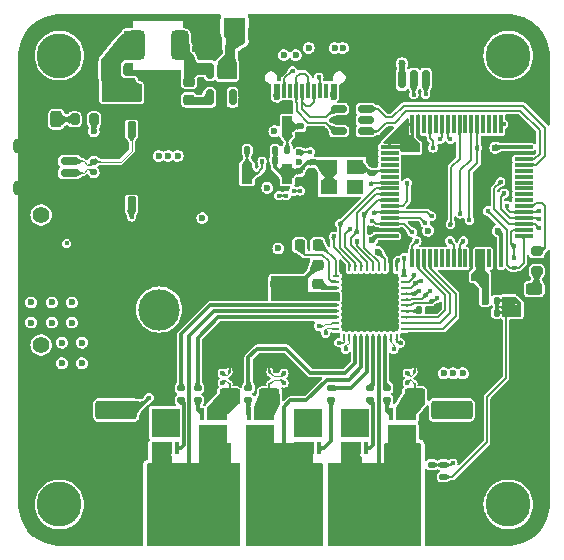
<source format=gtl>
%TF.GenerationSoftware,KiCad,Pcbnew,8.0.7*%
%TF.CreationDate,2025-10-10T17:09:56-07:00*%
%TF.ProjectId,CurlDrive-2,4375726c-4472-4697-9665-2d322e6b6963,rev?*%
%TF.SameCoordinates,Original*%
%TF.FileFunction,Copper,L1,Top*%
%TF.FilePolarity,Positive*%
%FSLAX46Y46*%
G04 Gerber Fmt 4.6, Leading zero omitted, Abs format (unit mm)*
G04 Created by KiCad (PCBNEW 8.0.7) date 2025-10-10 17:09:56*
%MOMM*%
%LPD*%
G01*
G04 APERTURE LIST*
G04 Aperture macros list*
%AMRoundRect*
0 Rectangle with rounded corners*
0 $1 Rounding radius*
0 $2 $3 $4 $5 $6 $7 $8 $9 X,Y pos of 4 corners*
0 Add a 4 corners polygon primitive as box body*
4,1,4,$2,$3,$4,$5,$6,$7,$8,$9,$2,$3,0*
0 Add four circle primitives for the rounded corners*
1,1,$1+$1,$2,$3*
1,1,$1+$1,$4,$5*
1,1,$1+$1,$6,$7*
1,1,$1+$1,$8,$9*
0 Add four rect primitives between the rounded corners*
20,1,$1+$1,$2,$3,$4,$5,0*
20,1,$1+$1,$4,$5,$6,$7,0*
20,1,$1+$1,$6,$7,$8,$9,0*
20,1,$1+$1,$8,$9,$2,$3,0*%
G04 Aperture macros list end*
%TA.AperFunction,ComponentPad*%
%ADD10C,3.800000*%
%TD*%
%TA.AperFunction,SMDPad,CuDef*%
%ADD11C,2.200000*%
%TD*%
%TA.AperFunction,SMDPad,CuDef*%
%ADD12C,0.400000*%
%TD*%
%TA.AperFunction,SMDPad,CuDef*%
%ADD13R,2.390000X2.460000*%
%TD*%
%TA.AperFunction,SMDPad,CuDef*%
%ADD14R,0.440000X1.000000*%
%TD*%
%TA.AperFunction,SMDPad,CuDef*%
%ADD15R,1.740000X1.000000*%
%TD*%
%TA.AperFunction,SMDPad,CuDef*%
%ADD16RoundRect,0.135000X0.185000X-0.135000X0.185000X0.135000X-0.185000X0.135000X-0.185000X-0.135000X0*%
%TD*%
%TA.AperFunction,SMDPad,CuDef*%
%ADD17RoundRect,0.250000X0.625000X-0.312500X0.625000X0.312500X-0.625000X0.312500X-0.625000X-0.312500X0*%
%TD*%
%TA.AperFunction,SMDPad,CuDef*%
%ADD18RoundRect,0.150000X-0.512500X-0.150000X0.512500X-0.150000X0.512500X0.150000X-0.512500X0.150000X0*%
%TD*%
%TA.AperFunction,SMDPad,CuDef*%
%ADD19RoundRect,0.250000X1.500000X0.550000X-1.500000X0.550000X-1.500000X-0.550000X1.500000X-0.550000X0*%
%TD*%
%TA.AperFunction,SMDPad,CuDef*%
%ADD20RoundRect,0.200000X-0.275000X0.200000X-0.275000X-0.200000X0.275000X-0.200000X0.275000X0.200000X0*%
%TD*%
%TA.AperFunction,ComponentPad*%
%ADD21C,0.550000*%
%TD*%
%TA.AperFunction,ComponentPad*%
%ADD22C,1.800000*%
%TD*%
%TA.AperFunction,ComponentPad*%
%ADD23RoundRect,0.675000X1.575000X-1.575000X1.575000X1.575000X-1.575000X1.575000X-1.575000X-1.575000X0*%
%TD*%
%TA.AperFunction,SMDPad,CuDef*%
%ADD24C,0.200000*%
%TD*%
%TA.AperFunction,SMDPad,CuDef*%
%ADD25R,0.200000X0.400000*%
%TD*%
%TA.AperFunction,SMDPad,CuDef*%
%ADD26RoundRect,0.135000X0.135000X0.185000X-0.135000X0.185000X-0.135000X-0.185000X0.135000X-0.185000X0*%
%TD*%
%TA.AperFunction,SMDPad,CuDef*%
%ADD27RoundRect,0.140000X-0.140000X-0.170000X0.140000X-0.170000X0.140000X0.170000X-0.140000X0.170000X0*%
%TD*%
%TA.AperFunction,ComponentPad*%
%ADD28C,1.400000*%
%TD*%
%TA.AperFunction,ComponentPad*%
%ADD29RoundRect,0.770000X0.980000X-0.980000X0.980000X0.980000X-0.980000X0.980000X-0.980000X-0.980000X0*%
%TD*%
%TA.AperFunction,ComponentPad*%
%ADD30C,3.500000*%
%TD*%
%TA.AperFunction,SMDPad,CuDef*%
%ADD31R,1.400000X1.200000*%
%TD*%
%TA.AperFunction,SMDPad,CuDef*%
%ADD32RoundRect,0.375000X0.375000X0.875000X-0.375000X0.875000X-0.375000X-0.875000X0.375000X-0.875000X0*%
%TD*%
%TA.AperFunction,SMDPad,CuDef*%
%ADD33RoundRect,0.140000X0.170000X-0.140000X0.170000X0.140000X-0.170000X0.140000X-0.170000X-0.140000X0*%
%TD*%
%TA.AperFunction,SMDPad,CuDef*%
%ADD34RoundRect,0.243750X-0.243750X-0.456250X0.243750X-0.456250X0.243750X0.456250X-0.243750X0.456250X0*%
%TD*%
%TA.AperFunction,SMDPad,CuDef*%
%ADD35RoundRect,0.200000X0.200000X0.275000X-0.200000X0.275000X-0.200000X-0.275000X0.200000X-0.275000X0*%
%TD*%
%TA.AperFunction,SMDPad,CuDef*%
%ADD36RoundRect,0.150000X0.150000X-0.512500X0.150000X0.512500X-0.150000X0.512500X-0.150000X-0.512500X0*%
%TD*%
%TA.AperFunction,SMDPad,CuDef*%
%ADD37RoundRect,0.150000X-0.625000X0.150000X-0.625000X-0.150000X0.625000X-0.150000X0.625000X0.150000X0*%
%TD*%
%TA.AperFunction,SMDPad,CuDef*%
%ADD38RoundRect,0.250000X-0.650000X0.350000X-0.650000X-0.350000X0.650000X-0.350000X0.650000X0.350000X0*%
%TD*%
%TA.AperFunction,SMDPad,CuDef*%
%ADD39RoundRect,0.225000X-0.250000X0.225000X-0.250000X-0.225000X0.250000X-0.225000X0.250000X0.225000X0*%
%TD*%
%TA.AperFunction,SMDPad,CuDef*%
%ADD40RoundRect,0.225000X0.225000X0.250000X-0.225000X0.250000X-0.225000X-0.250000X0.225000X-0.250000X0*%
%TD*%
%TA.AperFunction,SMDPad,CuDef*%
%ADD41RoundRect,0.135000X-0.185000X0.135000X-0.185000X-0.135000X0.185000X-0.135000X0.185000X0.135000X0*%
%TD*%
%TA.AperFunction,SMDPad,CuDef*%
%ADD42R,0.600000X1.240000*%
%TD*%
%TA.AperFunction,SMDPad,CuDef*%
%ADD43R,0.300000X1.240000*%
%TD*%
%TA.AperFunction,ComponentPad*%
%ADD44O,1.000000X2.100000*%
%TD*%
%TA.AperFunction,ComponentPad*%
%ADD45O,1.000000X1.800000*%
%TD*%
%TA.AperFunction,SMDPad,CuDef*%
%ADD46RoundRect,0.243750X0.456250X-0.243750X0.456250X0.243750X-0.456250X0.243750X-0.456250X-0.243750X0*%
%TD*%
%TA.AperFunction,SMDPad,CuDef*%
%ADD47RoundRect,0.250000X-0.250000X-0.475000X0.250000X-0.475000X0.250000X0.475000X-0.250000X0.475000X0*%
%TD*%
%TA.AperFunction,SMDPad,CuDef*%
%ADD48RoundRect,0.250000X0.475000X-0.250000X0.475000X0.250000X-0.475000X0.250000X-0.475000X-0.250000X0*%
%TD*%
%TA.AperFunction,SMDPad,CuDef*%
%ADD49RoundRect,0.250000X-1.500000X-0.550000X1.500000X-0.550000X1.500000X0.550000X-1.500000X0.550000X0*%
%TD*%
%TA.AperFunction,SMDPad,CuDef*%
%ADD50R,0.900000X1.700000*%
%TD*%
%TA.AperFunction,SMDPad,CuDef*%
%ADD51RoundRect,0.225000X0.250000X-0.225000X0.250000X0.225000X-0.250000X0.225000X-0.250000X-0.225000X0*%
%TD*%
%TA.AperFunction,SMDPad,CuDef*%
%ADD52RoundRect,0.150000X0.150000X0.625000X-0.150000X0.625000X-0.150000X-0.625000X0.150000X-0.625000X0*%
%TD*%
%TA.AperFunction,SMDPad,CuDef*%
%ADD53RoundRect,0.250000X0.350000X0.650000X-0.350000X0.650000X-0.350000X-0.650000X0.350000X-0.650000X0*%
%TD*%
%TA.AperFunction,SMDPad,CuDef*%
%ADD54RoundRect,0.135000X-0.135000X-0.185000X0.135000X-0.185000X0.135000X0.185000X-0.135000X0.185000X0*%
%TD*%
%TA.AperFunction,SMDPad,CuDef*%
%ADD55RoundRect,0.114000X0.266000X0.521000X-0.266000X0.521000X-0.266000X-0.521000X0.266000X-0.521000X0*%
%TD*%
%TA.AperFunction,SMDPad,CuDef*%
%ADD56O,0.599999X0.230000*%
%TD*%
%TA.AperFunction,SMDPad,CuDef*%
%ADD57O,0.230000X0.599999*%
%TD*%
%TA.AperFunction,HeatsinkPad*%
%ADD58C,0.499999*%
%TD*%
%TA.AperFunction,SMDPad,CuDef*%
%ADD59R,4.150000X4.150000*%
%TD*%
%TA.AperFunction,SMDPad,CuDef*%
%ADD60RoundRect,0.075000X-0.700000X-0.075000X0.700000X-0.075000X0.700000X0.075000X-0.700000X0.075000X0*%
%TD*%
%TA.AperFunction,SMDPad,CuDef*%
%ADD61RoundRect,0.075000X-0.075000X-0.700000X0.075000X-0.700000X0.075000X0.700000X-0.075000X0.700000X0*%
%TD*%
%TA.AperFunction,SMDPad,CuDef*%
%ADD62RoundRect,0.140000X0.140000X0.170000X-0.140000X0.170000X-0.140000X-0.170000X0.140000X-0.170000X0*%
%TD*%
%TA.AperFunction,SMDPad,CuDef*%
%ADD63RoundRect,0.250000X0.250000X0.475000X-0.250000X0.475000X-0.250000X-0.475000X0.250000X-0.475000X0*%
%TD*%
%TA.AperFunction,SMDPad,CuDef*%
%ADD64RoundRect,0.140000X-0.170000X0.140000X-0.170000X-0.140000X0.170000X-0.140000X0.170000X0.140000X0*%
%TD*%
%TA.AperFunction,ComponentPad*%
%ADD65C,0.500000*%
%TD*%
%TA.AperFunction,ViaPad*%
%ADD66C,0.600000*%
%TD*%
%TA.AperFunction,ViaPad*%
%ADD67C,0.400000*%
%TD*%
%TA.AperFunction,Conductor*%
%ADD68C,0.400000*%
%TD*%
%TA.AperFunction,Conductor*%
%ADD69C,0.300000*%
%TD*%
%TA.AperFunction,Conductor*%
%ADD70C,0.200000*%
%TD*%
%TA.AperFunction,Conductor*%
%ADD71C,0.100000*%
%TD*%
%TA.AperFunction,Conductor*%
%ADD72C,0.500000*%
%TD*%
%TA.AperFunction,Conductor*%
%ADD73C,0.150000*%
%TD*%
%TA.AperFunction,Conductor*%
%ADD74C,0.600000*%
%TD*%
G04 APERTURE END LIST*
D10*
X131000000Y-81000000D03*
D11*
X131000000Y-81000000D03*
D10*
X131000000Y-119000000D03*
D11*
X131000000Y-119000000D03*
D10*
X169000000Y-119000000D03*
D11*
X169000000Y-119000000D03*
D10*
X169000000Y-81000000D03*
D11*
X169000000Y-81000000D03*
D12*
X138600000Y-109950000D03*
D13*
X140000000Y-112080000D03*
D14*
X140975000Y-114230000D03*
D15*
X139675000Y-114230000D03*
D12*
X169500000Y-98950000D03*
D13*
X156000000Y-112080000D03*
D14*
X156975000Y-114230000D03*
D15*
X155675000Y-114230000D03*
D16*
X157300000Y-110151430D03*
X157300000Y-109131430D03*
D12*
X156800000Y-94450000D03*
D16*
X141300000Y-110151430D03*
X141300000Y-109131430D03*
X154000000Y-110151430D03*
X154000000Y-109131430D03*
D12*
X156150000Y-95900000D03*
D17*
X161067998Y-109750000D03*
X161067998Y-106825000D03*
D18*
X154662500Y-85500000D03*
X154662500Y-86450000D03*
X154662500Y-87400000D03*
X156937500Y-87400000D03*
X156937500Y-86450000D03*
X156937500Y-85500000D03*
D19*
X135800000Y-111000000D03*
X130200000Y-111000000D03*
D12*
X169675000Y-101750000D03*
D20*
X171400000Y-97575000D03*
X171400000Y-99225000D03*
D21*
X142500000Y-120475000D03*
X143000000Y-120475000D03*
X143500000Y-120475000D03*
X142500000Y-120075000D03*
X143000000Y-120075000D03*
X143500000Y-120075000D03*
D22*
X141650000Y-119850000D03*
X144350000Y-119850000D03*
D21*
X142500000Y-119675000D03*
X143000000Y-119675000D03*
X143500000Y-119675000D03*
X141025000Y-119000000D03*
X141425000Y-119000000D03*
X141825000Y-119000000D03*
X144175000Y-119000000D03*
X144575000Y-119000000D03*
X144975000Y-119000000D03*
X141025000Y-118500000D03*
X141425000Y-118500000D03*
X141825000Y-118500000D03*
D23*
X143000000Y-118500000D03*
D21*
X144175000Y-118500000D03*
X144575000Y-118500000D03*
X144975000Y-118500000D03*
X141025000Y-118000000D03*
X141425000Y-118000000D03*
X141825000Y-118000000D03*
X144175000Y-118000000D03*
X144575000Y-118000000D03*
X144975000Y-118000000D03*
X142500000Y-117325000D03*
X143000000Y-117325000D03*
X143500000Y-117325000D03*
D22*
X141650000Y-117150000D03*
X144350000Y-117150000D03*
D21*
X142500000Y-116925000D03*
X143000000Y-116925000D03*
X143500000Y-116925000D03*
X142500000Y-116525000D03*
X143000000Y-116525000D03*
X143500000Y-116525000D03*
D24*
X145400000Y-107800000D03*
D25*
X145400000Y-107600000D03*
D24*
X145400000Y-107400000D03*
D26*
X147900000Y-89000000D03*
X146880000Y-89000000D03*
D17*
X148775000Y-109762500D03*
X148775000Y-106837500D03*
D21*
X156500000Y-120475000D03*
X157000000Y-120475000D03*
X157500000Y-120475000D03*
X156500000Y-120075000D03*
X157000000Y-120075000D03*
X157500000Y-120075000D03*
D22*
X155650000Y-119850000D03*
X158350000Y-119850000D03*
D21*
X156500000Y-119675000D03*
X157000000Y-119675000D03*
X157500000Y-119675000D03*
X155025000Y-119000000D03*
X155425000Y-119000000D03*
X155825000Y-119000000D03*
X158175000Y-119000000D03*
X158575000Y-119000000D03*
X158975000Y-119000000D03*
X155025000Y-118500000D03*
X155425000Y-118500000D03*
X155825000Y-118500000D03*
D23*
X157000000Y-118500000D03*
D21*
X158175000Y-118500000D03*
X158575000Y-118500000D03*
X158975000Y-118500000D03*
X155025000Y-118000000D03*
X155425000Y-118000000D03*
X155825000Y-118000000D03*
X158175000Y-118000000D03*
X158575000Y-118000000D03*
X158975000Y-118000000D03*
X156500000Y-117325000D03*
X157000000Y-117325000D03*
X157500000Y-117325000D03*
D22*
X155650000Y-117150000D03*
X158350000Y-117150000D03*
D21*
X156500000Y-116925000D03*
X157000000Y-116925000D03*
X157500000Y-116925000D03*
X156500000Y-116525000D03*
X157000000Y-116525000D03*
X157500000Y-116525000D03*
D27*
X161470000Y-102550000D03*
X162430000Y-102550000D03*
D28*
X129437500Y-105500000D03*
X129437500Y-94500000D03*
D29*
X139437500Y-97500000D03*
D30*
X139437500Y-102500000D03*
D12*
X169500000Y-98100000D03*
D31*
X153825000Y-92150000D03*
X156025000Y-92150000D03*
X156025000Y-90450000D03*
X153825000Y-90450000D03*
D32*
X141200000Y-80140000D03*
X137500000Y-80140000D03*
D33*
X152425000Y-90990000D03*
X152425000Y-90030000D03*
D34*
X128862500Y-86400000D03*
X130737500Y-86400000D03*
D12*
X138450000Y-85550000D03*
D35*
X133925000Y-86400000D03*
X132275000Y-86400000D03*
D12*
X171600000Y-94125000D03*
D36*
X143750000Y-84537500D03*
X144700000Y-84537500D03*
X145650000Y-84537500D03*
X145650000Y-82262500D03*
X144700000Y-82262500D03*
X143750000Y-82262500D03*
D12*
X171600000Y-95625000D03*
X152250000Y-89150000D03*
D37*
X131875000Y-89925000D03*
X131875000Y-90925000D03*
D38*
X128000000Y-88625000D03*
X128000000Y-92225000D03*
D24*
X148775000Y-108800000D03*
D25*
X148775000Y-109000000D03*
D24*
X148775000Y-109200000D03*
D17*
X145400000Y-109762500D03*
X145400000Y-106837500D03*
D16*
X142700000Y-110151430D03*
X142700000Y-109131430D03*
D39*
X151375000Y-98725000D03*
X151375000Y-100275000D03*
D24*
X145400000Y-108800000D03*
D25*
X145400000Y-109000000D03*
D24*
X145400000Y-109200000D03*
D13*
X148000000Y-113500000D03*
D14*
X147025000Y-111350000D03*
D15*
X148325000Y-111350000D03*
D24*
X161067998Y-108786500D03*
D25*
X161067998Y-108986500D03*
D24*
X161067998Y-109186500D03*
D12*
X157450000Y-95000000D03*
D40*
X145475000Y-80550000D03*
X143925000Y-80550000D03*
D41*
X163500000Y-115640000D03*
X163500000Y-116660000D03*
D24*
X161067998Y-107787500D03*
D25*
X161067998Y-107587500D03*
D24*
X161067998Y-107387500D03*
D27*
X167070000Y-99750000D03*
X168030000Y-99750000D03*
D39*
X152850000Y-98750000D03*
X152850000Y-100300000D03*
D42*
X155000000Y-83975000D03*
X154200000Y-83975000D03*
D43*
X153050000Y-83975000D03*
X152050000Y-83975000D03*
X151550000Y-83975000D03*
X150550000Y-83975000D03*
D42*
X149400000Y-83975000D03*
X148600000Y-83975000D03*
X148600000Y-83975000D03*
X149400000Y-83975000D03*
D43*
X150050000Y-83975000D03*
X151050000Y-83975000D03*
X152550000Y-83975000D03*
X153550000Y-83975000D03*
D42*
X154200000Y-83975000D03*
X155000000Y-83975000D03*
D44*
X156120000Y-83375000D03*
D45*
X156120000Y-79175000D03*
D44*
X147480000Y-83375000D03*
D45*
X147480000Y-79175000D03*
D46*
X171200000Y-102637500D03*
X171200000Y-100762500D03*
D12*
X161000000Y-101150000D03*
D47*
X137430000Y-84200000D03*
X139330000Y-84200000D03*
D12*
X171600000Y-94875000D03*
D48*
X149600000Y-100375000D03*
X149600000Y-98475000D03*
D12*
X152950000Y-88000000D03*
D13*
X160000000Y-113500000D03*
D14*
X159025000Y-111350000D03*
D15*
X160325000Y-111350000D03*
D13*
X152000000Y-112080000D03*
D14*
X152975000Y-114230000D03*
D15*
X151675000Y-114230000D03*
D13*
X144000000Y-113500000D03*
D14*
X143025000Y-111350000D03*
D15*
X144325000Y-111350000D03*
D12*
X162500000Y-101750000D03*
D49*
X164200000Y-111000000D03*
X169800000Y-111000000D03*
D12*
X151400000Y-92450000D03*
X154750000Y-95250000D03*
X138600000Y-109000000D03*
D40*
X152875000Y-97050000D03*
X151325000Y-97050000D03*
D50*
X150285000Y-87000000D03*
X146885000Y-87000000D03*
D51*
X141980000Y-84750000D03*
X141980000Y-83200000D03*
D52*
X163000000Y-83000000D03*
X162000000Y-83000000D03*
X161000000Y-83000000D03*
X160000000Y-83000000D03*
D53*
X164300000Y-79125000D03*
X158700000Y-79125000D03*
D54*
X167050000Y-101750000D03*
X168070000Y-101750000D03*
D27*
X167080000Y-100750000D03*
X168040000Y-100750000D03*
D55*
X137100000Y-87250000D03*
X137100000Y-93600000D03*
D12*
X164300000Y-99700000D03*
D56*
X154400000Y-99649998D03*
X154400000Y-100149997D03*
X154400000Y-100649999D03*
X154400000Y-101149998D03*
X154400000Y-101649999D03*
X154400000Y-102149999D03*
X154400000Y-102649997D03*
X154400000Y-103149999D03*
X154400000Y-103649998D03*
X154400000Y-104150000D03*
D57*
X155049998Y-104799998D03*
X155549997Y-104799998D03*
X156049999Y-104799998D03*
X156549998Y-104799998D03*
X157049999Y-104799998D03*
X157549999Y-104799998D03*
X158049997Y-104799998D03*
X158549999Y-104799998D03*
X159049998Y-104799998D03*
X159550000Y-104799998D03*
D56*
X160199998Y-104150000D03*
X160199998Y-103649998D03*
X160199998Y-103149999D03*
X160199998Y-102649997D03*
X160199998Y-102149999D03*
X160199998Y-101649999D03*
X160199998Y-101149998D03*
X160199998Y-100649999D03*
X160199998Y-100149997D03*
X160199998Y-99649998D03*
D57*
X159550000Y-99000000D03*
X159049998Y-99000000D03*
X158549999Y-99000000D03*
X158049997Y-99000000D03*
X157549999Y-99000000D03*
X157049999Y-99000000D03*
X156549998Y-99000000D03*
X156049999Y-99000000D03*
X155549997Y-99000000D03*
X155049998Y-99000000D03*
D58*
X155474999Y-101214999D03*
X155474999Y-102584999D03*
X156614999Y-100074999D03*
X156614999Y-101214999D03*
X156614999Y-102584999D03*
X156614999Y-103724999D03*
D59*
X157299999Y-101899999D03*
D58*
X157984999Y-100074999D03*
X157984999Y-101214999D03*
X157984999Y-102584999D03*
X157984999Y-103724999D03*
X159124999Y-101214999D03*
X159124999Y-102584999D03*
D60*
X158945000Y-88750000D03*
X158945000Y-89250000D03*
X158945000Y-89750000D03*
X158945000Y-90250000D03*
X158945000Y-90750000D03*
X158945000Y-91250000D03*
X158945000Y-91750000D03*
X158945000Y-92250000D03*
X158945000Y-92750000D03*
X158945000Y-93250000D03*
X158945000Y-93750000D03*
X158945000Y-94250000D03*
X158945000Y-94750000D03*
X158945000Y-95250000D03*
X158945000Y-95750000D03*
X158945000Y-96250000D03*
D61*
X160870000Y-98175000D03*
X161370000Y-98175000D03*
X161870000Y-98175000D03*
X162370000Y-98175000D03*
X162870000Y-98175000D03*
X163370000Y-98175000D03*
X163870000Y-98175000D03*
X164370000Y-98175000D03*
X164870000Y-98175000D03*
X165370000Y-98175000D03*
X165870000Y-98175000D03*
X166370000Y-98175000D03*
X166870000Y-98175000D03*
X167370000Y-98175000D03*
X167870000Y-98175000D03*
X168370000Y-98175000D03*
D60*
X170295000Y-96250000D03*
X170295000Y-95750000D03*
X170295000Y-95250000D03*
X170295000Y-94750000D03*
X170295000Y-94250000D03*
X170295000Y-93750000D03*
X170295000Y-93250000D03*
X170295000Y-92750000D03*
X170295000Y-92250000D03*
X170295000Y-91750000D03*
X170295000Y-91250000D03*
X170295000Y-90750000D03*
X170295000Y-90250000D03*
X170295000Y-89750000D03*
X170295000Y-89250000D03*
X170295000Y-88750000D03*
D61*
X168370000Y-86825000D03*
X167870000Y-86825000D03*
X167370000Y-86825000D03*
X166870000Y-86825000D03*
X166370000Y-86825000D03*
X165870000Y-86825000D03*
X165370000Y-86825000D03*
X164870000Y-86825000D03*
X164370000Y-86825000D03*
X163870000Y-86825000D03*
X163370000Y-86825000D03*
X162870000Y-86825000D03*
X162370000Y-86825000D03*
X161870000Y-86825000D03*
X161370000Y-86825000D03*
X160870000Y-86825000D03*
D12*
X150200000Y-92850000D03*
X136000000Y-83450000D03*
D62*
X168040000Y-102750000D03*
X167080000Y-102750000D03*
D41*
X162500000Y-115640000D03*
X162500000Y-116660000D03*
D16*
X147000000Y-110151430D03*
X147000000Y-109131430D03*
D27*
X165200000Y-99750000D03*
X166160000Y-99750000D03*
D12*
X160190000Y-98100000D03*
D63*
X145425000Y-78840000D03*
X143525000Y-78840000D03*
D12*
X162000000Y-101250000D03*
D21*
X149500000Y-120475000D03*
X150000000Y-120475000D03*
X150500000Y-120475000D03*
X149500000Y-120075000D03*
X150000000Y-120075000D03*
X150500000Y-120075000D03*
D22*
X148650000Y-119850000D03*
X151350000Y-119850000D03*
D21*
X149500000Y-119675000D03*
X150000000Y-119675000D03*
X150500000Y-119675000D03*
X148025000Y-119000000D03*
X148425000Y-119000000D03*
X148825000Y-119000000D03*
X151175000Y-119000000D03*
X151575000Y-119000000D03*
X151975000Y-119000000D03*
X148025000Y-118500000D03*
X148425000Y-118500000D03*
X148825000Y-118500000D03*
D23*
X150000000Y-118500000D03*
D21*
X151175000Y-118500000D03*
X151575000Y-118500000D03*
X151975000Y-118500000D03*
X148025000Y-118000000D03*
X148425000Y-118000000D03*
X148825000Y-118000000D03*
X151175000Y-118000000D03*
X151575000Y-118000000D03*
X151975000Y-118000000D03*
X149500000Y-117325000D03*
X150000000Y-117325000D03*
X150500000Y-117325000D03*
D22*
X148650000Y-117150000D03*
X151350000Y-117150000D03*
D21*
X149500000Y-116925000D03*
X150000000Y-116925000D03*
X150500000Y-116925000D03*
X149500000Y-116525000D03*
X150000000Y-116525000D03*
X150500000Y-116525000D03*
D12*
X157600000Y-94300000D03*
X161125000Y-100275000D03*
D26*
X150290000Y-89000000D03*
X149270000Y-89000000D03*
D24*
X148775000Y-107800000D03*
D25*
X148775000Y-107600000D03*
D24*
X148775000Y-107400000D03*
D50*
X146885000Y-91000000D03*
X150285000Y-91000000D03*
D64*
X157425000Y-90020000D03*
X157425000Y-90980000D03*
D33*
X151400000Y-87960000D03*
X151400000Y-87000000D03*
D16*
X158750000Y-110151430D03*
X158750000Y-109131430D03*
D65*
X145875000Y-91712500D03*
X145325000Y-92662500D03*
X145325000Y-90762500D03*
X144775000Y-91712500D03*
D66*
X141050000Y-84625000D03*
X168040000Y-100275000D03*
X158950000Y-97750000D03*
X138000000Y-100000000D03*
D67*
X153450000Y-106725000D03*
D66*
X133200000Y-78000000D03*
D67*
X165025000Y-103050000D03*
D66*
X136650000Y-97975000D03*
X146750000Y-105850000D03*
X137650000Y-107250000D03*
X163100000Y-95975000D03*
D67*
X147000000Y-105050000D03*
X150000000Y-103650000D03*
X143250000Y-107950000D03*
D66*
X136050000Y-78800000D03*
X162100000Y-89300000D03*
D67*
X145550000Y-103650000D03*
D66*
X137650000Y-104900000D03*
D67*
X165560000Y-101240000D03*
D66*
X170650000Y-110650000D03*
D67*
X145550000Y-105050000D03*
D66*
X162400000Y-105900000D03*
X139300000Y-107200000D03*
X130200000Y-111350000D03*
X134150000Y-78000000D03*
X166000000Y-105600000D03*
D67*
X163700000Y-99450000D03*
X160575000Y-105725000D03*
D66*
X139400000Y-92675000D03*
X128850000Y-112400000D03*
X144250000Y-94750000D03*
D67*
X153960000Y-82800000D03*
D66*
X137875000Y-82925000D03*
X129350000Y-110650000D03*
X141050000Y-82900000D03*
X149300000Y-106800000D03*
X137400000Y-90775000D03*
X168350000Y-90700000D03*
D67*
X162500000Y-117300000D03*
X164650000Y-100500000D03*
D66*
X134150000Y-79575000D03*
X171250000Y-109600000D03*
X136650000Y-96962500D03*
D67*
X148500000Y-103650000D03*
X149720000Y-82270000D03*
D66*
X149250000Y-85400000D03*
X142500000Y-78800000D03*
X162400000Y-106800000D03*
X148450000Y-87950000D03*
D67*
X151500000Y-109000000D03*
D66*
X135100000Y-78800000D03*
X129100000Y-85200000D03*
D67*
X150800000Y-109000000D03*
X144700000Y-105850000D03*
D66*
X136800000Y-82150000D03*
X140275000Y-83750000D03*
X169800000Y-111350000D03*
D67*
X159550000Y-108700000D03*
X151500000Y-105050000D03*
D66*
X142500000Y-80450000D03*
X169800000Y-110650000D03*
X137650000Y-106050000D03*
X171250000Y-112400000D03*
X168950000Y-111350000D03*
D67*
X144100000Y-104500000D03*
D66*
X145550000Y-105850000D03*
X145850000Y-98950000D03*
X133200000Y-78800000D03*
X166775000Y-96700000D03*
X154925000Y-89200000D03*
X137700000Y-88450000D03*
X136650000Y-98987500D03*
X139400000Y-90750000D03*
X140550000Y-104800000D03*
D67*
X153000000Y-105050000D03*
D66*
X139475000Y-82925000D03*
X136650000Y-95950000D03*
X141750000Y-100000000D03*
X131050000Y-110650000D03*
X129350000Y-111350000D03*
X142600000Y-92650000D03*
X133200000Y-79575000D03*
X144900000Y-106800000D03*
X161550000Y-105850000D03*
D67*
X159100000Y-107900000D03*
D66*
X160575000Y-106825000D03*
X140500000Y-100000000D03*
X128850000Y-109600000D03*
X160800000Y-89710000D03*
X156025000Y-92150000D03*
X139300000Y-106000000D03*
X130200000Y-110650000D03*
X135100000Y-78000000D03*
X163000000Y-102300000D03*
X142250000Y-102000000D03*
X165200000Y-99750000D03*
X141000000Y-92675000D03*
D67*
X151500000Y-103650000D03*
X153750000Y-105250000D03*
D66*
X148300000Y-106800000D03*
X137650000Y-108500000D03*
D67*
X164350000Y-104050000D03*
D66*
X155750000Y-86450000D03*
D67*
X159100000Y-106750000D03*
D66*
X170650000Y-111350000D03*
X145850000Y-106800000D03*
X141750000Y-101000000D03*
X143925000Y-80550000D03*
X153700000Y-89200000D03*
X131050000Y-111350000D03*
D67*
X143750000Y-108750000D03*
D66*
X141000000Y-90750000D03*
D67*
X165560000Y-102700000D03*
X165025000Y-102150000D03*
D66*
X141800000Y-103200000D03*
X139250000Y-100000000D03*
X140275000Y-82925000D03*
X139300000Y-104900000D03*
X157445000Y-95650000D03*
X142500000Y-78000000D03*
D67*
X154350000Y-106725000D03*
D66*
X136050000Y-78000000D03*
D67*
X155400000Y-106725000D03*
X152200000Y-109000000D03*
D66*
X168950000Y-110650000D03*
X138675000Y-82925000D03*
X135100000Y-79550000D03*
X141050000Y-83725000D03*
D67*
X130950000Y-97850000D03*
D66*
X139300000Y-108500000D03*
X156150000Y-89200000D03*
X142600000Y-90725000D03*
X157400000Y-89200000D03*
D67*
X148500000Y-105050000D03*
X150000000Y-105050000D03*
D66*
X143525000Y-78840000D03*
X161550000Y-106825000D03*
X152350000Y-91800000D03*
D67*
X143250000Y-105850000D03*
D66*
X141950000Y-86555000D03*
X136650000Y-100000000D03*
X152350000Y-87350000D03*
X150625000Y-98800000D03*
X163000000Y-81600000D03*
X148550000Y-98975000D03*
X148550000Y-98300000D03*
X171200000Y-103825000D03*
X140275000Y-84650000D03*
D67*
X147000000Y-103650000D03*
D66*
X134150000Y-78800000D03*
D67*
X143250000Y-106900000D03*
D66*
X144700000Y-83700000D03*
X160600000Y-104900000D03*
X145775000Y-86000000D03*
D67*
X165025000Y-101240000D03*
D66*
X142500000Y-79600000D03*
X161550000Y-104900000D03*
X148600000Y-91200000D03*
X157450000Y-96650000D03*
X149525000Y-97325000D03*
X149250000Y-89850000D03*
X159200000Y-88000000D03*
X151300000Y-89200000D03*
X160200000Y-87100000D03*
X143100000Y-94750000D03*
X151300000Y-90000000D03*
X167900000Y-88800000D03*
X162200000Y-95825000D03*
X160800000Y-88750000D03*
X160000000Y-81625000D03*
X168100000Y-95850000D03*
X151300000Y-90800000D03*
X150208333Y-101400000D03*
X165050000Y-110650000D03*
X151150000Y-111200000D03*
X135900000Y-110650000D03*
X130350000Y-103600000D03*
X132050000Y-103600000D03*
X132900000Y-105300000D03*
X146300000Y-78200000D03*
X156000000Y-112050000D03*
X131200000Y-105300000D03*
X130350000Y-101900000D03*
X140000000Y-111200000D03*
X152850000Y-111200000D03*
X152000000Y-112050000D03*
X140000000Y-112950000D03*
X132900000Y-107050000D03*
X156000000Y-111200000D03*
X149300000Y-101400000D03*
X139150000Y-111200000D03*
X164200000Y-111350000D03*
X155150000Y-112050000D03*
X151150000Y-112050000D03*
X155150000Y-112950000D03*
X146300000Y-79000000D03*
X140850000Y-112950000D03*
X128600000Y-101900000D03*
X140850000Y-112050000D03*
X135050000Y-110650000D03*
X136750000Y-111350000D03*
X163350000Y-111350000D03*
X151116666Y-101400000D03*
X135050000Y-111350000D03*
X146300000Y-79800000D03*
X163350000Y-110650000D03*
X140000000Y-112050000D03*
X136750000Y-110650000D03*
X155150000Y-111200000D03*
X152000000Y-111200000D03*
X164200000Y-110650000D03*
X156850000Y-112950000D03*
X152850000Y-112950000D03*
X156850000Y-111200000D03*
X128600000Y-103600000D03*
X140850000Y-111200000D03*
X152850000Y-112050000D03*
X131200000Y-107050000D03*
X132050000Y-101900000D03*
X139150000Y-112950000D03*
X152000000Y-112950000D03*
X156850000Y-112050000D03*
X165050000Y-111350000D03*
X151150000Y-112950000D03*
X156000000Y-112950000D03*
X139150000Y-112050000D03*
X135900000Y-111350000D03*
D67*
X150290000Y-89000000D03*
X157350000Y-91850000D03*
D66*
X151000000Y-80950000D03*
X152100000Y-80350000D03*
X156950000Y-86450000D03*
X150000000Y-80950000D03*
X154200000Y-84475000D03*
X149400000Y-84475000D03*
X133900000Y-87400000D03*
X139400000Y-89500000D03*
X163525000Y-107900000D03*
X148600000Y-92200000D03*
X155000000Y-80350000D03*
X165150000Y-107900000D03*
X154300000Y-80350000D03*
X164325000Y-107900000D03*
X141000000Y-89500000D03*
X140200000Y-89500000D03*
X168800000Y-101725000D03*
X161470000Y-102550000D03*
X168800000Y-102750000D03*
X135400000Y-83450000D03*
X134900000Y-84250000D03*
X149200000Y-87400000D03*
X136000000Y-84250000D03*
D67*
X165200000Y-96700000D03*
X131600000Y-96900000D03*
X164065000Y-96700000D03*
X164300000Y-115500000D03*
D66*
X158000000Y-97650000D03*
D67*
X152950000Y-82825000D03*
X150735000Y-82275000D03*
X161000000Y-84300000D03*
X168600000Y-86800000D03*
X167870000Y-86825000D03*
X162000000Y-84275000D03*
X168350000Y-91700000D03*
X168900000Y-93700000D03*
X168650000Y-92650000D03*
D66*
X133900000Y-90875000D03*
X133900000Y-89975000D03*
D67*
X152967157Y-103917157D03*
X144783112Y-108700000D03*
X144783112Y-107900000D03*
X153532843Y-104482843D03*
X150000000Y-108700000D03*
X155232843Y-105855843D03*
X154667157Y-105290157D03*
X150000000Y-107900000D03*
X160447259Y-108687000D03*
X159314970Y-105880798D03*
X159880656Y-105315112D03*
X160447259Y-107887000D03*
X148150000Y-89950000D03*
X162625000Y-88800000D03*
X137100000Y-94650000D03*
D66*
X145650000Y-84537500D03*
D67*
X161250000Y-96700000D03*
X163000000Y-101500000D03*
X162400000Y-100900000D03*
X165700000Y-94950000D03*
X166375000Y-88800000D03*
X164950000Y-94400000D03*
X161400000Y-100900000D03*
X164100000Y-95300000D03*
X161600000Y-100100000D03*
X160850000Y-95950000D03*
X161000000Y-99550000D03*
X162500000Y-94600000D03*
X159633009Y-98337099D03*
X161950000Y-95150000D03*
X160200000Y-99250000D03*
X169450000Y-97100000D03*
X160450000Y-91750000D03*
X156200000Y-96700000D03*
X154200000Y-96300000D03*
X155625000Y-95650000D03*
X163200000Y-88100000D03*
X150820868Y-92479132D03*
X149550000Y-92850000D03*
X164100000Y-88100000D03*
X167250000Y-94150000D03*
D68*
X163000000Y-83000000D02*
X163000000Y-81600000D01*
D69*
X151740000Y-87960000D02*
X151400000Y-87960000D01*
X158945000Y-95750000D02*
X157545000Y-95750000D01*
D70*
X138450000Y-84650000D02*
X138900000Y-84200000D01*
D69*
X162750000Y-102550000D02*
X163000000Y-102300000D01*
X165200000Y-99750000D02*
X164350000Y-99750000D01*
X168350000Y-90700000D02*
X168350000Y-90316880D01*
X152425000Y-90990000D02*
X152425000Y-91725000D01*
X144700000Y-84537500D02*
X144700000Y-83700000D01*
X154662500Y-86450000D02*
X155750000Y-86450000D01*
X168040000Y-100275000D02*
X168040000Y-99760000D01*
D71*
X148775000Y-107400000D02*
X148775000Y-106837500D01*
D69*
X162430000Y-102550000D02*
X162750000Y-102550000D01*
X171200000Y-102637500D02*
X171200000Y-103825000D01*
X161370000Y-87770000D02*
X161995000Y-88395000D01*
X157425000Y-89225000D02*
X157400000Y-89200000D01*
D70*
X159049998Y-99000000D02*
X159049998Y-97849998D01*
D71*
X145400000Y-107400000D02*
X145400000Y-106837500D01*
D69*
X161370000Y-86825000D02*
X161370000Y-87770000D01*
D72*
X155520000Y-83975000D02*
X156120000Y-83375000D01*
D73*
X145400000Y-106837500D02*
X145400000Y-107200000D01*
D69*
X148450000Y-88750000D02*
X148200000Y-89000000D01*
X148200000Y-89000000D02*
X147900000Y-89000000D01*
D73*
X152950000Y-88000000D02*
X152950000Y-87950000D01*
D69*
X152425000Y-91725000D02*
X152350000Y-91800000D01*
D68*
X141955000Y-86550000D02*
X141950000Y-86555000D01*
D74*
X143525000Y-78840000D02*
X143925000Y-79240000D01*
D69*
X168040000Y-100750000D02*
X168040000Y-100275000D01*
X148000000Y-87000000D02*
X146885000Y-87000000D01*
D70*
X159049998Y-97849998D02*
X158950000Y-97750000D01*
D69*
X161995000Y-88395000D02*
X161995000Y-89195000D01*
D72*
X148600000Y-83975000D02*
X148080000Y-83975000D01*
D69*
X128862500Y-86400000D02*
X128862500Y-85437500D01*
D73*
X148775000Y-106837500D02*
X148775000Y-107200000D01*
D69*
X148450000Y-87950000D02*
X148450000Y-88750000D01*
X167273120Y-96700000D02*
X167870000Y-97296880D01*
X149850000Y-98725000D02*
X149600000Y-98475000D01*
X165610000Y-102750000D02*
X165560000Y-102700000D01*
D70*
X138900000Y-84200000D02*
X139330000Y-84200000D01*
D72*
X155000000Y-83975000D02*
X155520000Y-83975000D01*
D69*
X148450000Y-87450000D02*
X148000000Y-87000000D01*
X148450000Y-87950000D02*
X148450000Y-87450000D01*
X167080000Y-102750000D02*
X165610000Y-102750000D01*
D73*
X161067998Y-107387500D02*
X161067998Y-106825000D01*
X162500000Y-116660000D02*
X162500000Y-117300000D01*
D69*
X164350000Y-99750000D02*
X164300000Y-99700000D01*
X152350000Y-87350000D02*
X151740000Y-87960000D01*
X166466880Y-96700000D02*
X166775000Y-96700000D01*
X169416880Y-89250000D02*
X170295000Y-89250000D01*
X128862500Y-85437500D02*
X129100000Y-85200000D01*
X157545000Y-95750000D02*
X157445000Y-95650000D01*
X157425000Y-90020000D02*
X157425000Y-89225000D01*
X168040000Y-99760000D02*
X168030000Y-99750000D01*
X161995000Y-89195000D02*
X162100000Y-89300000D01*
X168350000Y-90316880D02*
X169416880Y-89250000D01*
D74*
X143925000Y-79240000D02*
X143925000Y-80550000D01*
D69*
X166775000Y-96700000D02*
X167273120Y-96700000D01*
X165870000Y-97296880D02*
X166466880Y-96700000D01*
D70*
X138450000Y-85550000D02*
X138450000Y-84650000D01*
D72*
X148080000Y-83975000D02*
X147480000Y-83375000D01*
D73*
X152950000Y-87950000D02*
X152350000Y-87350000D01*
D69*
X165870000Y-98175000D02*
X165870000Y-97296880D01*
X167870000Y-97296880D02*
X167870000Y-98175000D01*
X149270000Y-89830000D02*
X149250000Y-89850000D01*
X149800000Y-91000000D02*
X150285000Y-91000000D01*
X149270000Y-89000000D02*
X149270000Y-89830000D01*
X168100000Y-95850000D02*
X168370000Y-96120000D01*
X153825000Y-90450000D02*
X153825000Y-92150000D01*
X149250000Y-90450000D02*
X149800000Y-91000000D01*
X168025000Y-88750000D02*
X167975000Y-88800000D01*
X152425000Y-90030000D02*
X153405000Y-90030000D01*
D73*
X153405000Y-90030000D02*
X153825000Y-90450000D01*
D69*
X168370000Y-96120000D02*
X168370000Y-98175000D01*
X152070000Y-90030000D02*
X152425000Y-90030000D01*
D73*
X152250000Y-89150000D02*
X151350000Y-89150000D01*
D68*
X160000000Y-83000000D02*
X160000000Y-81625000D01*
D69*
X158945000Y-96250000D02*
X157850000Y-96250000D01*
X150485000Y-90800000D02*
X150285000Y-91000000D01*
X151300000Y-90800000D02*
X150485000Y-90800000D01*
X170295000Y-88750000D02*
X168025000Y-88750000D01*
D73*
X151350000Y-89150000D02*
X151300000Y-89200000D01*
D69*
X149250000Y-89850000D02*
X149250000Y-90450000D01*
X157850000Y-96250000D02*
X157450000Y-96650000D01*
X151300000Y-90800000D02*
X152070000Y-90030000D01*
X166160000Y-99750000D02*
X167070000Y-99750000D01*
X167050000Y-101750000D02*
X167050000Y-99770000D01*
X167050000Y-99770000D02*
X167070000Y-99750000D01*
D73*
X157655000Y-90750000D02*
X158945000Y-90750000D01*
X156945000Y-90500000D02*
X156075000Y-90500000D01*
X157425000Y-90980000D02*
X157655000Y-90750000D01*
X157425000Y-90980000D02*
X156945000Y-90500000D01*
X156075000Y-90500000D02*
X156025000Y-90450000D01*
D69*
X137900000Y-110650000D02*
X138600000Y-109950000D01*
X152850000Y-98800000D02*
X151375000Y-100275000D01*
X136750000Y-110650000D02*
X137900000Y-110650000D01*
D74*
X145425000Y-80500000D02*
X145475000Y-80550000D01*
X145425000Y-78840000D02*
X145425000Y-80500000D01*
D69*
X152850000Y-98750000D02*
X152850000Y-98800000D01*
D70*
X150290000Y-87005000D02*
X150285000Y-87000000D01*
D73*
X157450000Y-91750000D02*
X157350000Y-91850000D01*
D70*
X150285000Y-87000000D02*
X151400000Y-87000000D01*
X150290000Y-89000000D02*
X150290000Y-87005000D01*
D73*
X158945000Y-91750000D02*
X157450000Y-91750000D01*
D69*
X156937500Y-86450000D02*
X156950000Y-86450000D01*
D72*
X149400000Y-83975000D02*
X149400000Y-84475000D01*
X154200000Y-83975000D02*
X154200000Y-84475000D01*
D69*
X133900000Y-87400000D02*
X133925000Y-87375000D01*
X133925000Y-87375000D02*
X133925000Y-86400000D01*
D73*
X168800000Y-108300000D02*
X168800000Y-102750000D01*
D69*
X168040000Y-101780000D02*
X168070000Y-101750000D01*
D73*
X163500000Y-116660000D02*
X164240000Y-116660000D01*
D69*
X161370003Y-102649997D02*
X161470000Y-102550000D01*
D73*
X167200000Y-109900000D02*
X168800000Y-108300000D01*
D69*
X168040000Y-102750000D02*
X168040000Y-101780000D01*
D73*
X164240000Y-116660000D02*
X167200000Y-113700000D01*
X167200000Y-113700000D02*
X167200000Y-109900000D01*
D70*
X160199998Y-102649997D02*
X161370003Y-102649997D01*
D73*
X165200000Y-96700000D02*
X164870000Y-97030000D01*
X164870000Y-97030000D02*
X164870000Y-98175000D01*
X164160000Y-115640000D02*
X164300000Y-115500000D01*
X164370000Y-97005000D02*
X164370000Y-98175000D01*
X162500000Y-115640000D02*
X163500000Y-115640000D01*
X164065000Y-96700000D02*
X164370000Y-97005000D01*
X163500000Y-115640000D02*
X164160000Y-115640000D01*
D70*
X151325000Y-97250000D02*
X151325000Y-97425000D01*
X154049997Y-100149997D02*
X154400000Y-100149997D01*
X153800000Y-99900000D02*
X154049997Y-100149997D01*
X151325000Y-97425000D02*
X151750000Y-97850000D01*
X151750000Y-97850000D02*
X153250000Y-97850000D01*
X153250000Y-97850000D02*
X153800000Y-98400000D01*
X153800000Y-98400000D02*
X153800000Y-99900000D01*
X154400000Y-98325000D02*
X153325000Y-97250000D01*
X153325000Y-97250000D02*
X152875000Y-97250000D01*
X154400000Y-99649998D02*
X154400000Y-98325000D01*
D69*
X153199999Y-100649999D02*
X154400000Y-100649999D01*
X152850000Y-100300000D02*
X153199999Y-100649999D01*
D70*
X158000000Y-97650000D02*
X158549999Y-98199999D01*
X158549999Y-98199999D02*
X158549999Y-99000000D01*
D69*
X132275000Y-86400000D02*
X130737500Y-86400000D01*
X171400000Y-100562500D02*
X171200000Y-100762500D01*
X171400000Y-99225000D02*
X171400000Y-100562500D01*
D73*
X153050000Y-83975000D02*
X153050000Y-82925000D01*
X153050000Y-82925000D02*
X152950000Y-82825000D01*
X150050000Y-83975000D02*
X150050000Y-82925000D01*
X150050000Y-82925000D02*
X150700000Y-82275000D01*
D70*
X153575000Y-86675000D02*
X154300000Y-87400000D01*
X151775000Y-82525000D02*
X151350000Y-82525000D01*
X152056800Y-86675000D02*
X153575000Y-86675000D01*
X151075000Y-85693200D02*
X152056800Y-86675000D01*
X154300000Y-87400000D02*
X154662500Y-87400000D01*
X151075000Y-84930001D02*
X151075000Y-85693200D01*
X151050000Y-83975000D02*
X151050000Y-84905001D01*
X152050000Y-83975000D02*
X152050000Y-82800000D01*
X152050000Y-82800000D02*
X151775000Y-82525000D01*
X151350000Y-82525000D02*
X151050000Y-82825000D01*
X151050000Y-84905001D02*
X151075000Y-84930001D01*
X151050000Y-82825000D02*
X151050000Y-83975000D01*
X151525000Y-84930001D02*
X151525000Y-85506800D01*
X151869999Y-85225000D02*
X152250000Y-85225000D01*
X152250000Y-85225000D02*
X152550000Y-84925000D01*
X154300000Y-85500000D02*
X154662500Y-85500000D01*
X151550000Y-84905001D02*
X151525000Y-84930001D01*
X151525000Y-85506800D02*
X152243200Y-86225000D01*
X151550000Y-84905001D02*
X151550000Y-83975000D01*
X151869999Y-85225000D02*
X151550000Y-84905001D01*
X153575000Y-86225000D02*
X154300000Y-85500000D01*
X152550000Y-84925000D02*
X152550000Y-83975000D01*
X152243200Y-86225000D02*
X153575000Y-86225000D01*
D73*
X161000000Y-84300000D02*
X161000000Y-83000000D01*
X168395000Y-86800000D02*
X168370000Y-86825000D01*
X168600000Y-86800000D02*
X168395000Y-86800000D01*
X162000000Y-84275000D02*
X162000000Y-83000000D01*
D69*
X142000000Y-104725000D02*
X142000000Y-116800000D01*
X154400000Y-102649997D02*
X144075003Y-102649997D01*
X144075003Y-102649997D02*
X142000000Y-104725000D01*
X142000000Y-116800000D02*
X141650000Y-117150000D01*
X155500000Y-108450000D02*
X153650000Y-108450000D01*
X156549998Y-107400002D02*
X155500000Y-108450000D01*
X150000000Y-110750000D02*
X150000000Y-117325000D01*
X156549998Y-104799998D02*
X156549998Y-107400002D01*
X151900000Y-110200000D02*
X150550000Y-110200000D01*
X153650000Y-108450000D02*
X151900000Y-110200000D01*
X150550000Y-110200000D02*
X150000000Y-110750000D01*
X158050000Y-116850000D02*
X158350000Y-117150000D01*
X158049997Y-104799998D02*
X158050000Y-104800001D01*
X158050000Y-104800001D02*
X158050000Y-116850000D01*
D73*
X168350000Y-91700000D02*
X167800000Y-92250000D01*
X170295000Y-95250000D02*
X171225000Y-95250000D01*
X171225000Y-95250000D02*
X171600000Y-95625000D01*
X169050000Y-95250000D02*
X170295000Y-95250000D01*
X167800000Y-92250000D02*
X167800000Y-94000000D01*
X167800000Y-94000000D02*
X169050000Y-95250000D01*
X168900000Y-93700000D02*
X168900000Y-94000000D01*
X170295000Y-94250000D02*
X171475000Y-94250000D01*
X169150000Y-94250000D02*
X170295000Y-94250000D01*
X171475000Y-94250000D02*
X171600000Y-94125000D01*
X168900000Y-94000000D02*
X169150000Y-94250000D01*
X168345000Y-92955000D02*
X168345000Y-93945000D01*
X171475000Y-94750000D02*
X171600000Y-94875000D01*
X170295000Y-94750000D02*
X171475000Y-94750000D01*
X168345000Y-93945000D02*
X169150000Y-94750000D01*
X169150000Y-94750000D02*
X170295000Y-94750000D01*
X168650000Y-92650000D02*
X168345000Y-92955000D01*
D71*
X133037501Y-90925000D02*
X133337501Y-90625000D01*
X133337501Y-90625000D02*
X133650000Y-90625000D01*
X133650000Y-90625000D02*
X133900000Y-90875000D01*
X131875000Y-90925000D02*
X133037501Y-90925000D01*
X137100000Y-89050000D02*
X137100000Y-87250000D01*
X133900000Y-89975000D02*
X136175000Y-89975000D01*
X133337501Y-90225000D02*
X133650000Y-90225000D01*
X131875000Y-89925000D02*
X133037501Y-89925000D01*
X133650000Y-90225000D02*
X133900000Y-89975000D01*
X133037501Y-89925000D02*
X133337501Y-90225000D01*
X136175000Y-89975000D02*
X137100000Y-89050000D01*
X145400000Y-108800000D02*
X145125000Y-108525000D01*
X145125000Y-108525000D02*
X144958112Y-108525000D01*
X154100000Y-103649998D02*
X154024999Y-103724999D01*
X154024999Y-103724999D02*
X153477513Y-103724999D01*
X144958112Y-108525000D02*
X144783112Y-108700000D01*
X154400000Y-103649998D02*
X154100000Y-103649998D01*
X153477513Y-103724999D02*
X153285355Y-103917157D01*
X153285355Y-103917157D02*
X152967157Y-103917157D01*
D73*
X145400000Y-109762500D02*
X145400000Y-109400000D01*
D71*
X154024999Y-104074999D02*
X153622489Y-104074999D01*
X154400000Y-104150000D02*
X154100000Y-104150000D01*
X145150000Y-108050000D02*
X144933112Y-108050000D01*
X153622489Y-104074999D02*
X153532843Y-104164645D01*
X145400000Y-107800000D02*
X145150000Y-108050000D01*
X144933112Y-108050000D02*
X144783112Y-107900000D01*
X154100000Y-104150000D02*
X154024999Y-104074999D01*
X153532843Y-104164645D02*
X153532843Y-104482843D01*
X155549997Y-104984998D02*
X155474997Y-105059998D01*
X155474997Y-105059998D02*
X155474997Y-105295491D01*
X155232843Y-105537645D02*
X155232843Y-105855843D01*
X149124999Y-108450001D02*
X149750001Y-108450001D01*
X148775000Y-108800000D02*
X149124999Y-108450001D01*
X155549997Y-104799998D02*
X155549997Y-104984998D01*
X149750001Y-108450001D02*
X150000000Y-108700000D01*
X155474997Y-105295491D02*
X155232843Y-105537645D01*
D73*
X148775000Y-109562500D02*
X148775000Y-109200000D01*
D71*
X149750001Y-108149999D02*
X150000000Y-107900000D01*
X148775000Y-107800000D02*
X149124999Y-108149999D01*
X155124998Y-105059998D02*
X155124998Y-105150514D01*
X149124999Y-108149999D02*
X149750001Y-108149999D01*
X154985355Y-105290157D02*
X154667157Y-105290157D01*
X155049998Y-104984998D02*
X155124998Y-105059998D01*
X155124998Y-105150514D02*
X154985355Y-105290157D01*
X155049998Y-104799998D02*
X155049998Y-104984998D01*
X161067998Y-108786500D02*
X160743498Y-108462000D01*
X159049998Y-104799998D02*
X159049998Y-105249998D01*
X160672259Y-108462000D02*
X160447259Y-108687000D01*
X159314970Y-105514970D02*
X159314970Y-105880798D01*
X159049998Y-105249998D02*
X159314970Y-105514970D01*
X160743498Y-108462000D02*
X160672259Y-108462000D01*
X160672259Y-108112000D02*
X160447259Y-107887000D01*
X161067998Y-107787500D02*
X160743498Y-108112000D01*
X159550000Y-104799998D02*
X159550000Y-105200000D01*
X159665112Y-105315112D02*
X159880656Y-105315112D01*
X159550000Y-105200000D02*
X159665112Y-105315112D01*
X160743498Y-108112000D02*
X160672259Y-108112000D01*
D69*
X141270000Y-114230000D02*
X140975000Y-114230000D01*
X141545000Y-110396430D02*
X141545000Y-113955000D01*
X141545000Y-113955000D02*
X141270000Y-114230000D01*
X141300000Y-110151430D02*
X141545000Y-110396430D01*
X142700000Y-111025000D02*
X142700000Y-110151430D01*
X142700000Y-111025000D02*
X143025000Y-111350000D01*
X154000000Y-110151430D02*
X154000000Y-113650000D01*
X153420000Y-114230000D02*
X152975000Y-114230000D01*
X154000000Y-113650000D02*
X153420000Y-114230000D01*
X147000000Y-111325000D02*
X147025000Y-111350000D01*
X147000000Y-110151430D02*
X147000000Y-111325000D01*
X157545000Y-110396430D02*
X157545000Y-113955000D01*
X157545000Y-113955000D02*
X157270000Y-114230000D01*
X157300000Y-110151430D02*
X157545000Y-110396430D01*
X157270000Y-114230000D02*
X156975000Y-114230000D01*
X158750000Y-111075000D02*
X159025000Y-111350000D01*
X158750000Y-111075000D02*
X158750000Y-110151430D01*
D73*
X162370000Y-87970000D02*
X162625000Y-88225000D01*
D70*
X147700000Y-91000000D02*
X148150000Y-90550000D01*
X146885000Y-91000000D02*
X147700000Y-91000000D01*
X148150000Y-90550000D02*
X148150000Y-89950000D01*
X146880000Y-89000000D02*
X146880000Y-90995000D01*
D73*
X162625000Y-88225000D02*
X162625000Y-88800000D01*
X162370000Y-86825000D02*
X162370000Y-87970000D01*
D70*
X146880000Y-90995000D02*
X146885000Y-91000000D01*
D69*
X137100000Y-93600000D02*
X137100000Y-94650000D01*
X158750000Y-109131430D02*
X158549999Y-108931429D01*
X158549999Y-108931429D02*
X158549999Y-104799998D01*
D73*
X160870000Y-97080000D02*
X160870000Y-98175000D01*
X160973001Y-101926999D02*
X160750001Y-102149999D01*
X161250000Y-96700000D02*
X160870000Y-97080000D01*
X160750001Y-102149999D02*
X160199998Y-102149999D01*
X162573001Y-101926999D02*
X160973001Y-101926999D01*
X163000000Y-101500000D02*
X162573001Y-101926999D01*
D70*
X171102410Y-93750000D02*
X171352410Y-93500000D01*
X172100000Y-93725000D02*
X172100000Y-97250000D01*
X170295000Y-93750000D02*
X171102410Y-93750000D01*
X171875000Y-93500000D02*
X172100000Y-93725000D01*
X172100000Y-97250000D02*
X171775000Y-97575000D01*
X171352410Y-93500000D02*
X171875000Y-93500000D01*
X171775000Y-97575000D02*
X171400000Y-97575000D01*
D69*
X143750001Y-102149999D02*
X154400000Y-102149999D01*
X141300000Y-109131430D02*
X141300000Y-104600000D01*
X141300000Y-104600000D02*
X143750001Y-102149999D01*
X142700000Y-109131430D02*
X142700000Y-104900000D01*
X144450001Y-103149999D02*
X154400000Y-103149999D01*
X142700000Y-104900000D02*
X144450001Y-103149999D01*
X157049999Y-104799998D02*
X157049999Y-107800001D01*
X157049999Y-107800001D02*
X155718570Y-109131430D01*
X155718570Y-109131430D02*
X154000000Y-109131430D01*
X147000000Y-106550000D02*
X147000000Y-109131430D01*
X152250000Y-107850000D02*
X150200000Y-105800000D01*
X150200000Y-105800000D02*
X147750000Y-105800000D01*
X155200000Y-107850000D02*
X152250000Y-107850000D01*
X147750000Y-105800000D02*
X147000000Y-106550000D01*
X156049999Y-107000001D02*
X155200000Y-107850000D01*
X156049999Y-104799998D02*
X156049999Y-107000001D01*
X157549999Y-108881431D02*
X157549999Y-104799998D01*
X157300000Y-109131430D02*
X157549999Y-108881431D01*
D73*
X160743269Y-101575000D02*
X160668270Y-101649999D01*
X166370000Y-88795000D02*
X166375000Y-88800000D01*
X166375000Y-90125000D02*
X165700000Y-90800000D01*
X160668270Y-101649999D02*
X160199998Y-101649999D01*
X165700000Y-90800000D02*
X165700000Y-94950000D01*
X162400000Y-100900000D02*
X162350000Y-100900000D01*
X166375000Y-88800000D02*
X166375000Y-90125000D01*
X166370000Y-86825000D02*
X166370000Y-88795000D01*
X161675000Y-101575000D02*
X160743269Y-101575000D01*
X162350000Y-100900000D02*
X162000000Y-101250000D01*
X162000000Y-101250000D02*
X161675000Y-101575000D01*
X158049997Y-99000000D02*
X158049997Y-98499997D01*
X156800000Y-94450000D02*
X158000000Y-93250000D01*
X158000000Y-93250000D02*
X158945000Y-93250000D01*
X158049997Y-98499997D02*
X156800000Y-97250000D01*
X156800000Y-97250000D02*
X156800000Y-94450000D01*
X157049999Y-98449999D02*
X157049999Y-99000000D01*
X155645000Y-97045000D02*
X157049999Y-98449999D01*
X155645000Y-96455000D02*
X155645000Y-97045000D01*
X156200000Y-95900000D02*
X155645000Y-96455000D01*
X156200000Y-94350000D02*
X156200000Y-95900000D01*
X157800000Y-92750000D02*
X156200000Y-94350000D01*
X158945000Y-92750000D02*
X157800000Y-92750000D01*
X158945000Y-92250000D02*
X157775000Y-92250000D01*
X156049999Y-98549999D02*
X156049999Y-99000000D01*
X154775000Y-95250000D02*
X154775000Y-97275000D01*
X157775000Y-92250000D02*
X154775000Y-95250000D01*
X154775000Y-97275000D02*
X156049999Y-98549999D01*
X165800000Y-86895000D02*
X165800000Y-89800000D01*
X160200000Y-101150000D02*
X160199998Y-101149998D01*
X165870000Y-86825000D02*
X165800000Y-86895000D01*
X161000000Y-101150000D02*
X160200000Y-101150000D01*
X165800000Y-89800000D02*
X164950000Y-90650000D01*
X161000000Y-101150000D02*
X161150000Y-101150000D01*
X161150000Y-101150000D02*
X161400000Y-100900000D01*
X164950000Y-90650000D02*
X164950000Y-94400000D01*
X164150000Y-95250000D02*
X164150000Y-90450000D01*
X161125000Y-100275000D02*
X160750001Y-100649999D01*
X164150000Y-90450000D02*
X164870000Y-89730000D01*
X161600000Y-100100000D02*
X161300000Y-100100000D01*
X164100000Y-95300000D02*
X164150000Y-95250000D01*
X161300000Y-100100000D02*
X161125000Y-100275000D01*
X160750001Y-100649999D02*
X160199998Y-100649999D01*
X164870000Y-89730000D02*
X164870000Y-86825000D01*
X160600003Y-100149997D02*
X160199998Y-100149997D01*
X160150000Y-95250000D02*
X158945000Y-95250000D01*
X158945000Y-95250000D02*
X157829889Y-95250000D01*
X157829889Y-95250000D02*
X157579889Y-95000000D01*
X161000000Y-99550000D02*
X161000000Y-99750000D01*
X157579889Y-95000000D02*
X157450000Y-95000000D01*
X161000000Y-99750000D02*
X160600003Y-100149997D01*
X160850000Y-95950000D02*
X160150000Y-95250000D01*
X157650000Y-94250000D02*
X157600000Y-94300000D01*
D70*
X159633009Y-98337099D02*
X159550000Y-98420108D01*
D73*
X162150000Y-94250000D02*
X158945000Y-94250000D01*
D70*
X159550000Y-98420108D02*
X159550000Y-99000000D01*
D73*
X158945000Y-94250000D02*
X157650000Y-94250000D01*
X162500000Y-94600000D02*
X162150000Y-94250000D01*
X158945000Y-94750000D02*
X161550000Y-94750000D01*
X160190000Y-99240000D02*
X160200000Y-99250000D01*
X160190000Y-98100000D02*
X160190000Y-99240000D01*
X161550000Y-94750000D02*
X161950000Y-95150000D01*
X160200000Y-99250000D02*
X160200000Y-99649996D01*
X160190000Y-98100000D02*
X160220000Y-98130000D01*
X160200000Y-99649996D02*
X160199998Y-99649998D01*
X169245000Y-96895000D02*
X169245000Y-95940000D01*
X169435000Y-95750000D02*
X170295000Y-95750000D01*
X169245000Y-95940000D02*
X169435000Y-95750000D01*
X169450000Y-97100000D02*
X169245000Y-96895000D01*
X169450000Y-97100000D02*
X169450000Y-98100000D01*
X164550000Y-101150000D02*
X162370000Y-98970000D01*
X162370000Y-98970000D02*
X162370000Y-98175000D01*
X163450000Y-104150000D02*
X164550000Y-103050000D01*
X164550000Y-103050000D02*
X164550000Y-101150000D01*
X160199998Y-104150000D02*
X163450000Y-104150000D01*
D70*
X156937500Y-85500000D02*
X157300000Y-85500000D01*
X159181800Y-86225000D02*
X160181800Y-85225000D01*
X157931251Y-85500000D02*
X158656251Y-86225000D01*
X170216200Y-85225000D02*
X172100000Y-87108800D01*
X171362909Y-90225000D02*
X170945000Y-90225000D01*
X172100000Y-89487909D02*
X171362909Y-90225000D01*
X156937500Y-85500000D02*
X157931251Y-85500000D01*
X160181800Y-85225000D02*
X170216200Y-85225000D01*
X158656251Y-86225000D02*
X159181800Y-86225000D01*
X170920000Y-90250000D02*
X170295000Y-90250000D01*
X170945000Y-90225000D02*
X170920000Y-90250000D01*
X172100000Y-87108800D02*
X172100000Y-89487909D01*
D73*
X163650000Y-102525000D02*
X163650000Y-101250000D01*
X163025001Y-103149999D02*
X163650000Y-102525000D01*
X163650000Y-101250000D02*
X161370000Y-98970000D01*
X161370000Y-98970000D02*
X161370000Y-98175000D01*
X160199998Y-103149999D02*
X163025001Y-103149999D01*
X164100000Y-101200000D02*
X161870000Y-98970000D01*
X164100000Y-102800000D02*
X164100000Y-101200000D01*
X160199998Y-103649998D02*
X163250002Y-103649998D01*
X163250002Y-103649998D02*
X164100000Y-102800000D01*
X161870000Y-98970000D02*
X161870000Y-98175000D01*
D70*
X158656251Y-86675000D02*
X159368200Y-86675000D01*
X171176509Y-89775000D02*
X170945000Y-89775000D01*
X170029800Y-85675000D02*
X171650000Y-87295200D01*
X160368200Y-85675000D02*
X170029800Y-85675000D01*
X159368200Y-86675000D02*
X160368200Y-85675000D01*
X170920000Y-89750000D02*
X170295000Y-89750000D01*
X156937500Y-87400000D02*
X157931251Y-87400000D01*
X171650000Y-89301509D02*
X171176509Y-89775000D01*
X156937500Y-87400000D02*
X157300000Y-87400000D01*
X170945000Y-89775000D02*
X170920000Y-89750000D01*
X157931251Y-87400000D02*
X158656251Y-86675000D01*
X171650000Y-87295200D02*
X171650000Y-89301509D01*
D73*
X156549998Y-98524998D02*
X156549998Y-99000000D01*
X155549997Y-98550000D02*
X155549997Y-99000000D01*
X155625000Y-95650000D02*
X155200000Y-96075000D01*
X156200000Y-96700000D02*
X156200000Y-97125000D01*
X155200000Y-97175000D02*
X156549998Y-98524998D01*
X155200000Y-96075000D02*
X155200000Y-97175000D01*
X154200000Y-97200003D02*
X155549997Y-98550000D01*
X154200000Y-96300000D02*
X154200000Y-97200003D01*
X160450000Y-93350000D02*
X160050000Y-93750000D01*
X157549999Y-98474999D02*
X157549999Y-99000000D01*
X156200000Y-97125000D02*
X157549999Y-98474999D01*
X160450000Y-91750000D02*
X160450000Y-93350000D01*
X160050000Y-93750000D02*
X158945000Y-93750000D01*
X163370000Y-87930000D02*
X163370000Y-86825000D01*
X150820868Y-92479132D02*
X150850000Y-92450000D01*
X163200000Y-88100000D02*
X163370000Y-87930000D01*
X150850000Y-92450000D02*
X151400000Y-92450000D01*
X163870000Y-87870000D02*
X163870000Y-86825000D01*
X164100000Y-88100000D02*
X163870000Y-87870000D01*
X149550000Y-92850000D02*
X150200000Y-92850000D01*
X170295000Y-98555000D02*
X169900000Y-98950000D01*
X169150000Y-98950000D02*
X169500000Y-98950000D01*
X167250000Y-94150000D02*
X168895000Y-95795000D01*
X168895000Y-98695000D02*
X169150000Y-98950000D01*
X168895000Y-95795000D02*
X168895000Y-98695000D01*
X169900000Y-98950000D02*
X169500000Y-98950000D01*
X170295000Y-98555000D02*
X170295000Y-96250000D01*
%TA.AperFunction,Conductor*%
G36*
X145900000Y-81200000D02*
G01*
X145997044Y-81588175D01*
X146000000Y-81612186D01*
X146000000Y-82901000D01*
X145981093Y-82959191D01*
X145931593Y-82995155D01*
X145901000Y-83000000D01*
X144499000Y-83000000D01*
X144440809Y-82981093D01*
X144404845Y-82931593D01*
X144400000Y-82901000D01*
X144400000Y-81637197D01*
X144418907Y-81579006D01*
X144424488Y-81572013D01*
X145100000Y-80800000D01*
X145100000Y-80400000D01*
X145900000Y-80400000D01*
X145900000Y-81200000D01*
G37*
%TD.AperFunction*%
%TA.AperFunction,Conductor*%
G36*
X143759191Y-83918907D02*
G01*
X143795155Y-83968407D01*
X143800000Y-83999000D01*
X143800000Y-85101000D01*
X143781093Y-85159191D01*
X143731593Y-85195155D01*
X143701000Y-85200000D01*
X141799000Y-85200000D01*
X141740809Y-85181093D01*
X141704845Y-85131593D01*
X141700000Y-85101000D01*
X141700000Y-84599000D01*
X141718907Y-84540809D01*
X141768407Y-84504845D01*
X141799000Y-84500000D01*
X143200000Y-84500000D01*
X143472637Y-83954726D01*
X143515572Y-83911134D01*
X143561185Y-83900000D01*
X143701000Y-83900000D01*
X143759191Y-83918907D01*
G37*
%TD.AperFunction*%
%TA.AperFunction,Conductor*%
G36*
X141889801Y-79768907D02*
G01*
X141924203Y-79813965D01*
X142077702Y-80219642D01*
X142080612Y-80280758D01*
X142075164Y-80295801D01*
X142063302Y-80321776D01*
X142063301Y-80321778D01*
X142044867Y-80449997D01*
X142044867Y-80450002D01*
X142063302Y-80578225D01*
X142117117Y-80696061D01*
X142117118Y-80696063D01*
X142201951Y-80793967D01*
X142201952Y-80793968D01*
X142297413Y-80855317D01*
X142336145Y-80902683D01*
X142336483Y-80903566D01*
X142599998Y-81599999D01*
X142599999Y-81600000D01*
X142600000Y-81600000D01*
X143601000Y-81600000D01*
X143659191Y-81618907D01*
X143695155Y-81668407D01*
X143700000Y-81699000D01*
X143700000Y-82501000D01*
X143681093Y-82559191D01*
X143631593Y-82595155D01*
X143601000Y-82600000D01*
X142600000Y-82600000D01*
X142400000Y-82999999D01*
X142400000Y-83301000D01*
X142381093Y-83359191D01*
X142331593Y-83395155D01*
X142301000Y-83400000D01*
X141599000Y-83400000D01*
X141540809Y-83381093D01*
X141504845Y-83331593D01*
X141500000Y-83301000D01*
X141500000Y-82942779D01*
X141501008Y-82928689D01*
X141501539Y-82925000D01*
X141505133Y-82900000D01*
X141501008Y-82871308D01*
X141500000Y-82857219D01*
X141500000Y-81400001D01*
X141500000Y-81400000D01*
X141499999Y-81400000D01*
X141478996Y-81378997D01*
X141451219Y-81324480D01*
X141450000Y-81308993D01*
X141450000Y-79849000D01*
X141468907Y-79790809D01*
X141518407Y-79754845D01*
X141549000Y-79750000D01*
X141831610Y-79750000D01*
X141889801Y-79768907D01*
G37*
%TD.AperFunction*%
%TA.AperFunction,Conductor*%
G36*
X149609191Y-109618907D02*
G01*
X149645155Y-109668407D01*
X149650000Y-109699000D01*
X149650000Y-110476630D01*
X149639548Y-110520904D01*
X149227363Y-111345274D01*
X149184428Y-111388866D01*
X149138815Y-111400000D01*
X147549000Y-111400000D01*
X147490809Y-111381093D01*
X147454845Y-111331593D01*
X147450000Y-111301000D01*
X147450000Y-110867277D01*
X147455852Y-110833744D01*
X147568475Y-110520904D01*
X147864360Y-109699000D01*
X147876432Y-109665467D01*
X147913932Y-109617120D01*
X147969580Y-109600000D01*
X149551000Y-109600000D01*
X149609191Y-109618907D01*
G37*
%TD.AperFunction*%
%TA.AperFunction,Conductor*%
G36*
X156413691Y-113818907D02*
G01*
X156449655Y-113868407D01*
X156454500Y-113899000D01*
X156454500Y-114774860D01*
X156454501Y-114774863D01*
X156457414Y-114799990D01*
X156482756Y-114857385D01*
X156502794Y-114902765D01*
X156571005Y-114970976D01*
X156598781Y-115025491D01*
X156600000Y-115040978D01*
X156600000Y-115500000D01*
X158449999Y-115500000D01*
X158450000Y-115500000D01*
X158450000Y-113899000D01*
X158468907Y-113840809D01*
X158518407Y-113804845D01*
X158549000Y-113800000D01*
X161501000Y-113800000D01*
X161559191Y-113818907D01*
X161595155Y-113868407D01*
X161600000Y-113899000D01*
X161600000Y-122401000D01*
X161581093Y-122459191D01*
X161531593Y-122495155D01*
X161501000Y-122500000D01*
X153799000Y-122500000D01*
X153740809Y-122481093D01*
X153704845Y-122431593D01*
X153700000Y-122401000D01*
X153700000Y-115599000D01*
X153718907Y-115540809D01*
X153768407Y-115504845D01*
X153799000Y-115500000D01*
X154799999Y-115500000D01*
X154800000Y-115500000D01*
X154800000Y-113899000D01*
X154818907Y-113840809D01*
X154868407Y-113804845D01*
X154899000Y-113800000D01*
X156355500Y-113800000D01*
X156413691Y-113818907D01*
G37*
%TD.AperFunction*%
%TA.AperFunction,Conductor*%
G36*
X166959191Y-97418907D02*
G01*
X166995155Y-97468407D01*
X167000000Y-97499000D01*
X167000000Y-99149999D01*
X167000000Y-99150000D01*
X167318365Y-99445625D01*
X167348141Y-99499076D01*
X167350000Y-99518171D01*
X167350000Y-101976000D01*
X167331093Y-102034191D01*
X167281593Y-102070155D01*
X167251000Y-102075000D01*
X166849000Y-102075000D01*
X166790809Y-102056093D01*
X166754845Y-102006593D01*
X166750000Y-101976000D01*
X166750000Y-100750000D01*
X166749999Y-100749999D01*
X166225000Y-100075000D01*
X165974000Y-100075000D01*
X165915809Y-100056093D01*
X165879845Y-100006593D01*
X165875000Y-99976000D01*
X165875000Y-99475166D01*
X165893907Y-99416975D01*
X165915451Y-99395335D01*
X166250000Y-99150000D01*
X166250000Y-97499000D01*
X166268907Y-97440809D01*
X166318407Y-97404845D01*
X166349000Y-97400000D01*
X166901000Y-97400000D01*
X166959191Y-97418907D01*
G37*
%TD.AperFunction*%
%TA.AperFunction,Conductor*%
G36*
X161909191Y-109618907D02*
G01*
X161945155Y-109668407D01*
X161950000Y-109699000D01*
X161950000Y-110414157D01*
X161931093Y-110472348D01*
X161927054Y-110477535D01*
X161229685Y-111314378D01*
X161177907Y-111346977D01*
X161153631Y-111350000D01*
X159549000Y-111350000D01*
X159490809Y-111331093D01*
X159454845Y-111281593D01*
X159450000Y-111251000D01*
X159450000Y-110877421D01*
X159464108Y-110826486D01*
X160171161Y-109648065D01*
X160217313Y-109607894D01*
X160256053Y-109600000D01*
X161851000Y-109600000D01*
X161909191Y-109618907D01*
G37*
%TD.AperFunction*%
%TA.AperFunction,Conductor*%
G36*
X155175000Y-99275000D02*
G01*
X155800000Y-99950000D01*
X155800000Y-100225000D01*
X155250000Y-100225000D01*
X155250000Y-99875000D01*
X154925000Y-99200000D01*
X154925000Y-98800000D01*
X155175000Y-98800000D01*
X155175000Y-99275000D01*
G37*
%TD.AperFunction*%
%TA.AperFunction,Conductor*%
G36*
X169781065Y-101643934D02*
G01*
X169781066Y-101643934D01*
X170014846Y-101877714D01*
X170045947Y-101882641D01*
X170089211Y-101925907D01*
X170100000Y-101970850D01*
X170100000Y-103001000D01*
X170081093Y-103059191D01*
X170031593Y-103095155D01*
X170001000Y-103100000D01*
X168565290Y-103100000D01*
X168507099Y-103081093D01*
X168471135Y-103031593D01*
X168466950Y-102989591D01*
X168469999Y-102963304D01*
X168470000Y-102963298D01*
X168470000Y-102900001D01*
X168469999Y-102900000D01*
X168139000Y-102900000D01*
X168080809Y-102881093D01*
X168044845Y-102831593D01*
X168040000Y-102801000D01*
X168040000Y-102750001D01*
X168039999Y-102750000D01*
X167989000Y-102750000D01*
X167930809Y-102731093D01*
X167894845Y-102681593D01*
X167890000Y-102651000D01*
X167890000Y-102325001D01*
X168190000Y-102325001D01*
X168190000Y-102599999D01*
X168190001Y-102600000D01*
X168469999Y-102600000D01*
X168470000Y-102599999D01*
X168470000Y-102536701D01*
X168469999Y-102536695D01*
X168467187Y-102512454D01*
X168467187Y-102512453D01*
X168423394Y-102413274D01*
X168343033Y-102332913D01*
X168315256Y-102278396D01*
X168324827Y-102217964D01*
X168362149Y-102180641D01*
X168361286Y-102179381D01*
X168368029Y-102174761D01*
X168368092Y-102174699D01*
X168368186Y-102174654D01*
X168368851Y-102174198D01*
X168444196Y-102098853D01*
X168451715Y-102081825D01*
X169555305Y-102081825D01*
X169565497Y-102087019D01*
X169674999Y-102104363D01*
X169675001Y-102104363D01*
X169784503Y-102087019D01*
X169794693Y-102081826D01*
X169794693Y-102081825D01*
X169675000Y-101962132D01*
X169555305Y-102081825D01*
X168451715Y-102081825D01*
X168487236Y-102001377D01*
X168489999Y-101977562D01*
X168490000Y-101977556D01*
X168490000Y-101900001D01*
X168489999Y-101900000D01*
X168220001Y-101900000D01*
X168220000Y-101900001D01*
X168220000Y-102253993D01*
X168201093Y-102312184D01*
X168191004Y-102323997D01*
X168190000Y-102325001D01*
X167890000Y-102325001D01*
X167890000Y-102256007D01*
X167908907Y-102197816D01*
X167918996Y-102186003D01*
X167920000Y-102184999D01*
X167920000Y-101849000D01*
X167938907Y-101790809D01*
X167988407Y-101754845D01*
X168019000Y-101750000D01*
X168069999Y-101750000D01*
X168070000Y-101749999D01*
X169320637Y-101749999D01*
X169320637Y-101750000D01*
X169337980Y-101859503D01*
X169343173Y-101869693D01*
X169462867Y-101750000D01*
X169343172Y-101630305D01*
X169337982Y-101640493D01*
X169337981Y-101640496D01*
X169320637Y-101749999D01*
X168070000Y-101749999D01*
X168070000Y-101699000D01*
X168088907Y-101640809D01*
X168138407Y-101604845D01*
X168169000Y-101600000D01*
X168489999Y-101600000D01*
X168490000Y-101599999D01*
X168490000Y-101522443D01*
X168489999Y-101522440D01*
X168488604Y-101510410D01*
X168500678Y-101450428D01*
X168545704Y-101408999D01*
X168586944Y-101400000D01*
X169381531Y-101400000D01*
X169537132Y-101400000D01*
X169781065Y-101643934D01*
G37*
%TD.AperFunction*%
%TA.AperFunction,Conductor*%
G36*
X151959191Y-99693907D02*
G01*
X151995155Y-99743407D01*
X152000000Y-99774000D01*
X152000000Y-101025000D01*
X154626000Y-101025000D01*
X154684191Y-101043907D01*
X154720155Y-101093407D01*
X154725000Y-101124000D01*
X154725000Y-101676000D01*
X154706093Y-101734191D01*
X154656593Y-101770155D01*
X154626000Y-101775000D01*
X148974000Y-101775000D01*
X148915809Y-101756093D01*
X148879845Y-101706593D01*
X148875000Y-101676000D01*
X148875000Y-99774000D01*
X148893907Y-99715809D01*
X148943407Y-99679845D01*
X148974000Y-99675000D01*
X151901000Y-99675000D01*
X151959191Y-99693907D01*
G37*
%TD.AperFunction*%
%TA.AperFunction,Conductor*%
G36*
X146209191Y-109618907D02*
G01*
X146245155Y-109668407D01*
X146250000Y-109699000D01*
X146250000Y-110452769D01*
X146231093Y-110510960D01*
X146213291Y-110529716D01*
X145227242Y-111327947D01*
X145170117Y-111349865D01*
X145164951Y-111350000D01*
X143549000Y-111350000D01*
X143490809Y-111331093D01*
X143454845Y-111281593D01*
X143450000Y-111251000D01*
X143450000Y-110887357D01*
X143468907Y-110829166D01*
X143474672Y-110821962D01*
X144520434Y-109633598D01*
X144573071Y-109602404D01*
X144594755Y-109600000D01*
X146151000Y-109600000D01*
X146209191Y-109618907D01*
G37*
%TD.AperFunction*%
%TA.AperFunction,Conductor*%
G36*
X150325000Y-98325000D02*
G01*
X151575000Y-98325000D01*
X151575000Y-99275000D01*
X148225000Y-99275000D01*
X148225000Y-97875000D01*
X150325000Y-97875000D01*
X150325000Y-98325000D01*
G37*
%TD.AperFunction*%
%TA.AperFunction,Conductor*%
G36*
X152413691Y-113818907D02*
G01*
X152449655Y-113868407D01*
X152454500Y-113899000D01*
X152454500Y-114774860D01*
X152454501Y-114774863D01*
X152457414Y-114799990D01*
X152491565Y-114877333D01*
X152500000Y-114917321D01*
X152500000Y-115500000D01*
X153201000Y-115500000D01*
X153259191Y-115518907D01*
X153295155Y-115568407D01*
X153300000Y-115599000D01*
X153300000Y-122401000D01*
X153281093Y-122459191D01*
X153231593Y-122495155D01*
X153201000Y-122500000D01*
X146849000Y-122500000D01*
X146790809Y-122481093D01*
X146754845Y-122431593D01*
X146750000Y-122401000D01*
X146750000Y-113899000D01*
X146768907Y-113840809D01*
X146818407Y-113804845D01*
X146849000Y-113800000D01*
X152355500Y-113800000D01*
X152413691Y-113818907D01*
G37*
%TD.AperFunction*%
%TA.AperFunction,Conductor*%
G36*
X137209191Y-78918907D02*
G01*
X137245155Y-78968407D01*
X137250000Y-78999000D01*
X137250000Y-81301000D01*
X137231093Y-81359191D01*
X137181593Y-81395155D01*
X137151000Y-81400000D01*
X136499999Y-81400000D01*
X136200000Y-81749999D01*
X136200000Y-81750000D01*
X136200000Y-82600000D01*
X136500000Y-82900000D01*
X137330488Y-82900000D01*
X137388679Y-82918907D01*
X137424643Y-82968407D01*
X137428480Y-82984911D01*
X137438302Y-83053225D01*
X137492117Y-83171061D01*
X137492118Y-83171063D01*
X137576951Y-83268967D01*
X137576952Y-83268968D01*
X137685926Y-83339001D01*
X137685931Y-83339004D01*
X137810228Y-83375500D01*
X137810230Y-83375500D01*
X137851000Y-83375500D01*
X137909191Y-83394407D01*
X137945155Y-83443907D01*
X137950000Y-83474500D01*
X137950000Y-84801000D01*
X137931093Y-84859191D01*
X137881593Y-84895155D01*
X137851000Y-84900000D01*
X134671901Y-84900000D01*
X134613710Y-84881093D01*
X134577746Y-84831593D01*
X134572924Y-84803121D01*
X134572879Y-84801000D01*
X134500769Y-81435913D01*
X134518425Y-81377333D01*
X134522429Y-81371963D01*
X136248958Y-79213801D01*
X136272732Y-79192369D01*
X136348049Y-79143967D01*
X136432882Y-79046063D01*
X136473158Y-78957871D01*
X136514528Y-78912796D01*
X136563210Y-78900000D01*
X137151000Y-78900000D01*
X137209191Y-78918907D01*
G37*
%TD.AperFunction*%
%TA.AperFunction,Conductor*%
G36*
X140413691Y-113768907D02*
G01*
X140449655Y-113818407D01*
X140454500Y-113849000D01*
X140454500Y-114774860D01*
X140454501Y-114774863D01*
X140457414Y-114799990D01*
X140482756Y-114857385D01*
X140502794Y-114902765D01*
X140521005Y-114920976D01*
X140548781Y-114975491D01*
X140550000Y-114990978D01*
X140550000Y-115500000D01*
X142799999Y-115500000D01*
X142800000Y-115500000D01*
X142800000Y-113899000D01*
X142818907Y-113840809D01*
X142868407Y-113804845D01*
X142899000Y-113800000D01*
X145451000Y-113800000D01*
X145509191Y-113818907D01*
X145545155Y-113868407D01*
X145550000Y-113899000D01*
X145550000Y-115500000D01*
X146201000Y-115500000D01*
X146259191Y-115518907D01*
X146295155Y-115568407D01*
X146300000Y-115599000D01*
X146300000Y-122401000D01*
X146281093Y-122459191D01*
X146231593Y-122495155D01*
X146201000Y-122500000D01*
X138499000Y-122500000D01*
X138440809Y-122481093D01*
X138404845Y-122431593D01*
X138400000Y-122401000D01*
X138400000Y-115599000D01*
X138418907Y-115540809D01*
X138468407Y-115504845D01*
X138499000Y-115500000D01*
X138799999Y-115500000D01*
X138800000Y-115500000D01*
X138800000Y-113849000D01*
X138818907Y-113790809D01*
X138868407Y-113754845D01*
X138899000Y-113750000D01*
X140355500Y-113750000D01*
X140413691Y-113768907D01*
G37*
%TD.AperFunction*%
%TA.AperFunction,Conductor*%
G36*
X144679132Y-77518907D02*
G01*
X144715096Y-77568407D01*
X144715096Y-77629593D01*
X144707871Y-77646372D01*
X144653360Y-77746401D01*
X144653359Y-77746403D01*
X144634451Y-77804595D01*
X144619500Y-77898996D01*
X144619500Y-79073230D01*
X144619501Y-79073247D01*
X144630087Y-79152962D01*
X144630087Y-79152964D01*
X144643573Y-79202847D01*
X144674599Y-79277047D01*
X144674601Y-79277050D01*
X144712742Y-79342434D01*
X144725794Y-79383070D01*
X144727353Y-79399694D01*
X144727355Y-79399703D01*
X144772207Y-79527883D01*
X144772207Y-79527884D01*
X144775154Y-79531876D01*
X144794497Y-79589923D01*
X144794500Y-79590665D01*
X144794500Y-80400004D01*
X144795802Y-80428183D01*
X144795802Y-80428186D01*
X144795803Y-80428188D01*
X144814089Y-80492456D01*
X144820721Y-80515763D01*
X144824500Y-80542856D01*
X144824500Y-80765588D01*
X144805593Y-80823779D01*
X144800005Y-80830780D01*
X144269828Y-81436696D01*
X144263855Y-81443841D01*
X144255549Y-81454248D01*
X144204471Y-81487932D01*
X144143348Y-81485160D01*
X144108174Y-81462493D01*
X144106483Y-81460802D01*
X144106481Y-81460801D01*
X144001395Y-81409427D01*
X143974139Y-81405456D01*
X143933260Y-81399500D01*
X143933257Y-81399500D01*
X143640361Y-81399500D01*
X143624874Y-81398281D01*
X143601002Y-81394500D01*
X143601000Y-81394500D01*
X142810350Y-81394500D01*
X142752159Y-81375593D01*
X142717757Y-81330535D01*
X142528724Y-80830944D01*
X142528442Y-80830204D01*
X142528442Y-80830205D01*
X142528403Y-80830102D01*
X142528065Y-80829219D01*
X142495229Y-80772597D01*
X142456497Y-80725231D01*
X142408515Y-80682439D01*
X142408509Y-80682435D01*
X142408504Y-80682431D01*
X142349887Y-80644761D01*
X142328590Y-80626308D01*
X142301091Y-80594572D01*
X142285858Y-80570867D01*
X142268417Y-80532677D01*
X142260478Y-80505641D01*
X142254504Y-80464086D01*
X142254504Y-80435914D01*
X142255071Y-80431972D01*
X142260793Y-80392171D01*
X142267151Y-80368791D01*
X142268385Y-80365773D01*
X142273829Y-80350741D01*
X142273829Y-80350739D01*
X142273831Y-80350735D01*
X142285879Y-80270984D01*
X142282969Y-80209868D01*
X142280029Y-80195703D01*
X142269904Y-80146919D01*
X142269903Y-80146916D01*
X142156907Y-79848283D01*
X142150500Y-79813248D01*
X142150500Y-79227281D01*
X142150500Y-79227280D01*
X142135687Y-79114764D01*
X142077698Y-78974767D01*
X141985451Y-78854549D01*
X141865233Y-78762302D01*
X141725236Y-78704313D01*
X141725234Y-78704312D01*
X141725232Y-78704312D01*
X141612720Y-78689500D01*
X141549000Y-78689500D01*
X141490809Y-78670593D01*
X141454845Y-78621093D01*
X141450000Y-78590500D01*
X141450000Y-78040001D01*
X141450000Y-78040000D01*
X137250000Y-78040000D01*
X137250000Y-78040001D01*
X137250000Y-78590500D01*
X137231093Y-78648691D01*
X137181593Y-78684655D01*
X137151000Y-78689500D01*
X137087279Y-78689500D01*
X137055735Y-78693653D01*
X137042813Y-78694500D01*
X136563210Y-78694500D01*
X136530559Y-78698719D01*
X136510966Y-78701251D01*
X136462294Y-78714044D01*
X136462292Y-78714045D01*
X136438411Y-78721912D01*
X136363127Y-78773842D01*
X136363122Y-78773847D01*
X136321759Y-78818914D01*
X136286229Y-78872503D01*
X136286225Y-78872510D01*
X136264138Y-78920872D01*
X136248906Y-78944573D01*
X136221411Y-78976305D01*
X136200116Y-78994758D01*
X136161632Y-79019490D01*
X136161625Y-79019495D01*
X136161621Y-79019498D01*
X136135137Y-79039732D01*
X136135114Y-79039751D01*
X136111376Y-79061150D01*
X136111363Y-79061163D01*
X136088487Y-79085428D01*
X135387917Y-79961141D01*
X134362547Y-81242855D01*
X134361957Y-81243592D01*
X134357676Y-81249135D01*
X134353682Y-81254492D01*
X134321666Y-81318034D01*
X134304012Y-81376606D01*
X134295316Y-81440314D01*
X134295315Y-81440326D01*
X134361265Y-84517877D01*
X134367425Y-84805358D01*
X134367470Y-84807487D01*
X134367471Y-84807504D01*
X134370309Y-84837437D01*
X134375139Y-84865955D01*
X134375548Y-84868282D01*
X134375551Y-84868293D01*
X134411492Y-84952382D01*
X134411493Y-84952383D01*
X134447457Y-85001883D01*
X134471698Y-85029628D01*
X134550208Y-85076536D01*
X134608399Y-85095443D01*
X134620453Y-85097352D01*
X134671897Y-85105500D01*
X134671901Y-85105500D01*
X137029479Y-85105500D01*
X137062175Y-85111055D01*
X137095301Y-85122646D01*
X137125725Y-85125499D01*
X137125727Y-85125500D01*
X137125734Y-85125500D01*
X137734273Y-85125500D01*
X137734273Y-85125499D01*
X137764699Y-85122646D01*
X137797825Y-85111055D01*
X137830521Y-85105500D01*
X137850993Y-85105500D01*
X137851000Y-85105500D01*
X137883144Y-85102970D01*
X137913737Y-85098125D01*
X137913748Y-85098123D01*
X137913793Y-85098116D01*
X137918281Y-85097353D01*
X137918280Y-85097353D01*
X137918287Y-85097352D01*
X138002383Y-85061408D01*
X138051883Y-85025444D01*
X138079628Y-85001203D01*
X138126536Y-84922693D01*
X138145443Y-84864502D01*
X138150009Y-84835671D01*
X138155500Y-84801003D01*
X138155500Y-84491510D01*
X141304500Y-84491510D01*
X141304500Y-85008489D01*
X141310782Y-85048153D01*
X141319464Y-85102970D01*
X141320281Y-85108125D01*
X141320283Y-85108132D01*
X141381470Y-85228217D01*
X141381472Y-85228220D01*
X141476780Y-85323528D01*
X141476782Y-85323529D01*
X141596867Y-85384716D01*
X141596869Y-85384716D01*
X141596874Y-85384719D01*
X141672541Y-85396703D01*
X141696510Y-85400500D01*
X141696512Y-85400500D01*
X141759639Y-85400500D01*
X141775126Y-85401719D01*
X141798998Y-85405500D01*
X141799000Y-85405500D01*
X143700993Y-85405500D01*
X143701000Y-85405500D01*
X143733144Y-85402970D01*
X143739880Y-85401903D01*
X143741044Y-85401719D01*
X143756529Y-85400500D01*
X143933257Y-85400500D01*
X143933260Y-85400500D01*
X144001393Y-85390573D01*
X144106483Y-85339198D01*
X144189198Y-85256483D01*
X144240573Y-85151393D01*
X144250500Y-85083260D01*
X144250500Y-84537498D01*
X145144353Y-84537498D01*
X145144353Y-84537501D01*
X145148492Y-84566286D01*
X145149500Y-84580376D01*
X145149500Y-85083260D01*
X145153075Y-85107798D01*
X145159427Y-85151395D01*
X145196985Y-85228220D01*
X145210802Y-85256483D01*
X145293517Y-85339198D01*
X145347285Y-85365483D01*
X145398604Y-85390572D01*
X145398605Y-85390572D01*
X145398607Y-85390573D01*
X145466740Y-85400500D01*
X145466743Y-85400500D01*
X145833257Y-85400500D01*
X145833260Y-85400500D01*
X145901393Y-85390573D01*
X146006483Y-85339198D01*
X146089198Y-85256483D01*
X146140573Y-85151393D01*
X146150500Y-85083260D01*
X146150500Y-84580376D01*
X146151508Y-84566286D01*
X146155647Y-84537501D01*
X146155647Y-84537498D01*
X146151508Y-84508711D01*
X146150500Y-84494622D01*
X146150500Y-83991743D01*
X146149229Y-83983017D01*
X146140573Y-83923607D01*
X146135973Y-83914198D01*
X146100035Y-83840685D01*
X146089198Y-83818517D01*
X146006483Y-83735802D01*
X145987241Y-83726395D01*
X145901395Y-83684427D01*
X145874139Y-83680456D01*
X145833260Y-83674500D01*
X145466740Y-83674500D01*
X145432673Y-83679463D01*
X145398604Y-83684427D01*
X145293518Y-83735801D01*
X145210801Y-83818518D01*
X145159427Y-83923604D01*
X145149500Y-83991743D01*
X145149500Y-84494622D01*
X145148492Y-84508711D01*
X145144353Y-84537498D01*
X144250500Y-84537498D01*
X144250500Y-83991740D01*
X144240573Y-83923607D01*
X144235973Y-83914198D01*
X144200035Y-83840685D01*
X144189198Y-83818517D01*
X144106483Y-83735802D01*
X144087241Y-83726395D01*
X144001395Y-83684427D01*
X143974139Y-83680456D01*
X143933260Y-83674500D01*
X143566740Y-83674500D01*
X143532673Y-83679463D01*
X143498604Y-83684427D01*
X143393518Y-83735801D01*
X143310800Y-83818519D01*
X143292377Y-83856205D01*
X143289470Y-83861546D01*
X143100357Y-84239774D01*
X143057422Y-84283366D01*
X143011809Y-84294500D01*
X142642255Y-84294500D01*
X142584064Y-84275593D01*
X142572257Y-84265509D01*
X142483220Y-84176472D01*
X142483217Y-84176470D01*
X142363132Y-84115283D01*
X142363127Y-84115281D01*
X142363126Y-84115281D01*
X142322434Y-84108836D01*
X142263490Y-84099500D01*
X142263488Y-84099500D01*
X141696512Y-84099500D01*
X141696510Y-84099500D01*
X141596874Y-84115281D01*
X141596867Y-84115283D01*
X141476782Y-84176470D01*
X141381470Y-84271782D01*
X141320283Y-84391867D01*
X141320281Y-84391874D01*
X141304500Y-84491510D01*
X138155500Y-84491510D01*
X138155500Y-83474506D01*
X138154910Y-83467007D01*
X138152970Y-83442356D01*
X138148125Y-83411763D01*
X138148116Y-83411706D01*
X138147353Y-83407218D01*
X138147352Y-83407213D01*
X138111408Y-83323117D01*
X138095334Y-83300993D01*
X138075444Y-83273617D01*
X138051203Y-83245872D01*
X137972693Y-83198964D01*
X137972691Y-83198963D01*
X137972689Y-83198962D01*
X137914499Y-83180056D01*
X137914500Y-83180056D01*
X137851003Y-83169999D01*
X137847126Y-83169695D01*
X137847179Y-83169018D01*
X137826115Y-83165989D01*
X137785831Y-83154160D01*
X137760200Y-83142455D01*
X137724885Y-83119759D01*
X137703590Y-83101307D01*
X137676092Y-83069573D01*
X137660858Y-83045868D01*
X137657774Y-83039115D01*
X137643417Y-83007679D01*
X137635478Y-82980641D01*
X137633702Y-82968287D01*
X137631888Y-82955666D01*
X137631885Y-82955649D01*
X137628642Y-82938373D01*
X137624807Y-82921880D01*
X137624802Y-82921864D01*
X137601209Y-82870200D01*
X137590896Y-82847617D01*
X137590894Y-82847614D01*
X137590893Y-82847612D01*
X137562301Y-82808260D01*
X137554932Y-82798117D01*
X137530691Y-82770372D01*
X137452181Y-82723464D01*
X137452179Y-82723463D01*
X137452177Y-82723462D01*
X137393987Y-82704556D01*
X137393988Y-82704556D01*
X137330491Y-82694500D01*
X137330488Y-82694500D01*
X136626128Y-82694500D01*
X136567937Y-82675593D01*
X136556124Y-82665504D01*
X136434496Y-82543876D01*
X136406719Y-82489359D01*
X136405500Y-82473872D01*
X136405500Y-81862639D01*
X136424407Y-81804448D01*
X136429316Y-81798232D01*
X136564884Y-81640070D01*
X136617109Y-81608195D01*
X136640049Y-81605500D01*
X137151000Y-81605500D01*
X137209191Y-81624407D01*
X137245155Y-81673907D01*
X137250000Y-81704500D01*
X137250000Y-82240000D01*
X141195500Y-82240000D01*
X141253691Y-82258907D01*
X141289655Y-82308407D01*
X141294500Y-82339000D01*
X141294500Y-82857216D01*
X141295023Y-82871876D01*
X141296032Y-82885981D01*
X141296403Y-82889429D01*
X141296403Y-82910575D01*
X141296031Y-82914034D01*
X141295024Y-82928104D01*
X141295024Y-82928115D01*
X141294500Y-82942779D01*
X141294500Y-83301000D01*
X141296241Y-83323117D01*
X141297030Y-83333143D01*
X141301881Y-83363778D01*
X141303101Y-83370957D01*
X141304500Y-83387540D01*
X141304500Y-83458489D01*
X141320281Y-83558125D01*
X141320283Y-83558132D01*
X141381470Y-83678217D01*
X141381472Y-83678220D01*
X141476780Y-83773528D01*
X141476782Y-83773529D01*
X141596867Y-83834716D01*
X141596869Y-83834716D01*
X141596874Y-83834719D01*
X141672541Y-83846703D01*
X141696510Y-83850500D01*
X141696512Y-83850500D01*
X142263490Y-83850500D01*
X142284885Y-83847111D01*
X142363126Y-83834719D01*
X142483220Y-83773528D01*
X142578528Y-83678220D01*
X142639719Y-83558126D01*
X142655500Y-83458488D01*
X142655500Y-82971882D01*
X142665952Y-82927608D01*
X142699643Y-82860226D01*
X142742578Y-82816634D01*
X142788191Y-82805500D01*
X143164493Y-82805500D01*
X143222684Y-82824407D01*
X143255596Y-82869707D01*
X143256050Y-82869486D01*
X143257313Y-82872069D01*
X143258648Y-82873907D01*
X143259080Y-82875272D01*
X143259425Y-82876391D01*
X143302978Y-82965479D01*
X143310802Y-82981483D01*
X143393517Y-83064198D01*
X143418651Y-83076485D01*
X143498604Y-83115572D01*
X143498605Y-83115572D01*
X143498607Y-83115573D01*
X143566740Y-83125500D01*
X143566743Y-83125500D01*
X143933257Y-83125500D01*
X143933260Y-83125500D01*
X144001393Y-83115573D01*
X144106483Y-83064198D01*
X144106487Y-83064193D01*
X144113159Y-83059431D01*
X144113996Y-83060604D01*
X144160515Y-83036896D01*
X144220948Y-83046462D01*
X144256101Y-83076483D01*
X144274556Y-83101883D01*
X144298797Y-83129628D01*
X144377307Y-83176536D01*
X144435498Y-83195443D01*
X144447552Y-83197352D01*
X144498996Y-83205500D01*
X144499000Y-83205500D01*
X145900993Y-83205500D01*
X145901000Y-83205500D01*
X145933144Y-83202970D01*
X145963737Y-83198125D01*
X145963748Y-83198123D01*
X145963793Y-83198116D01*
X145968281Y-83197353D01*
X145968280Y-83197353D01*
X145968287Y-83197352D01*
X146052383Y-83161408D01*
X146101883Y-83125444D01*
X146129628Y-83101203D01*
X146176536Y-83022693D01*
X146195443Y-82964502D01*
X146201206Y-82928115D01*
X146205500Y-82901003D01*
X146205500Y-81624996D01*
X159494353Y-81624996D01*
X159494353Y-81625000D01*
X159495042Y-81629796D01*
X159495247Y-81646798D01*
X159495997Y-81646820D01*
X159495856Y-81651681D01*
X159505326Y-81788266D01*
X159507153Y-81804840D01*
X159507431Y-81806673D01*
X159507433Y-81806685D01*
X159507435Y-81806696D01*
X159510618Y-81823143D01*
X159532713Y-81916695D01*
X159532717Y-81916713D01*
X159535092Y-81926765D01*
X159537331Y-81935399D01*
X159537604Y-81936365D01*
X159540144Y-81944675D01*
X159540149Y-81944690D01*
X159560539Y-82006695D01*
X159563066Y-82059412D01*
X159546982Y-82130695D01*
X159546582Y-82132398D01*
X159530258Y-82199224D01*
X159529751Y-82201211D01*
X159514200Y-82259598D01*
X159511622Y-82266501D01*
X159509428Y-82273602D01*
X159509428Y-82273604D01*
X159509427Y-82273607D01*
X159499500Y-82341740D01*
X159499500Y-83658260D01*
X159503313Y-83684427D01*
X159509427Y-83726395D01*
X159551721Y-83812907D01*
X159560802Y-83831483D01*
X159643517Y-83914198D01*
X159662764Y-83923607D01*
X159748604Y-83965572D01*
X159748605Y-83965572D01*
X159748607Y-83965573D01*
X159816740Y-83975500D01*
X159816743Y-83975500D01*
X160183257Y-83975500D01*
X160183260Y-83975500D01*
X160251393Y-83965573D01*
X160356483Y-83914198D01*
X160429997Y-83840683D01*
X160484511Y-83812907D01*
X160544944Y-83822478D01*
X160570000Y-83840682D01*
X160586865Y-83857546D01*
X160599637Y-83873242D01*
X160599647Y-83873257D01*
X160618141Y-83901446D01*
X160622329Y-83908442D01*
X160654446Y-83967478D01*
X160657253Y-83973049D01*
X160661886Y-83983020D01*
X160669264Y-84043756D01*
X160661735Y-84066786D01*
X160634313Y-84125239D01*
X160632562Y-84129076D01*
X160632359Y-84129533D01*
X160631437Y-84133836D01*
X160622850Y-84158019D01*
X160614354Y-84174694D01*
X160614354Y-84174696D01*
X160597143Y-84283366D01*
X160594508Y-84300000D01*
X160610394Y-84400304D01*
X160614354Y-84425303D01*
X160614355Y-84425307D01*
X160669944Y-84534406D01*
X160671950Y-84538342D01*
X160761658Y-84628050D01*
X160874696Y-84685646D01*
X161000000Y-84705492D01*
X161125304Y-84685646D01*
X161238342Y-84628050D01*
X161328050Y-84538342D01*
X161385646Y-84425304D01*
X161404198Y-84308164D01*
X161410100Y-84296582D01*
X161409810Y-84296292D01*
X161400239Y-84266834D01*
X161385646Y-84174698D01*
X161385645Y-84174694D01*
X161375747Y-84155269D01*
X161367848Y-84134076D01*
X161366627Y-84129136D01*
X161365641Y-84125145D01*
X161338262Y-84066785D01*
X161330665Y-84006074D01*
X161338108Y-83983024D01*
X161342754Y-83973026D01*
X161345550Y-83967478D01*
X161377669Y-83908441D01*
X161381841Y-83901470D01*
X161400355Y-83873249D01*
X161413117Y-83857562D01*
X161429998Y-83840682D01*
X161484512Y-83812907D01*
X161544944Y-83822478D01*
X161570000Y-83840682D01*
X161586865Y-83857546D01*
X161599637Y-83873242D01*
X161599647Y-83873257D01*
X161618141Y-83901446D01*
X161622325Y-83908434D01*
X161653137Y-83965071D01*
X161653139Y-83965074D01*
X161664339Y-84025226D01*
X161655803Y-84054431D01*
X161634313Y-84100239D01*
X161632562Y-84104076D01*
X161632359Y-84104533D01*
X161631437Y-84108836D01*
X161622850Y-84133019D01*
X161614354Y-84149694D01*
X161614354Y-84149696D01*
X161595801Y-84266834D01*
X161589899Y-84278417D01*
X161590188Y-84278706D01*
X161599760Y-84308164D01*
X161614354Y-84400303D01*
X161614355Y-84400307D01*
X161644354Y-84459182D01*
X161671950Y-84513342D01*
X161761658Y-84603050D01*
X161874696Y-84660646D01*
X162000000Y-84680492D01*
X162125304Y-84660646D01*
X162238342Y-84603050D01*
X162328050Y-84513342D01*
X162385646Y-84400304D01*
X162405492Y-84275000D01*
X162385646Y-84149696D01*
X162377687Y-84134076D01*
X162375747Y-84130269D01*
X162367848Y-84109076D01*
X162366627Y-84104136D01*
X162365641Y-84100145D01*
X162344193Y-84054427D01*
X162336598Y-83993717D01*
X162346857Y-83965074D01*
X162377669Y-83908441D01*
X162381841Y-83901470D01*
X162400355Y-83873249D01*
X162413125Y-83857555D01*
X162420180Y-83850500D01*
X162439198Y-83831483D01*
X162448558Y-83812335D01*
X162456596Y-83798758D01*
X162460518Y-83793199D01*
X162462338Y-83790150D01*
X162471646Y-83772700D01*
X162472160Y-83770370D01*
X162479889Y-83748243D01*
X162490573Y-83726393D01*
X162500500Y-83658260D01*
X162500500Y-82341740D01*
X162490573Y-82273607D01*
X162487099Y-82266501D01*
X162455616Y-82202101D01*
X162439198Y-82168517D01*
X162356483Y-82085802D01*
X162332849Y-82074248D01*
X162251395Y-82034427D01*
X162224139Y-82030456D01*
X162183260Y-82024500D01*
X161816740Y-82024500D01*
X161782673Y-82029463D01*
X161748604Y-82034427D01*
X161643518Y-82085801D01*
X161643517Y-82085801D01*
X161643517Y-82085802D01*
X161570001Y-82159317D01*
X161515487Y-82187093D01*
X161455055Y-82177522D01*
X161429999Y-82159318D01*
X161356483Y-82085802D01*
X161332849Y-82074248D01*
X161251395Y-82034427D01*
X161224139Y-82030456D01*
X161183260Y-82024500D01*
X160816740Y-82024500D01*
X160782673Y-82029463D01*
X160748604Y-82034427D01*
X160643518Y-82085801D01*
X160643515Y-82085803D01*
X160606853Y-82122465D01*
X160552336Y-82150242D01*
X160491904Y-82140670D01*
X160448640Y-82097405D01*
X160440279Y-82074254D01*
X160436930Y-82059410D01*
X160439457Y-82006698D01*
X160459855Y-81944676D01*
X160462395Y-81936365D01*
X160462668Y-81935399D01*
X160464910Y-81926749D01*
X160489378Y-81823154D01*
X160492560Y-81806718D01*
X160492845Y-81804838D01*
X160494071Y-81793718D01*
X160494673Y-81788262D01*
X160494674Y-81788251D01*
X160504143Y-81651681D01*
X160504499Y-81644935D01*
X160504527Y-81644165D01*
X160504526Y-81644161D01*
X160504718Y-81638896D01*
X160505028Y-81638907D01*
X160505496Y-81626048D01*
X160505647Y-81624998D01*
X160485165Y-81482543D01*
X160452014Y-81409953D01*
X160425377Y-81351627D01*
X160331128Y-81242857D01*
X160331127Y-81242856D01*
X160331126Y-81242855D01*
X160210057Y-81165049D01*
X160210054Y-81165047D01*
X160210053Y-81165047D01*
X160210050Y-81165046D01*
X160071964Y-81124500D01*
X160071961Y-81124500D01*
X159928039Y-81124500D01*
X159928035Y-81124500D01*
X159789949Y-81165046D01*
X159789942Y-81165049D01*
X159668873Y-81242855D01*
X159574622Y-81351628D01*
X159514834Y-81482543D01*
X159494353Y-81624996D01*
X146205500Y-81624996D01*
X146205500Y-81612180D01*
X146203962Y-81587105D01*
X146203961Y-81587098D01*
X146203960Y-81587076D01*
X146201004Y-81563065D01*
X146196408Y-81538334D01*
X146149731Y-81351627D01*
X146108456Y-81186525D01*
X146105500Y-81162514D01*
X146105500Y-80961791D01*
X146107367Y-80949997D01*
X149494353Y-80949997D01*
X149494353Y-80950002D01*
X149514834Y-81092456D01*
X149562687Y-81197238D01*
X149574623Y-81223373D01*
X149629484Y-81286686D01*
X149668873Y-81332144D01*
X149789942Y-81409950D01*
X149789947Y-81409953D01*
X149893348Y-81440314D01*
X149928035Y-81450499D01*
X149928036Y-81450499D01*
X149928039Y-81450500D01*
X149928041Y-81450500D01*
X150071959Y-81450500D01*
X150071961Y-81450500D01*
X150210053Y-81409953D01*
X150331128Y-81332143D01*
X150425182Y-81223597D01*
X150477576Y-81192003D01*
X150538537Y-81197238D01*
X150574816Y-81223596D01*
X150629484Y-81286686D01*
X150668873Y-81332144D01*
X150789942Y-81409950D01*
X150789947Y-81409953D01*
X150893348Y-81440314D01*
X150928035Y-81450499D01*
X150928036Y-81450499D01*
X150928039Y-81450500D01*
X150928041Y-81450500D01*
X151071959Y-81450500D01*
X151071961Y-81450500D01*
X151210053Y-81409953D01*
X151331128Y-81332143D01*
X151425377Y-81223373D01*
X151485165Y-81092457D01*
X151498459Y-80999996D01*
X166894592Y-80999996D01*
X166894592Y-81000003D01*
X166914201Y-81286682D01*
X166914202Y-81286686D01*
X166972666Y-81568032D01*
X167002395Y-81651681D01*
X167063332Y-81823143D01*
X167068896Y-81838797D01*
X167201099Y-82093936D01*
X167277258Y-82201830D01*
X167352110Y-82307872D01*
X167366811Y-82328698D01*
X167562947Y-82538708D01*
X167785853Y-82720055D01*
X167785859Y-82720059D01*
X167785861Y-82720060D01*
X168031370Y-82869358D01*
X168031382Y-82869365D01*
X168200405Y-82942781D01*
X168294942Y-82983844D01*
X168571642Y-83061371D01*
X168856322Y-83100500D01*
X168856328Y-83100500D01*
X169143672Y-83100500D01*
X169143678Y-83100500D01*
X169428358Y-83061371D01*
X169705058Y-82983844D01*
X169898078Y-82900004D01*
X169968617Y-82869365D01*
X169968620Y-82869362D01*
X169968625Y-82869361D01*
X170214147Y-82720055D01*
X170437053Y-82538708D01*
X170633189Y-82328698D01*
X170798901Y-82093936D01*
X170931104Y-81838797D01*
X171027334Y-81568032D01*
X171085798Y-81286686D01*
X171105408Y-81000000D01*
X171104674Y-80989276D01*
X171085798Y-80713317D01*
X171085798Y-80713314D01*
X171027334Y-80431968D01*
X170931104Y-80161203D01*
X170798901Y-79906064D01*
X170633189Y-79671302D01*
X170437053Y-79461292D01*
X170214147Y-79279945D01*
X170214142Y-79279942D01*
X170214138Y-79279939D01*
X169968629Y-79130641D01*
X169968617Y-79130634D01*
X169705063Y-79016158D01*
X169705061Y-79016157D01*
X169705058Y-79016156D01*
X169428358Y-78938629D01*
X169143678Y-78899500D01*
X168856322Y-78899500D01*
X168571642Y-78938629D01*
X168294942Y-79016156D01*
X168294939Y-79016156D01*
X168294936Y-79016158D01*
X168031382Y-79130634D01*
X168031370Y-79130641D01*
X167785861Y-79279939D01*
X167785847Y-79279949D01*
X167562952Y-79461287D01*
X167562951Y-79461288D01*
X167562948Y-79461291D01*
X167562947Y-79461292D01*
X167411218Y-79623754D01*
X167366810Y-79671303D01*
X167366805Y-79671309D01*
X167201098Y-79906065D01*
X167068895Y-80161204D01*
X167051600Y-80209868D01*
X166974010Y-80428188D01*
X166972665Y-80431972D01*
X166914203Y-80713308D01*
X166914201Y-80713317D01*
X166894592Y-80999996D01*
X151498459Y-80999996D01*
X151505647Y-80950000D01*
X151504411Y-80941406D01*
X151485165Y-80807543D01*
X151469206Y-80772598D01*
X151425377Y-80676627D01*
X151331128Y-80567857D01*
X151331127Y-80567856D01*
X151331126Y-80567855D01*
X151210057Y-80490049D01*
X151210054Y-80490047D01*
X151210053Y-80490047D01*
X151210050Y-80490046D01*
X151071964Y-80449500D01*
X151071961Y-80449500D01*
X150928039Y-80449500D01*
X150928035Y-80449500D01*
X150789949Y-80490046D01*
X150789942Y-80490049D01*
X150668872Y-80567856D01*
X150668870Y-80567858D01*
X150574819Y-80676400D01*
X150522424Y-80707996D01*
X150461463Y-80702760D01*
X150425181Y-80676400D01*
X150331129Y-80567858D01*
X150331127Y-80567856D01*
X150210057Y-80490049D01*
X150210054Y-80490047D01*
X150210053Y-80490047D01*
X150210050Y-80490046D01*
X150071964Y-80449500D01*
X150071961Y-80449500D01*
X149928039Y-80449500D01*
X149928035Y-80449500D01*
X149789949Y-80490046D01*
X149789942Y-80490049D01*
X149668873Y-80567855D01*
X149574622Y-80676628D01*
X149514834Y-80807543D01*
X149494353Y-80949997D01*
X146107367Y-80949997D01*
X146108812Y-80940871D01*
X146108500Y-80940822D01*
X146125500Y-80833490D01*
X146125500Y-80669813D01*
X146144407Y-80611622D01*
X146169585Y-80587440D01*
X146364850Y-80457264D01*
X146525751Y-80349997D01*
X151594353Y-80349997D01*
X151594353Y-80350002D01*
X151614834Y-80492456D01*
X151649268Y-80567855D01*
X151674623Y-80623373D01*
X151762882Y-80725230D01*
X151768873Y-80732144D01*
X151831821Y-80772598D01*
X151889947Y-80809953D01*
X151961086Y-80830841D01*
X152028035Y-80850499D01*
X152028036Y-80850499D01*
X152028039Y-80850500D01*
X152028041Y-80850500D01*
X152171959Y-80850500D01*
X152171961Y-80850500D01*
X152310053Y-80809953D01*
X152431128Y-80732143D01*
X152525377Y-80623373D01*
X152585165Y-80492457D01*
X152599583Y-80392177D01*
X152605647Y-80350002D01*
X152605647Y-80349997D01*
X153794353Y-80349997D01*
X153794353Y-80350002D01*
X153814834Y-80492456D01*
X153849268Y-80567855D01*
X153874623Y-80623373D01*
X153962882Y-80725230D01*
X153968873Y-80732144D01*
X154031821Y-80772598D01*
X154089947Y-80809953D01*
X154161086Y-80830841D01*
X154228035Y-80850499D01*
X154228036Y-80850499D01*
X154228039Y-80850500D01*
X154228041Y-80850500D01*
X154371959Y-80850500D01*
X154371961Y-80850500D01*
X154510053Y-80809953D01*
X154568515Y-80772381D01*
X154596477Y-80754412D01*
X154655652Y-80738857D01*
X154703523Y-80754412D01*
X154731819Y-80772597D01*
X154789947Y-80809953D01*
X154861086Y-80830841D01*
X154928035Y-80850499D01*
X154928036Y-80850499D01*
X154928039Y-80850500D01*
X154928041Y-80850500D01*
X155071959Y-80850500D01*
X155071961Y-80850500D01*
X155210053Y-80809953D01*
X155331128Y-80732143D01*
X155425377Y-80623373D01*
X155485165Y-80492457D01*
X155499583Y-80392177D01*
X155505647Y-80350002D01*
X155505647Y-80349997D01*
X155485165Y-80207543D01*
X155464002Y-80161203D01*
X155425377Y-80076627D01*
X155331128Y-79967857D01*
X155331127Y-79967856D01*
X155331126Y-79967855D01*
X155210057Y-79890049D01*
X155210054Y-79890047D01*
X155210053Y-79890047D01*
X155210050Y-79890046D01*
X155071964Y-79849500D01*
X155071961Y-79849500D01*
X154928039Y-79849500D01*
X154928035Y-79849500D01*
X154789949Y-79890046D01*
X154789947Y-79890047D01*
X154703523Y-79945588D01*
X154644347Y-79961141D01*
X154596477Y-79945588D01*
X154575547Y-79932137D01*
X154510053Y-79890047D01*
X154510050Y-79890046D01*
X154371964Y-79849500D01*
X154371961Y-79849500D01*
X154228039Y-79849500D01*
X154228035Y-79849500D01*
X154089949Y-79890046D01*
X154089942Y-79890049D01*
X153968873Y-79967855D01*
X153874622Y-80076628D01*
X153814834Y-80207543D01*
X153794353Y-80349997D01*
X152605647Y-80349997D01*
X152585165Y-80207543D01*
X152564002Y-80161203D01*
X152525377Y-80076627D01*
X152431128Y-79967857D01*
X152431127Y-79967856D01*
X152431126Y-79967855D01*
X152310057Y-79890049D01*
X152310054Y-79890047D01*
X152310053Y-79890047D01*
X152310050Y-79890046D01*
X152171964Y-79849500D01*
X152171961Y-79849500D01*
X152028039Y-79849500D01*
X152028035Y-79849500D01*
X151889949Y-79890046D01*
X151889942Y-79890049D01*
X151768873Y-79967855D01*
X151674622Y-80076628D01*
X151614834Y-80207543D01*
X151594353Y-80349997D01*
X146525751Y-80349997D01*
X146833635Y-80144741D01*
X146896375Y-80089077D01*
X146931366Y-80048151D01*
X146969088Y-79992703D01*
X147002547Y-79885534D01*
X147009739Y-79824773D01*
X147005987Y-79729263D01*
X146986902Y-79633315D01*
X146985000Y-79614001D01*
X146985000Y-78735994D01*
X146986902Y-78716681D01*
X146991482Y-78693653D01*
X147005271Y-78624329D01*
X147007633Y-78614903D01*
X147017095Y-78583715D01*
X147017097Y-78583707D01*
X147024630Y-78545834D01*
X147024631Y-78545825D01*
X147030500Y-78486238D01*
X147030500Y-77899006D01*
X147030500Y-77899000D01*
X147026739Y-77851214D01*
X147021894Y-77820621D01*
X147015487Y-77790246D01*
X146967309Y-77688838D01*
X146967305Y-77688832D01*
X146944316Y-77657190D01*
X146925409Y-77598999D01*
X146944317Y-77540809D01*
X146993817Y-77504845D01*
X147024409Y-77500000D01*
X168999317Y-77500000D01*
X169000611Y-77500007D01*
X169178777Y-77502338D01*
X169187805Y-77502871D01*
X169542745Y-77540177D01*
X169552960Y-77541795D01*
X169901426Y-77615864D01*
X169911421Y-77618543D01*
X170250217Y-77728626D01*
X170259891Y-77732339D01*
X170291480Y-77746403D01*
X170585327Y-77877231D01*
X170594548Y-77881930D01*
X170903048Y-78060043D01*
X170911732Y-78065681D01*
X171199947Y-78275081D01*
X171207986Y-78281593D01*
X171435268Y-78486238D01*
X171472716Y-78519956D01*
X171480043Y-78527283D01*
X171702050Y-78773847D01*
X171718401Y-78792006D01*
X171724919Y-78800055D01*
X171829918Y-78944573D01*
X171934316Y-79088264D01*
X171939959Y-79096955D01*
X172118066Y-79405445D01*
X172122771Y-79414678D01*
X172267660Y-79740108D01*
X172271373Y-79749782D01*
X172381456Y-80088578D01*
X172384139Y-80098588D01*
X172458202Y-80447029D01*
X172459823Y-80457264D01*
X172497127Y-80812182D01*
X172497661Y-80821235D01*
X172499992Y-80999388D01*
X172500000Y-81000683D01*
X172500000Y-86844822D01*
X172481093Y-86903013D01*
X172431593Y-86938977D01*
X172370407Y-86938977D01*
X172330998Y-86914827D01*
X170400711Y-84984540D01*
X170374770Y-84969563D01*
X170374768Y-84969561D01*
X170332190Y-84944979D01*
X170332185Y-84944977D01*
X170255764Y-84924500D01*
X170255762Y-84924500D01*
X160221362Y-84924500D01*
X160142238Y-84924500D01*
X160095461Y-84937033D01*
X160065807Y-84944979D01*
X159997293Y-84984536D01*
X159086325Y-85895504D01*
X159031808Y-85923281D01*
X159016321Y-85924500D01*
X158821730Y-85924500D01*
X158763539Y-85905593D01*
X158751726Y-85895504D01*
X158435777Y-85579555D01*
X158115762Y-85259540D01*
X158115759Y-85259538D01*
X158115758Y-85259537D01*
X158110471Y-85256485D01*
X158110467Y-85256481D01*
X158110467Y-85256483D01*
X158047240Y-85219979D01*
X158047239Y-85219978D01*
X158047238Y-85219978D01*
X157970815Y-85199500D01*
X157970813Y-85199500D01*
X157952227Y-85199500D01*
X157930498Y-85196536D01*
X157930468Y-85196711D01*
X157925814Y-85195898D01*
X157925719Y-85195885D01*
X157925683Y-85195875D01*
X157925678Y-85195874D01*
X157878411Y-85187616D01*
X157864637Y-85184176D01*
X157825941Y-85171502D01*
X157813890Y-85166658D01*
X157769446Y-85145309D01*
X157759351Y-85139714D01*
X157708945Y-85107798D01*
X157700730Y-85101991D01*
X157691096Y-85094419D01*
X157682268Y-85086587D01*
X157656484Y-85060803D01*
X157656483Y-85060802D01*
X157636142Y-85050858D01*
X157625458Y-85044786D01*
X157610294Y-85034874D01*
X157610283Y-85034867D01*
X157606733Y-85032965D01*
X157606706Y-85032952D01*
X157584680Y-85022779D01*
X157577947Y-85020763D01*
X157578253Y-85019740D01*
X157562362Y-85014789D01*
X157551395Y-85009427D01*
X157528682Y-85006118D01*
X157483260Y-84999500D01*
X156391740Y-84999500D01*
X156357673Y-85004463D01*
X156323604Y-85009427D01*
X156218518Y-85060801D01*
X156135801Y-85143518D01*
X156084427Y-85248604D01*
X156083279Y-85256483D01*
X156074500Y-85316740D01*
X156074500Y-85683260D01*
X156079429Y-85717091D01*
X156084427Y-85751395D01*
X156130651Y-85845947D01*
X156135802Y-85856483D01*
X156184317Y-85904998D01*
X156212093Y-85959513D01*
X156202522Y-86019945D01*
X156184318Y-86045000D01*
X156157553Y-86071766D01*
X156135801Y-86093518D01*
X156084427Y-86198604D01*
X156081671Y-86217521D01*
X156074500Y-86266740D01*
X156074500Y-86633260D01*
X156076407Y-86646346D01*
X156084427Y-86701395D01*
X156130567Y-86795774D01*
X156135802Y-86806483D01*
X156184317Y-86854998D01*
X156212093Y-86909513D01*
X156202522Y-86969945D01*
X156184318Y-86995000D01*
X156154063Y-87025256D01*
X156135801Y-87043518D01*
X156084427Y-87148604D01*
X156082687Y-87160550D01*
X156074500Y-87216740D01*
X156074500Y-87583260D01*
X156079559Y-87617981D01*
X156084427Y-87651395D01*
X156135801Y-87756481D01*
X156135802Y-87756483D01*
X156218517Y-87839198D01*
X156264460Y-87861658D01*
X156323604Y-87890572D01*
X156323605Y-87890572D01*
X156323607Y-87890573D01*
X156391740Y-87900500D01*
X156391743Y-87900500D01*
X157483257Y-87900500D01*
X157483260Y-87900500D01*
X157551393Y-87890573D01*
X157656483Y-87839198D01*
X157682276Y-87813404D01*
X157691090Y-87805582D01*
X157700743Y-87797995D01*
X157708945Y-87792198D01*
X157759355Y-87760279D01*
X157769441Y-87754688D01*
X157813899Y-87733333D01*
X157825937Y-87728495D01*
X157864635Y-87715820D01*
X157878396Y-87712384D01*
X157925673Y-87704127D01*
X157925691Y-87704120D01*
X157927880Y-87703564D01*
X157952321Y-87700500D01*
X157970814Y-87700500D01*
X157970814Y-87700499D01*
X158047240Y-87680021D01*
X158115762Y-87640460D01*
X158171711Y-87584511D01*
X158751726Y-87004496D01*
X158806243Y-86976719D01*
X158821730Y-86975500D01*
X159219871Y-86975500D01*
X159278062Y-86994407D01*
X159314026Y-87043907D01*
X159314026Y-87105093D01*
X159289875Y-87144504D01*
X158298689Y-88135691D01*
X158268791Y-88173617D01*
X158268784Y-88173626D01*
X158244644Y-88213018D01*
X158244632Y-88213038D01*
X158234703Y-88231245D01*
X158214352Y-88320411D01*
X158213730Y-88325932D01*
X158212142Y-88325753D01*
X158195446Y-88377142D01*
X158145946Y-88413106D01*
X158138654Y-88415008D01*
X158137504Y-88415484D01*
X158046379Y-88476373D01*
X158046373Y-88476379D01*
X157985486Y-88567501D01*
X157985486Y-88567503D01*
X157985485Y-88567505D01*
X157969500Y-88647867D01*
X157969500Y-88852129D01*
X157969501Y-88852137D01*
X157985484Y-88932494D01*
X157985486Y-88932498D01*
X157993840Y-88945001D01*
X158010447Y-89003889D01*
X157993840Y-89054999D01*
X157985485Y-89067503D01*
X157985484Y-89067504D01*
X157969500Y-89147864D01*
X157969500Y-89352129D01*
X157969501Y-89352137D01*
X157985484Y-89432494D01*
X157985486Y-89432498D01*
X157993840Y-89445001D01*
X158010447Y-89503889D01*
X157993840Y-89554999D01*
X157985485Y-89567503D01*
X157985484Y-89567504D01*
X157969500Y-89647864D01*
X157969500Y-89852129D01*
X157969501Y-89852137D01*
X157985484Y-89932494D01*
X157985486Y-89932498D01*
X157993840Y-89945001D01*
X158010447Y-90003889D01*
X157993840Y-90054999D01*
X157985485Y-90067503D01*
X157985484Y-90067504D01*
X157969500Y-90147864D01*
X157969500Y-90352129D01*
X157969501Y-90352134D01*
X157970308Y-90356190D01*
X157963113Y-90416951D01*
X157921579Y-90461879D01*
X157873209Y-90474500D01*
X157600198Y-90474500D01*
X157582185Y-90481961D01*
X157525496Y-90487694D01*
X157495857Y-90481961D01*
X157494482Y-90481695D01*
X157483674Y-90478964D01*
X157412998Y-90456801D01*
X157403243Y-90453168D01*
X157329077Y-90421002D01*
X157320504Y-90416781D01*
X157296377Y-90403419D01*
X157242603Y-90373637D01*
X157235250Y-90369135D01*
X157218806Y-90358052D01*
X157213262Y-90354315D01*
X157167594Y-90323537D01*
X157144653Y-90302061D01*
X157136738Y-90291842D01*
X157111799Y-90259641D01*
X157107100Y-90253032D01*
X157011014Y-90105431D01*
X157007658Y-90099887D01*
X156962675Y-90019768D01*
X156950000Y-89971301D01*
X156950000Y-89600001D01*
X156950000Y-89600000D01*
X152900000Y-89600000D01*
X152889060Y-89600000D01*
X152856845Y-89616413D01*
X152796413Y-89606839D01*
X152794419Y-89605794D01*
X152754429Y-89584257D01*
X152725111Y-89573627D01*
X152716259Y-89570417D01*
X152708172Y-89567073D01*
X152706186Y-89566147D01*
X152684487Y-89556028D01*
X152667009Y-89553727D01*
X152641125Y-89550319D01*
X152585901Y-89523977D01*
X152556706Y-89470206D01*
X152564694Y-89409544D01*
X152573957Y-89393974D01*
X152578043Y-89388348D01*
X152578050Y-89388342D01*
X152635646Y-89275304D01*
X152655492Y-89150000D01*
X152635646Y-89024696D01*
X152578050Y-88911658D01*
X152488342Y-88821950D01*
X152445257Y-88799997D01*
X152375307Y-88764355D01*
X152375304Y-88764354D01*
X152250000Y-88744508D01*
X152124695Y-88764354D01*
X152105272Y-88774250D01*
X152084092Y-88782144D01*
X152075154Y-88784353D01*
X152075148Y-88784355D01*
X152008679Y-88815536D01*
X152002741Y-88818440D01*
X152002080Y-88818776D01*
X151995965Y-88822020D01*
X151949261Y-88847802D01*
X151944012Y-88850499D01*
X151931010Y-88856696D01*
X151912632Y-88863320D01*
X151911316Y-88863652D01*
X151893142Y-88866475D01*
X151873765Y-88867660D01*
X151862375Y-88867701D01*
X151803781Y-88864532D01*
X151787237Y-88862225D01*
X151755006Y-88854917D01*
X151737228Y-88849073D01*
X151701793Y-88833576D01*
X151695627Y-88830622D01*
X151679139Y-88822010D01*
X151672295Y-88818435D01*
X151624140Y-88793282D01*
X151619416Y-88790893D01*
X151618882Y-88790632D01*
X151614468Y-88788536D01*
X151609788Y-88786381D01*
X151609746Y-88786360D01*
X151518582Y-88744381D01*
X151513778Y-88741748D01*
X151510057Y-88740049D01*
X151510055Y-88740048D01*
X151510053Y-88740047D01*
X151408193Y-88710138D01*
X151371962Y-88699500D01*
X151371961Y-88699500D01*
X151228039Y-88699500D01*
X151228035Y-88699500D01*
X151089949Y-88740046D01*
X151089942Y-88740049D01*
X150968872Y-88817856D01*
X150934319Y-88857733D01*
X150881923Y-88889328D01*
X150820962Y-88884092D01*
X150774721Y-88844024D01*
X150760500Y-88792901D01*
X150760500Y-88775685D01*
X150760311Y-88774250D01*
X150754068Y-88726827D01*
X150754067Y-88726824D01*
X150754067Y-88726823D01*
X150754066Y-88726820D01*
X150729469Y-88674072D01*
X150726884Y-88668010D01*
X150717904Y-88644841D01*
X150717902Y-88644838D01*
X150717902Y-88644837D01*
X150713582Y-88638038D01*
X150707424Y-88626799D01*
X150704065Y-88619596D01*
X150704062Y-88619593D01*
X150699096Y-88612500D01*
X150699551Y-88612181D01*
X150690191Y-88599496D01*
X150671917Y-88564905D01*
X150669246Y-88559448D01*
X150644855Y-88505492D01*
X150644174Y-88503987D01*
X150642320Y-88499606D01*
X150615234Y-88431042D01*
X150613897Y-88427454D01*
X150605565Y-88403703D01*
X150604147Y-88342536D01*
X150612470Y-88322809D01*
X150633773Y-88284518D01*
X150637067Y-88279027D01*
X150693999Y-88190733D01*
X150698622Y-88184164D01*
X150750531Y-88116459D01*
X150757120Y-88108726D01*
X150801530Y-88061749D01*
X150811079Y-88052897D01*
X150857002Y-88015644D01*
X150863163Y-88008917D01*
X150877393Y-87996710D01*
X150879548Y-87994554D01*
X150879552Y-87994552D01*
X150884041Y-87987833D01*
X150893360Y-87975959D01*
X150897816Y-87971095D01*
X150897817Y-87971093D01*
X150897820Y-87971090D01*
X150901630Y-87965450D01*
X150907797Y-87953443D01*
X150913530Y-87943699D01*
X150923867Y-87928231D01*
X150935500Y-87869748D01*
X150935500Y-87841023D01*
X150935862Y-87835487D01*
X150935940Y-87831193D01*
X150935942Y-87831184D01*
X150935934Y-87831096D01*
X150935500Y-87821836D01*
X150935500Y-87569081D01*
X150954407Y-87510890D01*
X150959567Y-87504380D01*
X150971644Y-87490398D01*
X150977690Y-87483999D01*
X150988676Y-87473366D01*
X151043638Y-87446486D01*
X151099361Y-87454782D01*
X151140513Y-87473972D01*
X151190099Y-87480500D01*
X151609900Y-87480499D01*
X151659487Y-87473972D01*
X151659488Y-87473972D01*
X151721206Y-87445192D01*
X151768316Y-87423224D01*
X151853224Y-87338316D01*
X151903972Y-87229487D01*
X151910500Y-87179901D01*
X151910499Y-87074334D01*
X151929406Y-87016145D01*
X151978905Y-86980181D01*
X152010749Y-86977259D01*
X152010749Y-86975500D01*
X152017238Y-86975500D01*
X152096362Y-86975500D01*
X153409521Y-86975500D01*
X153467712Y-86994407D01*
X153479525Y-87004496D01*
X153600248Y-87125219D01*
X153613633Y-87141863D01*
X153620874Y-87153180D01*
X153620879Y-87153186D01*
X153649443Y-87182906D01*
X153656346Y-87190901D01*
X153686350Y-87229655D01*
X153691144Y-87236414D01*
X153726483Y-87290935D01*
X153729879Y-87296577D01*
X153768739Y-87366285D01*
X153771204Y-87371000D01*
X153789436Y-87408284D01*
X153799500Y-87451774D01*
X153799500Y-87583260D01*
X153804559Y-87617981D01*
X153809427Y-87651395D01*
X153860801Y-87756481D01*
X153860802Y-87756483D01*
X153943517Y-87839198D01*
X153989460Y-87861658D01*
X154048604Y-87890572D01*
X154048605Y-87890572D01*
X154048607Y-87890573D01*
X154116740Y-87900500D01*
X154116743Y-87900500D01*
X155208257Y-87900500D01*
X155208260Y-87900500D01*
X155276393Y-87890573D01*
X155381483Y-87839198D01*
X155464198Y-87756483D01*
X155515573Y-87651393D01*
X155525500Y-87583260D01*
X155525500Y-87216740D01*
X155515573Y-87148607D01*
X155514593Y-87146603D01*
X155479264Y-87074336D01*
X155464198Y-87043517D01*
X155381483Y-86960802D01*
X155369658Y-86955021D01*
X155276395Y-86909427D01*
X155249139Y-86905456D01*
X155208260Y-86899500D01*
X155208257Y-86899500D01*
X154787176Y-86899500D01*
X154761529Y-86895134D01*
X154761355Y-86895851D01*
X154756635Y-86894700D01*
X154756633Y-86894699D01*
X154756631Y-86894699D01*
X154661543Y-86881210D01*
X154661542Y-86881210D01*
X154661539Y-86881208D01*
X154612393Y-86874236D01*
X154605634Y-86873037D01*
X154458372Y-86841605D01*
X154451901Y-86839994D01*
X154303628Y-86797734D01*
X154297511Y-86795774D01*
X154148080Y-86742485D01*
X154142365Y-86740245D01*
X154024990Y-86689987D01*
X153993954Y-86668983D01*
X153844974Y-86520003D01*
X153817197Y-86465486D01*
X153826768Y-86405054D01*
X153844971Y-86379999D01*
X153993958Y-86231011D01*
X154024985Y-86210011D01*
X154142354Y-86159754D01*
X154148050Y-86157522D01*
X154297509Y-86104223D01*
X154303619Y-86102266D01*
X154451912Y-86060000D01*
X154458353Y-86058396D01*
X154605656Y-86026953D01*
X154612385Y-86025759D01*
X154756628Y-86005300D01*
X154767856Y-86003389D01*
X154769133Y-86003135D01*
X154769134Y-86003134D01*
X154772823Y-86002401D01*
X154792132Y-86000500D01*
X155208257Y-86000500D01*
X155208260Y-86000500D01*
X155276393Y-85990573D01*
X155381483Y-85939198D01*
X155464198Y-85856483D01*
X155515573Y-85751393D01*
X155525500Y-85683260D01*
X155525500Y-85316740D01*
X155515573Y-85248607D01*
X155505606Y-85228220D01*
X155464198Y-85143518D01*
X155464198Y-85143517D01*
X155381483Y-85060802D01*
X155361220Y-85050896D01*
X155276395Y-85009427D01*
X155249139Y-85005456D01*
X155208260Y-84999500D01*
X154624554Y-84999500D01*
X154566363Y-84980593D01*
X154530399Y-84931093D01*
X154530399Y-84869907D01*
X154549733Y-84835671D01*
X154608433Y-84767925D01*
X154628244Y-84750447D01*
X154644552Y-84739552D01*
X154688867Y-84673231D01*
X154700500Y-84614748D01*
X154700500Y-84517876D01*
X154701508Y-84503786D01*
X154701808Y-84501701D01*
X154705647Y-84475000D01*
X154705615Y-84474781D01*
X154704765Y-84455093D01*
X154704810Y-84454278D01*
X154704813Y-84454264D01*
X154700585Y-84353168D01*
X154700500Y-84349057D01*
X154700500Y-83472189D01*
X154719407Y-83413998D01*
X154768907Y-83378034D01*
X154773849Y-83376570D01*
X154892836Y-83344688D01*
X155012665Y-83275505D01*
X155110505Y-83177665D01*
X155179688Y-83057836D01*
X155215500Y-82924183D01*
X155215500Y-82785817D01*
X155179688Y-82652164D01*
X155110505Y-82532335D01*
X155012665Y-82434495D01*
X154892836Y-82365312D01*
X154759183Y-82329500D01*
X154620817Y-82329500D01*
X154487164Y-82365312D01*
X154367335Y-82434495D01*
X154269495Y-82532335D01*
X154200312Y-82652164D01*
X154164500Y-82785817D01*
X154164500Y-82924183D01*
X154192820Y-83029878D01*
X154189618Y-83090979D01*
X154151113Y-83138528D01*
X154097194Y-83154500D01*
X153880248Y-83154500D01*
X153819314Y-83166621D01*
X153780686Y-83166621D01*
X153719751Y-83154500D01*
X153719748Y-83154500D01*
X153438573Y-83154500D01*
X153380382Y-83135593D01*
X153344418Y-83086093D01*
X153340427Y-83042527D01*
X153344900Y-83008684D01*
X153345337Y-83005140D01*
X153345391Y-83004665D01*
X153345786Y-83000899D01*
X153351339Y-82942781D01*
X153351934Y-82936559D01*
X153352475Y-82929658D01*
X153352522Y-82928898D01*
X153352524Y-82928866D01*
X153352828Y-82922087D01*
X153354320Y-82869486D01*
X153355077Y-82842816D01*
X153355089Y-82842259D01*
X153355126Y-82840735D01*
X153355131Y-82840462D01*
X153355130Y-82840458D01*
X153355224Y-82835414D01*
X153355714Y-82835423D01*
X153355812Y-82832799D01*
X153355492Y-82832799D01*
X153355492Y-82825001D01*
X153352986Y-82809178D01*
X153335646Y-82699696D01*
X153332998Y-82694500D01*
X153292740Y-82615489D01*
X153278050Y-82586658D01*
X153188342Y-82496950D01*
X153143049Y-82473872D01*
X153075307Y-82439355D01*
X153075304Y-82439354D01*
X152950000Y-82419508D01*
X152824696Y-82439354D01*
X152824692Y-82439355D01*
X152711659Y-82496949D01*
X152621949Y-82586659D01*
X152564355Y-82699692D01*
X152564354Y-82699696D01*
X152547281Y-82807491D01*
X152519503Y-82862008D01*
X152464987Y-82889785D01*
X152404555Y-82880214D01*
X152361290Y-82836949D01*
X152350500Y-82792004D01*
X152350500Y-82760438D01*
X152349402Y-82756342D01*
X152345264Y-82740898D01*
X152330022Y-82684012D01*
X152330020Y-82684009D01*
X152330020Y-82684007D01*
X152290463Y-82615493D01*
X152290461Y-82615491D01*
X152290460Y-82615489D01*
X151959511Y-82284540D01*
X151933246Y-82269376D01*
X151918460Y-82260839D01*
X151918459Y-82260839D01*
X151890988Y-82244978D01*
X151814564Y-82224500D01*
X151814562Y-82224500D01*
X151310438Y-82224500D01*
X151279812Y-82232706D01*
X151245941Y-82241782D01*
X151184839Y-82238579D01*
X151137290Y-82200074D01*
X151122538Y-82161644D01*
X151120646Y-82149696D01*
X151063050Y-82036658D01*
X150973342Y-81946950D01*
X150950672Y-81935399D01*
X150860307Y-81889355D01*
X150860304Y-81889354D01*
X150735000Y-81869508D01*
X150609696Y-81889354D01*
X150609692Y-81889355D01*
X150496659Y-81946949D01*
X150406948Y-82036660D01*
X150369168Y-82110808D01*
X150364291Y-82119310D01*
X150354599Y-82134420D01*
X150354592Y-82134433D01*
X150330337Y-82196237D01*
X150330195Y-82196550D01*
X150328663Y-82200500D01*
X150328538Y-82200819D01*
X150328141Y-82201830D01*
X150328042Y-82202101D01*
X150312101Y-82243210D01*
X150308247Y-82251889D01*
X150303136Y-82262054D01*
X150294621Y-82275991D01*
X150285870Y-82287967D01*
X150278293Y-82297126D01*
X150272183Y-82303669D01*
X150272171Y-82303680D01*
X150272172Y-82303681D01*
X150242647Y-82335289D01*
X150235754Y-82346198D01*
X150222068Y-82363314D01*
X149893942Y-82691442D01*
X149816446Y-82768938D01*
X149816444Y-82768940D01*
X149816443Y-82768942D01*
X149793223Y-82825000D01*
X149774500Y-82870200D01*
X149774500Y-83055500D01*
X149755593Y-83113691D01*
X149706093Y-83149655D01*
X149675500Y-83154500D01*
X149502806Y-83154500D01*
X149444615Y-83135593D01*
X149408651Y-83086093D01*
X149407179Y-83029878D01*
X149435500Y-82924183D01*
X149435500Y-82785817D01*
X149399688Y-82652164D01*
X149330505Y-82532335D01*
X149232665Y-82434495D01*
X149112836Y-82365312D01*
X148979183Y-82329500D01*
X148840817Y-82329500D01*
X148707164Y-82365312D01*
X148587335Y-82434495D01*
X148489495Y-82532335D01*
X148420312Y-82652164D01*
X148384500Y-82785817D01*
X148384500Y-82924183D01*
X148420312Y-83057836D01*
X148489495Y-83177665D01*
X148587335Y-83275505D01*
X148707164Y-83344688D01*
X148826125Y-83376563D01*
X148877437Y-83409886D01*
X148899364Y-83467007D01*
X148899500Y-83472189D01*
X148899500Y-84349032D01*
X148899414Y-84353168D01*
X148895187Y-84454256D01*
X148895183Y-84454346D01*
X148895046Y-84458780D01*
X148894936Y-84464258D01*
X148894425Y-84464247D01*
X148894314Y-84467926D01*
X148894353Y-84467926D01*
X148894353Y-84475001D01*
X148898492Y-84503786D01*
X148899500Y-84517877D01*
X148899500Y-84614746D01*
X148899501Y-84614758D01*
X148911132Y-84673227D01*
X148911134Y-84673233D01*
X148932689Y-84705492D01*
X148955448Y-84739552D01*
X148955451Y-84739554D01*
X148955452Y-84739555D01*
X148971749Y-84750444D01*
X148991568Y-84767928D01*
X149025860Y-84807504D01*
X149068873Y-84857144D01*
X149189942Y-84934950D01*
X149189947Y-84934953D01*
X149290777Y-84964559D01*
X149328035Y-84975499D01*
X149328036Y-84975499D01*
X149328039Y-84975500D01*
X149328041Y-84975500D01*
X149471959Y-84975500D01*
X149471961Y-84975500D01*
X149610053Y-84934953D01*
X149731128Y-84857143D01*
X149760924Y-84822756D01*
X149813319Y-84791159D01*
X149855060Y-84790489D01*
X149880244Y-84795499D01*
X149880250Y-84795499D01*
X149880252Y-84795500D01*
X149880253Y-84795500D01*
X150219747Y-84795500D01*
X150219748Y-84795500D01*
X150224418Y-84794570D01*
X150280685Y-84783379D01*
X150319315Y-84783379D01*
X150380241Y-84795498D01*
X150380246Y-84795498D01*
X150380252Y-84795500D01*
X150380253Y-84795500D01*
X150650500Y-84795500D01*
X150708691Y-84814407D01*
X150744655Y-84863907D01*
X150749500Y-84894500D01*
X150749500Y-84944565D01*
X150771126Y-85025272D01*
X150774500Y-85050896D01*
X150774500Y-85732764D01*
X150794976Y-85809182D01*
X150796398Y-85812613D01*
X150796606Y-85815264D01*
X150796658Y-85815456D01*
X150796622Y-85815465D01*
X150801199Y-85873610D01*
X150769230Y-85925780D01*
X150712702Y-85949195D01*
X150704934Y-85949500D01*
X149815252Y-85949500D01*
X149815251Y-85949500D01*
X149815241Y-85949501D01*
X149756772Y-85961132D01*
X149756766Y-85961134D01*
X149690451Y-86005445D01*
X149690445Y-86005451D01*
X149646134Y-86071766D01*
X149646132Y-86071772D01*
X149634501Y-86130241D01*
X149634500Y-86130253D01*
X149634500Y-86902985D01*
X149615593Y-86961176D01*
X149566093Y-86997140D01*
X149504907Y-86997140D01*
X149481977Y-86986269D01*
X149410057Y-86940049D01*
X149410054Y-86940047D01*
X149410053Y-86940047D01*
X149410050Y-86940046D01*
X149271964Y-86899500D01*
X149271961Y-86899500D01*
X149128039Y-86899500D01*
X149128035Y-86899500D01*
X148989949Y-86940046D01*
X148989942Y-86940049D01*
X148868873Y-87017855D01*
X148774622Y-87126628D01*
X148714834Y-87257543D01*
X148694353Y-87399997D01*
X148694353Y-87400002D01*
X148714834Y-87542456D01*
X148759592Y-87640460D01*
X148774623Y-87673373D01*
X148864130Y-87776670D01*
X148868873Y-87782144D01*
X148983615Y-87855884D01*
X148989947Y-87859953D01*
X149068068Y-87882891D01*
X149128035Y-87900499D01*
X149128036Y-87900499D01*
X149128039Y-87900500D01*
X149128041Y-87900500D01*
X149271959Y-87900500D01*
X149271961Y-87900500D01*
X149410053Y-87859953D01*
X149485067Y-87811743D01*
X149544239Y-87796190D01*
X149601256Y-87818388D01*
X149634335Y-87869861D01*
X149635685Y-87875712D01*
X149646132Y-87928228D01*
X149646134Y-87928233D01*
X149689811Y-87993599D01*
X149690448Y-87994552D01*
X149690451Y-87994554D01*
X149698971Y-88000247D01*
X149714448Y-88014033D01*
X149714755Y-88013716D01*
X149718253Y-88017095D01*
X149718254Y-88017096D01*
X149718257Y-88017099D01*
X149765114Y-88054220D01*
X149774860Y-88063057D01*
X149819852Y-88109661D01*
X149820065Y-88109881D01*
X149826841Y-88117675D01*
X149879666Y-88185259D01*
X149884420Y-88191887D01*
X149942358Y-88280122D01*
X149945757Y-88285690D01*
X149966874Y-88322993D01*
X149979087Y-88382947D01*
X149974140Y-88404531D01*
X149971133Y-88413106D01*
X149966100Y-88427454D01*
X149964757Y-88431055D01*
X149937687Y-88499583D01*
X149935821Y-88503992D01*
X149910764Y-88559420D01*
X149908090Y-88564881D01*
X149889802Y-88599500D01*
X149880446Y-88612182D01*
X149880902Y-88612502D01*
X149875936Y-88619593D01*
X149872579Y-88626792D01*
X149866413Y-88638043D01*
X149863114Y-88643234D01*
X149815945Y-88682204D01*
X149754878Y-88686007D01*
X149703239Y-88653189D01*
X149689835Y-88631970D01*
X149684066Y-88619598D01*
X149684065Y-88619597D01*
X149684065Y-88619596D01*
X149600404Y-88535935D01*
X149600402Y-88535934D01*
X149600401Y-88535933D01*
X149493175Y-88485932D01*
X149455763Y-88481007D01*
X149444316Y-88479500D01*
X149095684Y-88479500D01*
X149084237Y-88481007D01*
X149046825Y-88485932D01*
X149046824Y-88485932D01*
X148939598Y-88535933D01*
X148855933Y-88619598D01*
X148805932Y-88726824D01*
X148805932Y-88726825D01*
X148799500Y-88775685D01*
X148799500Y-89224316D01*
X148805932Y-89273174D01*
X148812887Y-89288089D01*
X148820639Y-89312627D01*
X148821733Y-89318795D01*
X148821736Y-89318805D01*
X148838601Y-89362049D01*
X148839932Y-89365668D01*
X148858368Y-89418988D01*
X148859350Y-89421981D01*
X148860969Y-89427195D01*
X148860168Y-89488375D01*
X148854963Y-89500843D01*
X148841405Y-89527945D01*
X148841364Y-89528028D01*
X148841359Y-89528039D01*
X148839657Y-89531525D01*
X148839443Y-89531973D01*
X148837924Y-89535238D01*
X148790679Y-89639310D01*
X148789426Y-89642125D01*
X148789312Y-89642388D01*
X148789309Y-89642396D01*
X148787072Y-89653042D01*
X148780245Y-89673798D01*
X148764835Y-89707543D01*
X148764833Y-89707549D01*
X148744353Y-89849997D01*
X148744353Y-89850002D01*
X148764833Y-89992454D01*
X148768508Y-90000500D01*
X148779663Y-90024926D01*
X148786367Y-90045100D01*
X148789056Y-90057520D01*
X148833524Y-90159954D01*
X148833520Y-90159955D01*
X148833532Y-90159972D01*
X148864564Y-90231492D01*
X148867999Y-90240612D01*
X148879629Y-90276811D01*
X148883291Y-90292484D01*
X148890130Y-90338336D01*
X148891162Y-90349751D01*
X148894242Y-90445298D01*
X148897102Y-90458051D01*
X148899500Y-90479710D01*
X148899500Y-90496144D01*
X148903347Y-90510500D01*
X148922396Y-90581596D01*
X148923384Y-90585284D01*
X148923387Y-90585290D01*
X148969529Y-90665211D01*
X149279820Y-90975503D01*
X149282838Y-90978657D01*
X149289874Y-90986343D01*
X149293498Y-90989595D01*
X149293372Y-90989735D01*
X149298170Y-90993852D01*
X149523025Y-91218707D01*
X149532685Y-91229935D01*
X149576734Y-91289638D01*
X149580455Y-91295048D01*
X149618885Y-91355095D01*
X149634500Y-91408461D01*
X149634500Y-91869746D01*
X149634501Y-91869758D01*
X149646132Y-91928227D01*
X149646134Y-91928233D01*
X149690445Y-91994548D01*
X149690448Y-91994552D01*
X149756769Y-92038867D01*
X149801231Y-92047711D01*
X149815241Y-92050498D01*
X149815246Y-92050498D01*
X149815252Y-92050500D01*
X149815253Y-92050500D01*
X150444101Y-92050500D01*
X150502292Y-92069407D01*
X150538256Y-92118907D01*
X150538256Y-92180093D01*
X150514106Y-92219501D01*
X150497962Y-92235646D01*
X150492817Y-92240791D01*
X150435223Y-92353824D01*
X150435222Y-92353828D01*
X150430942Y-92380852D01*
X150403164Y-92435368D01*
X150348647Y-92463145D01*
X150317674Y-92463145D01*
X150200001Y-92444508D01*
X150200000Y-92444508D01*
X150074695Y-92464354D01*
X150055272Y-92474250D01*
X150034092Y-92482144D01*
X150025154Y-92484353D01*
X150025148Y-92484355D01*
X149958679Y-92515536D01*
X149952741Y-92518440D01*
X149952080Y-92518776D01*
X149945959Y-92522023D01*
X149922840Y-92534785D01*
X149862758Y-92546353D01*
X149827154Y-92534785D01*
X149804019Y-92522014D01*
X149803999Y-92522003D01*
X149803982Y-92521994D01*
X149798011Y-92518825D01*
X149797304Y-92518465D01*
X149791315Y-92515536D01*
X149785864Y-92512979D01*
X149779781Y-92510125D01*
X149779778Y-92510124D01*
X149777161Y-92508896D01*
X149724854Y-92484357D01*
X149722408Y-92483238D01*
X149721220Y-92482695D01*
X149720805Y-92482510D01*
X149720803Y-92482509D01*
X149720800Y-92482508D01*
X149716333Y-92481547D01*
X149692228Y-92472976D01*
X149675308Y-92464356D01*
X149675307Y-92464355D01*
X149675304Y-92464354D01*
X149675300Y-92464353D01*
X149675299Y-92464353D01*
X149550000Y-92444508D01*
X149424696Y-92464354D01*
X149424692Y-92464355D01*
X149311659Y-92521949D01*
X149221949Y-92611659D01*
X149164355Y-92724692D01*
X149164354Y-92724696D01*
X149145368Y-92844573D01*
X149144508Y-92850000D01*
X149160425Y-92950500D01*
X149164354Y-92975303D01*
X149164355Y-92975307D01*
X149208294Y-93061541D01*
X149221950Y-93088342D01*
X149311658Y-93178050D01*
X149424696Y-93235646D01*
X149550000Y-93255492D01*
X149675304Y-93235646D01*
X149694738Y-93225743D01*
X149715923Y-93217847D01*
X149724855Y-93215640D01*
X149791299Y-93184469D01*
X149797310Y-93181530D01*
X149797995Y-93181181D01*
X149804019Y-93177984D01*
X149827152Y-93165213D01*
X149887231Y-93153642D01*
X149922842Y-93165211D01*
X149945979Y-93177984D01*
X149952003Y-93181181D01*
X149952688Y-93181530D01*
X149958700Y-93184470D01*
X150025145Y-93215641D01*
X150025201Y-93215666D01*
X150025221Y-93215676D01*
X150027077Y-93216524D01*
X150028765Y-93217297D01*
X150029207Y-93217494D01*
X150033659Y-93218451D01*
X150057779Y-93227026D01*
X150073997Y-93235290D01*
X150074696Y-93235646D01*
X150199999Y-93255492D01*
X150199999Y-93255491D01*
X150200000Y-93255492D01*
X150325304Y-93235646D01*
X150438342Y-93178050D01*
X150528050Y-93088342D01*
X150585646Y-92975304D01*
X150589926Y-92948278D01*
X150617701Y-92893765D01*
X150672216Y-92865986D01*
X150703191Y-92865986D01*
X150820868Y-92884624D01*
X150946172Y-92864778D01*
X150972070Y-92851581D01*
X150989911Y-92844574D01*
X151002371Y-92841029D01*
X151068284Y-92807248D01*
X151080993Y-92800155D01*
X151082415Y-92799294D01*
X151082419Y-92799291D01*
X151083928Y-92798378D01*
X151084451Y-92799242D01*
X151140109Y-92784020D01*
X151177482Y-92793281D01*
X151225145Y-92815641D01*
X151225201Y-92815666D01*
X151225221Y-92815676D01*
X151226262Y-92816152D01*
X151228765Y-92817297D01*
X151229207Y-92817494D01*
X151233659Y-92818451D01*
X151257779Y-92827026D01*
X151274692Y-92835644D01*
X151274696Y-92835646D01*
X151399999Y-92855492D01*
X151399999Y-92855491D01*
X151400000Y-92855492D01*
X151525304Y-92835646D01*
X151638342Y-92778050D01*
X151728050Y-92688342D01*
X151785646Y-92575304D01*
X151805492Y-92450000D01*
X151785646Y-92324696D01*
X151728050Y-92211658D01*
X151638342Y-92121950D01*
X151615319Y-92110219D01*
X151525307Y-92064355D01*
X151525304Y-92064354D01*
X151400000Y-92044508D01*
X151274695Y-92064354D01*
X151255272Y-92074250D01*
X151234092Y-92082144D01*
X151225154Y-92084353D01*
X151225148Y-92084355D01*
X151158679Y-92115536D01*
X151152741Y-92118440D01*
X151152080Y-92118776D01*
X151145979Y-92122012D01*
X151131826Y-92129825D01*
X151071744Y-92141392D01*
X151044849Y-92134088D01*
X151012456Y-92120147D01*
X150989390Y-92110220D01*
X150989388Y-92110219D01*
X150989389Y-92110219D01*
X150984785Y-92109260D01*
X150960046Y-92100555D01*
X150946424Y-92093614D01*
X150903159Y-92050353D01*
X150893585Y-91989921D01*
X150909053Y-91950401D01*
X150912665Y-91944995D01*
X150923867Y-91928231D01*
X150935500Y-91869748D01*
X150935500Y-91470155D01*
X150954407Y-91411964D01*
X150955680Y-91410251D01*
X150981019Y-91376982D01*
X150986090Y-91370855D01*
X151044931Y-91305367D01*
X151097883Y-91274721D01*
X151146457Y-91276545D01*
X151228039Y-91300500D01*
X151228041Y-91300500D01*
X151371959Y-91300500D01*
X151371961Y-91300500D01*
X151510053Y-91259953D01*
X151631128Y-91182143D01*
X151725377Y-91073373D01*
X151754977Y-91008555D01*
X151761792Y-90996090D01*
X151772674Y-90979196D01*
X151811597Y-90880548D01*
X151814465Y-90873283D01*
X151814466Y-90873284D01*
X151842303Y-90802768D01*
X151846320Y-90793901D01*
X151863691Y-90760082D01*
X151872172Y-90746430D01*
X151899776Y-90709146D01*
X151907112Y-90700354D01*
X151939333Y-90665989D01*
X151972494Y-90630621D01*
X151979491Y-90619579D01*
X151993101Y-90602579D01*
X152066927Y-90528753D01*
X152121442Y-90500978D01*
X152157963Y-90503292D01*
X152158004Y-90502983D01*
X152162580Y-90503585D01*
X152164639Y-90503716D01*
X152165506Y-90503968D01*
X152165513Y-90503972D01*
X152215099Y-90510500D01*
X152218459Y-90510499D01*
X152236242Y-90512108D01*
X152237824Y-90512397D01*
X152237834Y-90512397D01*
X152237838Y-90512398D01*
X152244274Y-90512659D01*
X152244275Y-90512658D01*
X152244279Y-90512659D01*
X152271050Y-90510749D01*
X152278092Y-90510499D01*
X152571700Y-90510499D01*
X152629891Y-90529406D01*
X152645652Y-90543682D01*
X152721432Y-90628831D01*
X152722442Y-90629966D01*
X152728010Y-90636813D01*
X152779565Y-90706342D01*
X152833401Y-90778947D01*
X152837433Y-90784815D01*
X152884556Y-90858969D01*
X152900000Y-90912066D01*
X152900000Y-92950000D01*
X153095311Y-92950000D01*
X153105012Y-92950476D01*
X153105248Y-92950499D01*
X153105252Y-92950500D01*
X153105256Y-92950500D01*
X154544744Y-92950500D01*
X154544748Y-92950500D01*
X154544751Y-92950499D01*
X154544988Y-92950476D01*
X154554689Y-92950000D01*
X156446376Y-92950000D01*
X156504567Y-92968907D01*
X156540531Y-93018407D01*
X156540531Y-93079593D01*
X156516380Y-93119004D01*
X154875033Y-94760350D01*
X154853097Y-94776894D01*
X154848715Y-94779327D01*
X154848714Y-94779327D01*
X154824148Y-94800154D01*
X154784084Y-94820695D01*
X154773433Y-94823351D01*
X154770371Y-94824063D01*
X154713059Y-94836436D01*
X154709325Y-94837353D01*
X154701713Y-94839224D01*
X154701706Y-94839226D01*
X154700470Y-94839567D01*
X154689442Y-94842946D01*
X154635057Y-94861297D01*
X154631107Y-94862270D01*
X154622093Y-94865199D01*
X154616375Y-94867659D01*
X154613326Y-94868742D01*
X154612673Y-94868986D01*
X154612671Y-94868987D01*
X154605283Y-94873713D01*
X154596887Y-94878522D01*
X154511659Y-94921949D01*
X154421949Y-95011659D01*
X154364355Y-95124692D01*
X154364354Y-95124696D01*
X154345117Y-95246158D01*
X154344508Y-95250000D01*
X154362729Y-95365047D01*
X154364354Y-95375303D01*
X154364355Y-95375308D01*
X154377065Y-95400252D01*
X154384205Y-95418560D01*
X154387562Y-95430579D01*
X154420961Y-95496542D01*
X154427453Y-95508383D01*
X154428224Y-95509685D01*
X154432912Y-95517042D01*
X154435524Y-95521141D01*
X154456398Y-95551627D01*
X154469921Y-95571376D01*
X154471060Y-95573077D01*
X154476160Y-95580866D01*
X154491927Y-95626118D01*
X154494329Y-95652497D01*
X154494343Y-95652648D01*
X154494353Y-95652756D01*
X154494386Y-95653126D01*
X154494389Y-95653138D01*
X154496050Y-95659264D01*
X154499500Y-95685171D01*
X154499500Y-95841558D01*
X154480593Y-95899749D01*
X154431093Y-95935713D01*
X154369907Y-95935713D01*
X154355555Y-95929767D01*
X154325310Y-95914356D01*
X154325305Y-95914354D01*
X154325304Y-95914354D01*
X154200000Y-95894508D01*
X154074696Y-95914354D01*
X154074692Y-95914355D01*
X153961659Y-95971949D01*
X153871949Y-96061659D01*
X153814355Y-96174692D01*
X153814354Y-96174696D01*
X153794928Y-96297351D01*
X153794508Y-96300000D01*
X153805903Y-96371949D01*
X153814354Y-96425303D01*
X153814354Y-96425305D01*
X153824249Y-96444724D01*
X153832147Y-96465915D01*
X153834356Y-96474853D01*
X153834357Y-96474857D01*
X153863750Y-96537511D01*
X153863773Y-96537557D01*
X153865529Y-96541300D01*
X153865540Y-96541322D01*
X153868465Y-96547304D01*
X153868831Y-96548023D01*
X153872004Y-96554003D01*
X153883428Y-96574696D01*
X153897672Y-96600500D01*
X153897802Y-96600734D01*
X153900494Y-96605974D01*
X153903027Y-96611289D01*
X153906698Y-96618990D01*
X153913326Y-96637384D01*
X153913656Y-96638693D01*
X153916475Y-96656847D01*
X153919211Y-96701567D01*
X153921610Y-96711276D01*
X153924500Y-96735020D01*
X153924500Y-97137457D01*
X153905593Y-97195648D01*
X153856093Y-97231612D01*
X153794907Y-97231612D01*
X153745407Y-97195648D01*
X153743193Y-97192471D01*
X153735457Y-97180897D01*
X153731613Y-97174657D01*
X153663793Y-97054865D01*
X153661082Y-97049732D01*
X153659716Y-97046950D01*
X153590386Y-96905778D01*
X153588451Y-96901590D01*
X153527965Y-96762090D01*
X153521016Y-96738204D01*
X153509719Y-96666874D01*
X153448528Y-96546780D01*
X153353220Y-96451472D01*
X153353217Y-96451470D01*
X153233132Y-96390283D01*
X153233127Y-96390281D01*
X153233126Y-96390281D01*
X153199913Y-96385020D01*
X153133490Y-96374500D01*
X153133488Y-96374500D01*
X152616512Y-96374500D01*
X152616510Y-96374500D01*
X152516874Y-96390281D01*
X152516867Y-96390283D01*
X152396782Y-96451470D01*
X152301470Y-96546782D01*
X152240283Y-96666867D01*
X152240281Y-96666874D01*
X152224500Y-96766510D01*
X152224500Y-97333490D01*
X152240580Y-97435013D01*
X152231009Y-97495445D01*
X152187744Y-97538709D01*
X152142799Y-97549500D01*
X152100762Y-97549500D01*
X152042571Y-97530593D01*
X152006607Y-97481093D01*
X152001870Y-97455118D01*
X152001810Y-97453836D01*
X151995869Y-97326590D01*
X151988114Y-97139570D01*
X151982797Y-96996970D01*
X151980892Y-96945879D01*
X151980626Y-96942857D01*
X151979068Y-96925169D01*
X151978742Y-96922829D01*
X151977260Y-96913698D01*
X151977259Y-96913696D01*
X151976778Y-96910730D01*
X151975500Y-96894873D01*
X151975500Y-96766510D01*
X151967239Y-96714354D01*
X151959719Y-96666874D01*
X151959716Y-96666869D01*
X151959716Y-96666867D01*
X151898529Y-96546782D01*
X151898528Y-96546780D01*
X151803220Y-96451472D01*
X151803217Y-96451470D01*
X151683132Y-96390283D01*
X151683127Y-96390281D01*
X151683126Y-96390281D01*
X151649913Y-96385020D01*
X151583490Y-96374500D01*
X151583488Y-96374500D01*
X151066512Y-96374500D01*
X151066510Y-96374500D01*
X150966874Y-96390281D01*
X150966867Y-96390283D01*
X150846782Y-96451470D01*
X150751470Y-96546782D01*
X150690283Y-96666867D01*
X150690281Y-96666874D01*
X150674500Y-96766510D01*
X150674500Y-97333489D01*
X150679257Y-97363523D01*
X150685982Y-97405986D01*
X150690281Y-97433125D01*
X150690283Y-97433132D01*
X150751470Y-97553217D01*
X150751472Y-97553220D01*
X150846780Y-97648528D01*
X150846782Y-97648529D01*
X150966870Y-97709718D01*
X150966873Y-97709719D01*
X150973236Y-97710726D01*
X151004396Y-97715661D01*
X151017816Y-97718757D01*
X151102756Y-97744709D01*
X151116488Y-97750052D01*
X151162327Y-97771949D01*
X151199983Y-97789937D01*
X151211256Y-97796257D01*
X151302268Y-97855402D01*
X151311188Y-97861935D01*
X151371926Y-97911862D01*
X151371930Y-97911867D01*
X151408898Y-97942254D01*
X151415825Y-97948519D01*
X151519330Y-98051419D01*
X151532372Y-98060092D01*
X151547547Y-98072519D01*
X151565487Y-98090458D01*
X151565493Y-98090463D01*
X151634008Y-98130020D01*
X151634006Y-98130020D01*
X151634010Y-98130021D01*
X151634012Y-98130022D01*
X151710438Y-98150500D01*
X152151714Y-98150500D01*
X152209905Y-98169407D01*
X152245869Y-98218907D01*
X152245869Y-98280093D01*
X152239924Y-98294445D01*
X152190281Y-98391872D01*
X152190281Y-98391874D01*
X152174500Y-98491510D01*
X152174500Y-98535845D01*
X152169579Y-98566668D01*
X152160023Y-98595837D01*
X152118464Y-98722677D01*
X152117483Y-98725522D01*
X152058286Y-98889202D01*
X152056993Y-98892584D01*
X151998936Y-99036434D01*
X151997191Y-99040493D01*
X151940840Y-99163939D01*
X151938426Y-99168860D01*
X151929239Y-99186349D01*
X151893369Y-99254625D01*
X151875732Y-99278584D01*
X151713815Y-99440503D01*
X151659299Y-99468281D01*
X151643811Y-99469500D01*
X148974000Y-99469500D01*
X148941856Y-99472030D01*
X148911206Y-99476883D01*
X148906718Y-99477646D01*
X148906713Y-99477647D01*
X148822617Y-99513591D01*
X148773118Y-99549555D01*
X148745372Y-99573797D01*
X148698464Y-99652307D01*
X148698462Y-99652310D01*
X148679556Y-99710499D01*
X148669500Y-99773996D01*
X148669500Y-99774000D01*
X148669500Y-101676000D01*
X148670723Y-101691535D01*
X148670817Y-101692733D01*
X148656533Y-101752228D01*
X148610006Y-101791964D01*
X148572122Y-101799499D01*
X143703857Y-101799499D01*
X143672623Y-101807868D01*
X143641389Y-101816237D01*
X143641388Y-101816236D01*
X143614716Y-101823383D01*
X143536369Y-101868617D01*
X143534789Y-101869529D01*
X141019530Y-104384788D01*
X140973386Y-104464712D01*
X140958177Y-104521475D01*
X140949500Y-104553857D01*
X140949500Y-108528233D01*
X140944779Y-108558439D01*
X140931714Y-108599218D01*
X140930747Y-108602087D01*
X140910187Y-108660091D01*
X140908901Y-108663516D01*
X140889526Y-108712366D01*
X140887773Y-108716507D01*
X140870171Y-108755605D01*
X140867718Y-108760666D01*
X140865449Y-108765026D01*
X140847638Y-108789322D01*
X140843628Y-108793331D01*
X140835933Y-108801027D01*
X140835933Y-108801028D01*
X140785932Y-108908254D01*
X140785932Y-108908255D01*
X140779500Y-108957115D01*
X140779500Y-109305744D01*
X140785932Y-109354604D01*
X140785932Y-109354605D01*
X140835933Y-109461831D01*
X140835934Y-109461832D01*
X140835935Y-109461834D01*
X140919596Y-109545495D01*
X140919597Y-109545495D01*
X140919598Y-109545496D01*
X140932915Y-109551706D01*
X140977663Y-109593435D01*
X140989337Y-109653496D01*
X140963478Y-109708948D01*
X140932915Y-109731154D01*
X140919598Y-109737363D01*
X140835933Y-109821028D01*
X140785932Y-109928254D01*
X140785932Y-109928255D01*
X140779500Y-109977115D01*
X140779500Y-110325744D01*
X140785932Y-110374604D01*
X140785932Y-110374605D01*
X140835933Y-110481831D01*
X140840903Y-110488929D01*
X140839422Y-110489965D01*
X140862375Y-110535013D01*
X140852804Y-110595445D01*
X140809539Y-110638710D01*
X140764594Y-110649500D01*
X138785252Y-110649500D01*
X138785251Y-110649500D01*
X138785241Y-110649501D01*
X138726772Y-110661132D01*
X138726766Y-110661134D01*
X138660451Y-110705445D01*
X138660445Y-110705451D01*
X138616134Y-110771766D01*
X138616132Y-110771772D01*
X138604501Y-110830241D01*
X138604500Y-110830253D01*
X138604500Y-113329746D01*
X138604501Y-113329758D01*
X138616132Y-113388227D01*
X138616134Y-113388233D01*
X138642320Y-113427422D01*
X138658929Y-113486310D01*
X138637752Y-113543714D01*
X138628042Y-113554340D01*
X138582082Y-113597821D01*
X138582079Y-113597824D01*
X138528360Y-113696401D01*
X138528359Y-113696403D01*
X138509451Y-113754595D01*
X138494500Y-113848996D01*
X138494500Y-115107226D01*
X138475593Y-115165417D01*
X138426093Y-115201381D01*
X138415935Y-115204094D01*
X138390245Y-115209513D01*
X138390242Y-115209514D01*
X138288841Y-115257689D01*
X138288831Y-115257695D01*
X138239342Y-115293651D01*
X138182079Y-115347824D01*
X138128360Y-115446401D01*
X138128359Y-115446403D01*
X138109451Y-115504595D01*
X138094500Y-115598996D01*
X138094500Y-122401000D01*
X138075593Y-122459191D01*
X138026093Y-122495155D01*
X137995500Y-122500000D01*
X131000683Y-122500000D01*
X130999388Y-122499992D01*
X130821235Y-122497661D01*
X130812182Y-122497127D01*
X130457264Y-122459823D01*
X130447029Y-122458202D01*
X130098588Y-122384139D01*
X130088578Y-122381456D01*
X129749782Y-122271373D01*
X129740108Y-122267660D01*
X129414678Y-122122771D01*
X129405445Y-122118066D01*
X129096955Y-121939959D01*
X129088264Y-121934316D01*
X128800059Y-121724923D01*
X128792011Y-121718405D01*
X128527283Y-121480043D01*
X128519956Y-121472716D01*
X128281593Y-121207986D01*
X128275081Y-121199947D01*
X128065681Y-120911732D01*
X128060040Y-120903044D01*
X127881930Y-120594548D01*
X127877228Y-120585321D01*
X127732339Y-120259891D01*
X127728626Y-120250217D01*
X127618543Y-119911421D01*
X127615864Y-119901426D01*
X127541795Y-119552960D01*
X127540177Y-119542745D01*
X127502871Y-119187805D01*
X127502338Y-119178777D01*
X127500008Y-119000611D01*
X127500004Y-118999996D01*
X128894592Y-118999996D01*
X128894592Y-119000003D01*
X128914201Y-119286682D01*
X128914202Y-119286686D01*
X128972666Y-119568032D01*
X129068896Y-119838797D01*
X129201099Y-120093936D01*
X129366811Y-120328698D01*
X129562947Y-120538708D01*
X129785853Y-120720055D01*
X129785859Y-120720059D01*
X129785861Y-120720060D01*
X130031370Y-120869358D01*
X130031382Y-120869365D01*
X130218237Y-120950526D01*
X130294942Y-120983844D01*
X130571642Y-121061371D01*
X130856322Y-121100500D01*
X130856328Y-121100500D01*
X131143672Y-121100500D01*
X131143678Y-121100500D01*
X131428358Y-121061371D01*
X131705058Y-120983844D01*
X131891079Y-120903044D01*
X131968617Y-120869365D01*
X131968620Y-120869362D01*
X131968625Y-120869361D01*
X132214147Y-120720055D01*
X132437053Y-120538708D01*
X132633189Y-120328698D01*
X132798901Y-120093936D01*
X132931104Y-119838797D01*
X133027334Y-119568032D01*
X133085798Y-119286686D01*
X133105408Y-119000000D01*
X133085798Y-118713314D01*
X133027334Y-118431968D01*
X132931104Y-118161203D01*
X132798901Y-117906064D01*
X132633189Y-117671302D01*
X132437053Y-117461292D01*
X132214147Y-117279945D01*
X132214142Y-117279942D01*
X132214138Y-117279939D01*
X131968629Y-117130641D01*
X131968617Y-117130634D01*
X131705063Y-117016158D01*
X131705061Y-117016157D01*
X131705058Y-117016156D01*
X131428358Y-116938629D01*
X131143678Y-116899500D01*
X130856322Y-116899500D01*
X130571642Y-116938629D01*
X130571638Y-116938629D01*
X130571638Y-116938630D01*
X130495646Y-116959921D01*
X130294942Y-117016156D01*
X130294939Y-117016156D01*
X130294936Y-117016158D01*
X130031382Y-117130634D01*
X130031370Y-117130641D01*
X129785861Y-117279939D01*
X129785847Y-117279949D01*
X129562952Y-117461287D01*
X129562951Y-117461288D01*
X129366810Y-117671303D01*
X129366805Y-117671309D01*
X129201098Y-117906065D01*
X129068895Y-118161204D01*
X128972665Y-118431972D01*
X128914203Y-118713308D01*
X128914201Y-118713317D01*
X128894592Y-118999996D01*
X127500004Y-118999996D01*
X127500000Y-118999316D01*
X127500000Y-110395725D01*
X133849500Y-110395725D01*
X133849500Y-111604274D01*
X133852353Y-111634694D01*
X133852355Y-111634703D01*
X133897207Y-111762883D01*
X133977845Y-111872144D01*
X133977847Y-111872146D01*
X133977850Y-111872150D01*
X133977853Y-111872152D01*
X133977855Y-111872154D01*
X134087116Y-111952792D01*
X134087117Y-111952792D01*
X134087118Y-111952793D01*
X134215301Y-111997646D01*
X134245725Y-112000499D01*
X134245727Y-112000500D01*
X134245734Y-112000500D01*
X137354273Y-112000500D01*
X137354273Y-112000499D01*
X137384699Y-111997646D01*
X137512882Y-111952793D01*
X137622150Y-111872150D01*
X137702793Y-111762882D01*
X137747646Y-111634699D01*
X137750499Y-111604273D01*
X137750500Y-111604273D01*
X137750500Y-111440466D01*
X137765026Y-111388840D01*
X137780419Y-111363653D01*
X137874660Y-111209448D01*
X137878464Y-111203689D01*
X138019438Y-111005628D01*
X138024730Y-110998840D01*
X138040706Y-110980088D01*
X138066564Y-110958555D01*
X138115212Y-110930470D01*
X138428772Y-110616908D01*
X138438076Y-110608704D01*
X138445645Y-110602833D01*
X138447138Y-110601571D01*
X138451408Y-110597859D01*
X138455332Y-110592327D01*
X138466062Y-110579618D01*
X138541764Y-110503916D01*
X138561128Y-110488853D01*
X138569018Y-110484158D01*
X138621011Y-110437319D01*
X138630505Y-110429769D01*
X138665411Y-110405347D01*
X138670801Y-110401833D01*
X138715077Y-110374998D01*
X138720685Y-110371474D01*
X138721327Y-110371056D01*
X138727008Y-110367221D01*
X138784500Y-110326996D01*
X138794613Y-110319448D01*
X138795737Y-110318554D01*
X138805355Y-110310410D01*
X138869847Y-110252316D01*
X138873464Y-110248979D01*
X138873865Y-110248600D01*
X138882457Y-110236190D01*
X138893844Y-110222546D01*
X138928050Y-110188342D01*
X138985646Y-110075304D01*
X139005492Y-109950000D01*
X138985646Y-109824696D01*
X138928050Y-109711658D01*
X138838342Y-109621950D01*
X138787124Y-109595853D01*
X138725307Y-109564355D01*
X138725304Y-109564354D01*
X138600000Y-109544508D01*
X138474696Y-109564354D01*
X138474692Y-109564355D01*
X138361655Y-109621951D01*
X138325498Y-109658108D01*
X138314712Y-109667441D01*
X138297686Y-109680148D01*
X138239576Y-109744656D01*
X138231483Y-109754211D01*
X138230565Y-109755365D01*
X138223025Y-109765465D01*
X138182752Y-109823024D01*
X138179049Y-109828501D01*
X138178686Y-109829058D01*
X138175015Y-109834892D01*
X138148180Y-109879165D01*
X138144635Y-109884604D01*
X138120220Y-109919498D01*
X138112663Y-109929000D01*
X138065836Y-109980986D01*
X138065829Y-109980995D01*
X138060079Y-109990375D01*
X138045685Y-110008631D01*
X138034126Y-110020190D01*
X137989790Y-110045801D01*
X137917691Y-110065156D01*
X137903663Y-110067854D01*
X137785768Y-110081812D01*
X137770992Y-110082449D01*
X137653947Y-110078739D01*
X137639379Y-110077193D01*
X137548058Y-110060595D01*
X137520456Y-110048754D01*
X137519442Y-110050674D01*
X137512880Y-110047206D01*
X137384703Y-110002355D01*
X137384694Y-110002353D01*
X137354274Y-109999500D01*
X137354266Y-109999500D01*
X137313741Y-109999500D01*
X137303339Y-109998952D01*
X137284516Y-109996963D01*
X137270761Y-109998306D01*
X137270750Y-109998198D01*
X137257478Y-109999500D01*
X134245725Y-109999500D01*
X134215305Y-110002353D01*
X134215296Y-110002355D01*
X134087116Y-110047207D01*
X133977855Y-110127845D01*
X133977845Y-110127855D01*
X133897207Y-110237116D01*
X133852355Y-110365296D01*
X133852353Y-110365305D01*
X133849500Y-110395725D01*
X127500000Y-110395725D01*
X127500000Y-107049997D01*
X130694353Y-107049997D01*
X130694353Y-107050002D01*
X130714834Y-107192456D01*
X130774113Y-107322257D01*
X130774623Y-107323373D01*
X130840587Y-107399500D01*
X130868873Y-107432144D01*
X130976568Y-107501355D01*
X130989947Y-107509953D01*
X131071242Y-107533823D01*
X131128035Y-107550499D01*
X131128036Y-107550499D01*
X131128039Y-107550500D01*
X131128041Y-107550500D01*
X131271959Y-107550500D01*
X131271961Y-107550500D01*
X131410053Y-107509953D01*
X131531128Y-107432143D01*
X131625377Y-107323373D01*
X131685165Y-107192457D01*
X131705647Y-107050000D01*
X131705647Y-107049997D01*
X132394353Y-107049997D01*
X132394353Y-107050002D01*
X132414834Y-107192456D01*
X132474113Y-107322257D01*
X132474623Y-107323373D01*
X132540587Y-107399500D01*
X132568873Y-107432144D01*
X132676568Y-107501355D01*
X132689947Y-107509953D01*
X132771242Y-107533823D01*
X132828035Y-107550499D01*
X132828036Y-107550499D01*
X132828039Y-107550500D01*
X132828041Y-107550500D01*
X132971959Y-107550500D01*
X132971961Y-107550500D01*
X133110053Y-107509953D01*
X133231128Y-107432143D01*
X133325377Y-107323373D01*
X133385165Y-107192457D01*
X133405647Y-107050000D01*
X133385165Y-106907543D01*
X133325377Y-106776627D01*
X133231128Y-106667857D01*
X133231127Y-106667856D01*
X133231126Y-106667855D01*
X133110057Y-106590049D01*
X133110054Y-106590047D01*
X133110053Y-106590047D01*
X133110050Y-106590046D01*
X132971964Y-106549500D01*
X132971961Y-106549500D01*
X132828039Y-106549500D01*
X132828035Y-106549500D01*
X132689949Y-106590046D01*
X132689942Y-106590049D01*
X132568873Y-106667855D01*
X132474622Y-106776628D01*
X132414834Y-106907543D01*
X132394353Y-107049997D01*
X131705647Y-107049997D01*
X131685165Y-106907543D01*
X131625377Y-106776627D01*
X131531128Y-106667857D01*
X131531127Y-106667856D01*
X131531126Y-106667855D01*
X131410057Y-106590049D01*
X131410054Y-106590047D01*
X131410053Y-106590047D01*
X131410050Y-106590046D01*
X131271964Y-106549500D01*
X131271961Y-106549500D01*
X131128039Y-106549500D01*
X131128035Y-106549500D01*
X130989949Y-106590046D01*
X130989942Y-106590049D01*
X130868873Y-106667855D01*
X130774622Y-106776628D01*
X130714834Y-106907543D01*
X130694353Y-107049997D01*
X127500000Y-107049997D01*
X127500000Y-105500000D01*
X128532040Y-105500000D01*
X128550517Y-105675803D01*
X128551827Y-105688261D01*
X128610319Y-105868279D01*
X128610325Y-105868293D01*
X128675482Y-105981146D01*
X128704967Y-106032216D01*
X128704969Y-106032218D01*
X128828494Y-106169407D01*
X128831629Y-106172888D01*
X128984770Y-106284151D01*
X129157697Y-106361144D01*
X129342854Y-106400500D01*
X129342857Y-106400500D01*
X129532143Y-106400500D01*
X129532146Y-106400500D01*
X129717303Y-106361144D01*
X129890230Y-106284151D01*
X130043371Y-106172888D01*
X130170033Y-106032216D01*
X130264679Y-105868284D01*
X130323174Y-105688256D01*
X130342960Y-105500000D01*
X130323174Y-105311744D01*
X130319357Y-105299997D01*
X130694353Y-105299997D01*
X130694353Y-105300002D01*
X130714834Y-105442456D01*
X130765525Y-105553452D01*
X130774623Y-105573373D01*
X130868872Y-105682143D01*
X130868873Y-105682144D01*
X130989942Y-105759950D01*
X130989947Y-105759953D01*
X131096403Y-105791211D01*
X131128035Y-105800499D01*
X131128036Y-105800499D01*
X131128039Y-105800500D01*
X131128041Y-105800500D01*
X131271959Y-105800500D01*
X131271961Y-105800500D01*
X131410053Y-105759953D01*
X131531128Y-105682143D01*
X131625377Y-105573373D01*
X131685165Y-105442457D01*
X131703474Y-105315112D01*
X131705647Y-105300002D01*
X131705647Y-105299997D01*
X132394353Y-105299997D01*
X132394353Y-105300002D01*
X132414834Y-105442456D01*
X132465525Y-105553452D01*
X132474623Y-105573373D01*
X132568872Y-105682143D01*
X132568873Y-105682144D01*
X132689942Y-105759950D01*
X132689947Y-105759953D01*
X132796403Y-105791211D01*
X132828035Y-105800499D01*
X132828036Y-105800499D01*
X132828039Y-105800500D01*
X132828041Y-105800500D01*
X132971959Y-105800500D01*
X132971961Y-105800500D01*
X133110053Y-105759953D01*
X133231128Y-105682143D01*
X133325377Y-105573373D01*
X133385165Y-105442457D01*
X133403474Y-105315112D01*
X133405647Y-105300002D01*
X133405647Y-105299997D01*
X133385165Y-105157543D01*
X133373370Y-105131716D01*
X133325377Y-105026627D01*
X133231128Y-104917857D01*
X133231127Y-104917856D01*
X133231126Y-104917855D01*
X133110057Y-104840049D01*
X133110054Y-104840047D01*
X133110053Y-104840047D01*
X133103596Y-104838151D01*
X132971964Y-104799500D01*
X132971961Y-104799500D01*
X132828039Y-104799500D01*
X132828035Y-104799500D01*
X132689949Y-104840046D01*
X132689942Y-104840049D01*
X132568873Y-104917855D01*
X132474622Y-105026628D01*
X132414834Y-105157543D01*
X132394353Y-105299997D01*
X131705647Y-105299997D01*
X131685165Y-105157543D01*
X131673370Y-105131716D01*
X131625377Y-105026627D01*
X131531128Y-104917857D01*
X131531127Y-104917856D01*
X131531126Y-104917855D01*
X131410057Y-104840049D01*
X131410054Y-104840047D01*
X131410053Y-104840047D01*
X131403596Y-104838151D01*
X131271964Y-104799500D01*
X131271961Y-104799500D01*
X131128039Y-104799500D01*
X131128035Y-104799500D01*
X130989949Y-104840046D01*
X130989942Y-104840049D01*
X130868873Y-104917855D01*
X130774622Y-105026628D01*
X130714834Y-105157543D01*
X130694353Y-105299997D01*
X130319357Y-105299997D01*
X130264679Y-105131716D01*
X130264676Y-105131711D01*
X130264674Y-105131706D01*
X130204798Y-105027999D01*
X130170033Y-104967784D01*
X130080626Y-104868488D01*
X130043375Y-104827116D01*
X130043370Y-104827111D01*
X129897574Y-104721185D01*
X129890230Y-104715849D01*
X129890225Y-104715847D01*
X129890222Y-104715845D01*
X129717305Y-104638857D01*
X129717303Y-104638856D01*
X129717300Y-104638855D01*
X129717299Y-104638855D01*
X129682080Y-104631369D01*
X129532146Y-104599500D01*
X129342854Y-104599500D01*
X129224789Y-104624595D01*
X129157700Y-104638855D01*
X129157694Y-104638857D01*
X128984777Y-104715845D01*
X128984768Y-104715850D01*
X128831629Y-104827111D01*
X128831624Y-104827116D01*
X128704969Y-104967781D01*
X128704965Y-104967787D01*
X128610325Y-105131706D01*
X128610319Y-105131720D01*
X128551827Y-105311738D01*
X128551826Y-105311742D01*
X128551826Y-105311744D01*
X128532040Y-105500000D01*
X127500000Y-105500000D01*
X127500000Y-103599997D01*
X128094353Y-103599997D01*
X128094353Y-103600002D01*
X128114834Y-103742456D01*
X128161080Y-103843719D01*
X128174623Y-103873373D01*
X128265160Y-103977859D01*
X128268873Y-103982144D01*
X128389942Y-104059950D01*
X128389947Y-104059953D01*
X128496403Y-104091211D01*
X128528035Y-104100499D01*
X128528036Y-104100499D01*
X128528039Y-104100500D01*
X128528041Y-104100500D01*
X128671959Y-104100500D01*
X128671961Y-104100500D01*
X128810053Y-104059953D01*
X128931128Y-103982143D01*
X129025377Y-103873373D01*
X129085165Y-103742457D01*
X129095654Y-103669503D01*
X129105647Y-103600002D01*
X129105647Y-103599997D01*
X129844353Y-103599997D01*
X129844353Y-103600002D01*
X129864834Y-103742456D01*
X129911080Y-103843719D01*
X129924623Y-103873373D01*
X130015160Y-103977859D01*
X130018873Y-103982144D01*
X130139942Y-104059950D01*
X130139947Y-104059953D01*
X130246403Y-104091211D01*
X130278035Y-104100499D01*
X130278036Y-104100499D01*
X130278039Y-104100500D01*
X130278041Y-104100500D01*
X130421959Y-104100500D01*
X130421961Y-104100500D01*
X130560053Y-104059953D01*
X130681128Y-103982143D01*
X130775377Y-103873373D01*
X130835165Y-103742457D01*
X130845654Y-103669503D01*
X130855647Y-103600002D01*
X130855647Y-103599997D01*
X131544353Y-103599997D01*
X131544353Y-103600002D01*
X131564834Y-103742456D01*
X131611080Y-103843719D01*
X131624623Y-103873373D01*
X131715160Y-103977859D01*
X131718873Y-103982144D01*
X131839942Y-104059950D01*
X131839947Y-104059953D01*
X131946403Y-104091211D01*
X131978035Y-104100499D01*
X131978036Y-104100499D01*
X131978039Y-104100500D01*
X131978041Y-104100500D01*
X132121959Y-104100500D01*
X132121961Y-104100500D01*
X132260053Y-104059953D01*
X132381128Y-103982143D01*
X132475377Y-103873373D01*
X132535165Y-103742457D01*
X132545654Y-103669503D01*
X132555647Y-103600002D01*
X132555647Y-103599997D01*
X132535165Y-103457543D01*
X132510941Y-103404500D01*
X132475377Y-103326627D01*
X132381128Y-103217857D01*
X132381127Y-103217856D01*
X132381126Y-103217855D01*
X132260057Y-103140049D01*
X132260054Y-103140047D01*
X132260053Y-103140047D01*
X132260050Y-103140046D01*
X132121964Y-103099500D01*
X132121961Y-103099500D01*
X131978039Y-103099500D01*
X131978035Y-103099500D01*
X131839949Y-103140046D01*
X131839942Y-103140049D01*
X131718873Y-103217855D01*
X131624622Y-103326628D01*
X131564834Y-103457543D01*
X131544353Y-103599997D01*
X130855647Y-103599997D01*
X130835165Y-103457543D01*
X130810941Y-103404500D01*
X130775377Y-103326627D01*
X130681128Y-103217857D01*
X130681127Y-103217856D01*
X130681126Y-103217855D01*
X130560057Y-103140049D01*
X130560054Y-103140047D01*
X130560053Y-103140047D01*
X130560050Y-103140046D01*
X130421964Y-103099500D01*
X130421961Y-103099500D01*
X130278039Y-103099500D01*
X130278035Y-103099500D01*
X130139949Y-103140046D01*
X130139942Y-103140049D01*
X130018873Y-103217855D01*
X129924622Y-103326628D01*
X129864834Y-103457543D01*
X129844353Y-103599997D01*
X129105647Y-103599997D01*
X129085165Y-103457543D01*
X129060941Y-103404500D01*
X129025377Y-103326627D01*
X128931128Y-103217857D01*
X128931127Y-103217856D01*
X128931126Y-103217855D01*
X128810057Y-103140049D01*
X128810054Y-103140047D01*
X128810053Y-103140047D01*
X128810050Y-103140046D01*
X128671964Y-103099500D01*
X128671961Y-103099500D01*
X128528039Y-103099500D01*
X128528035Y-103099500D01*
X128389949Y-103140046D01*
X128389942Y-103140049D01*
X128268873Y-103217855D01*
X128174622Y-103326628D01*
X128114834Y-103457543D01*
X128094353Y-103599997D01*
X127500000Y-103599997D01*
X127500000Y-102500000D01*
X137482018Y-102500000D01*
X137501921Y-102778288D01*
X137501921Y-102778291D01*
X137501922Y-102778294D01*
X137561229Y-103050923D01*
X137561230Y-103050927D01*
X137658731Y-103312338D01*
X137658732Y-103312340D01*
X137792444Y-103557213D01*
X137792443Y-103557213D01*
X137959640Y-103780562D01*
X137959642Y-103780564D01*
X137959645Y-103780568D01*
X138156932Y-103977855D01*
X138156935Y-103977857D01*
X138156937Y-103977859D01*
X138380286Y-104145056D01*
X138612360Y-104271778D01*
X138625163Y-104278769D01*
X138886572Y-104376269D01*
X138886577Y-104376271D01*
X139159206Y-104435578D01*
X139437500Y-104455482D01*
X139715794Y-104435578D01*
X139988423Y-104376271D01*
X140249837Y-104278769D01*
X140494713Y-104145056D01*
X140718068Y-103977855D01*
X140915355Y-103780568D01*
X141082556Y-103557213D01*
X141216269Y-103312337D01*
X141313771Y-103050923D01*
X141373078Y-102778294D01*
X141392982Y-102500000D01*
X141373078Y-102221706D01*
X141313771Y-101949077D01*
X141216269Y-101687663D01*
X141209900Y-101676000D01*
X141173022Y-101608463D01*
X141082556Y-101442787D01*
X141082555Y-101442786D01*
X141082556Y-101442786D01*
X140915359Y-101219437D01*
X140915357Y-101219435D01*
X140915355Y-101219432D01*
X140718068Y-101022145D01*
X140718064Y-101022142D01*
X140718062Y-101022140D01*
X140494713Y-100854943D01*
X140249840Y-100721232D01*
X140249838Y-100721231D01*
X139988426Y-100623730D01*
X139988428Y-100623730D01*
X139918256Y-100608465D01*
X139715794Y-100564422D01*
X139715791Y-100564421D01*
X139715788Y-100564421D01*
X139437500Y-100544518D01*
X139159211Y-100564421D01*
X139159206Y-100564421D01*
X139159206Y-100564422D01*
X139060175Y-100585965D01*
X138886572Y-100623730D01*
X138625161Y-100721231D01*
X138625159Y-100721232D01*
X138380286Y-100854943D01*
X138156937Y-101022140D01*
X137959640Y-101219437D01*
X137792443Y-101442786D01*
X137658732Y-101687659D01*
X137658731Y-101687661D01*
X137561230Y-101949072D01*
X137556492Y-101970851D01*
X137505942Y-102203229D01*
X137501921Y-102221711D01*
X137482018Y-102500000D01*
X127500000Y-102500000D01*
X127500000Y-101899997D01*
X128094353Y-101899997D01*
X128094353Y-101900002D01*
X128114834Y-102042456D01*
X128170328Y-102163969D01*
X128174623Y-102173373D01*
X128260388Y-102272352D01*
X128268873Y-102282144D01*
X128389942Y-102359950D01*
X128389947Y-102359953D01*
X128463957Y-102381684D01*
X128528035Y-102400499D01*
X128528036Y-102400499D01*
X128528039Y-102400500D01*
X128528041Y-102400500D01*
X128671959Y-102400500D01*
X128671961Y-102400500D01*
X128810053Y-102359953D01*
X128931128Y-102282143D01*
X129025377Y-102173373D01*
X129085165Y-102042457D01*
X129098053Y-101952817D01*
X129105647Y-101900002D01*
X129105647Y-101899997D01*
X129844353Y-101899997D01*
X129844353Y-101900002D01*
X129864834Y-102042456D01*
X129920328Y-102163969D01*
X129924623Y-102173373D01*
X130010388Y-102272352D01*
X130018873Y-102282144D01*
X130139942Y-102359950D01*
X130139947Y-102359953D01*
X130213957Y-102381684D01*
X130278035Y-102400499D01*
X130278036Y-102400499D01*
X130278039Y-102400500D01*
X130278041Y-102400500D01*
X130421959Y-102400500D01*
X130421961Y-102400500D01*
X130560053Y-102359953D01*
X130681128Y-102282143D01*
X130775377Y-102173373D01*
X130835165Y-102042457D01*
X130848053Y-101952817D01*
X130855647Y-101900002D01*
X130855647Y-101899997D01*
X131544353Y-101899997D01*
X131544353Y-101900002D01*
X131564834Y-102042456D01*
X131620328Y-102163969D01*
X131624623Y-102173373D01*
X131710388Y-102272352D01*
X131718873Y-102282144D01*
X131839942Y-102359950D01*
X131839947Y-102359953D01*
X131913957Y-102381684D01*
X131978035Y-102400499D01*
X131978036Y-102400499D01*
X131978039Y-102400500D01*
X131978041Y-102400500D01*
X132121959Y-102400500D01*
X132121961Y-102400500D01*
X132260053Y-102359953D01*
X132381128Y-102282143D01*
X132475377Y-102173373D01*
X132535165Y-102042457D01*
X132548053Y-101952817D01*
X132555647Y-101900002D01*
X132555647Y-101899997D01*
X132535165Y-101757543D01*
X132505018Y-101691532D01*
X132475377Y-101626627D01*
X132381128Y-101517857D01*
X132381127Y-101517856D01*
X132381126Y-101517855D01*
X132260057Y-101440049D01*
X132260054Y-101440047D01*
X132260053Y-101440047D01*
X132260050Y-101440046D01*
X132121964Y-101399500D01*
X132121961Y-101399500D01*
X131978039Y-101399500D01*
X131978035Y-101399500D01*
X131839949Y-101440046D01*
X131839942Y-101440049D01*
X131718873Y-101517855D01*
X131624622Y-101626628D01*
X131564834Y-101757543D01*
X131544353Y-101899997D01*
X130855647Y-101899997D01*
X130835165Y-101757543D01*
X130805018Y-101691532D01*
X130775377Y-101626627D01*
X130681128Y-101517857D01*
X130681127Y-101517856D01*
X130681126Y-101517855D01*
X130560057Y-101440049D01*
X130560054Y-101440047D01*
X130560053Y-101440047D01*
X130560050Y-101440046D01*
X130421964Y-101399500D01*
X130421961Y-101399500D01*
X130278039Y-101399500D01*
X130278035Y-101399500D01*
X130139949Y-101440046D01*
X130139942Y-101440049D01*
X130018873Y-101517855D01*
X129924622Y-101626628D01*
X129864834Y-101757543D01*
X129844353Y-101899997D01*
X129105647Y-101899997D01*
X129085165Y-101757543D01*
X129055018Y-101691532D01*
X129025377Y-101626627D01*
X128931128Y-101517857D01*
X128931127Y-101517856D01*
X128931126Y-101517855D01*
X128810057Y-101440049D01*
X128810054Y-101440047D01*
X128810053Y-101440047D01*
X128810050Y-101440046D01*
X128671964Y-101399500D01*
X128671961Y-101399500D01*
X128528039Y-101399500D01*
X128528035Y-101399500D01*
X128389949Y-101440046D01*
X128389942Y-101440049D01*
X128268873Y-101517855D01*
X128174622Y-101626628D01*
X128114834Y-101757543D01*
X128094353Y-101899997D01*
X127500000Y-101899997D01*
X127500000Y-99275000D01*
X148225000Y-99275000D01*
X151575000Y-99275000D01*
X151575000Y-98325000D01*
X150325000Y-98325000D01*
X150325000Y-97875000D01*
X148225000Y-97875000D01*
X148225000Y-99275000D01*
X127500000Y-99275000D01*
X127500000Y-97324997D01*
X149019353Y-97324997D01*
X149019353Y-97325002D01*
X149039834Y-97467456D01*
X149099622Y-97598371D01*
X149099623Y-97598373D01*
X149184003Y-97695753D01*
X149193873Y-97707144D01*
X149314942Y-97784950D01*
X149314947Y-97784953D01*
X149411905Y-97813422D01*
X149453035Y-97825499D01*
X149453036Y-97825499D01*
X149453039Y-97825500D01*
X149453041Y-97825500D01*
X149596959Y-97825500D01*
X149596961Y-97825500D01*
X149735053Y-97784953D01*
X149856128Y-97707143D01*
X149950377Y-97598373D01*
X150010165Y-97467457D01*
X150023224Y-97376627D01*
X150030647Y-97325002D01*
X150030647Y-97324997D01*
X150010165Y-97182543D01*
X149995531Y-97150499D01*
X149950377Y-97051627D01*
X149856128Y-96942857D01*
X149856127Y-96942856D01*
X149856126Y-96942855D01*
X149735057Y-96865049D01*
X149735054Y-96865047D01*
X149735053Y-96865047D01*
X149735050Y-96865046D01*
X149596964Y-96824500D01*
X149596961Y-96824500D01*
X149453039Y-96824500D01*
X149453035Y-96824500D01*
X149314949Y-96865046D01*
X149314942Y-96865049D01*
X149193873Y-96942855D01*
X149099622Y-97051628D01*
X149039834Y-97182543D01*
X149019353Y-97324997D01*
X127500000Y-97324997D01*
X127500000Y-96900000D01*
X131194508Y-96900000D01*
X131209866Y-96996970D01*
X131214354Y-97025303D01*
X131214355Y-97025307D01*
X131252414Y-97100000D01*
X131271950Y-97138342D01*
X131361658Y-97228050D01*
X131474696Y-97285646D01*
X131600000Y-97305492D01*
X131725304Y-97285646D01*
X131838342Y-97228050D01*
X131928050Y-97138342D01*
X131985646Y-97025304D01*
X132005492Y-96900000D01*
X131985646Y-96774696D01*
X131928050Y-96661658D01*
X131838342Y-96571950D01*
X131817052Y-96561102D01*
X131725307Y-96514355D01*
X131725304Y-96514354D01*
X131600000Y-96494508D01*
X131474696Y-96514354D01*
X131474692Y-96514355D01*
X131361659Y-96571949D01*
X131271949Y-96661659D01*
X131214355Y-96774692D01*
X131214354Y-96774696D01*
X131200581Y-96861659D01*
X131194508Y-96900000D01*
X127500000Y-96900000D01*
X127500000Y-94500000D01*
X128532040Y-94500000D01*
X128551397Y-94684177D01*
X128551827Y-94688261D01*
X128610319Y-94868279D01*
X128610325Y-94868293D01*
X128704963Y-95032210D01*
X128704965Y-95032213D01*
X128704967Y-95032216D01*
X128708635Y-95036290D01*
X128825240Y-95165793D01*
X128831629Y-95172888D01*
X128984770Y-95284151D01*
X129157697Y-95361144D01*
X129342854Y-95400500D01*
X129342857Y-95400500D01*
X129532143Y-95400500D01*
X129532146Y-95400500D01*
X129717303Y-95361144D01*
X129890230Y-95284151D01*
X130043371Y-95172888D01*
X130170033Y-95032216D01*
X130170035Y-95032211D01*
X130170037Y-95032210D01*
X130264674Y-94868293D01*
X130264674Y-94868291D01*
X130264679Y-94868284D01*
X130323174Y-94688256D01*
X130342960Y-94500000D01*
X130323174Y-94311744D01*
X130264679Y-94131716D01*
X130264676Y-94131711D01*
X130264674Y-94131706D01*
X130198126Y-94016443D01*
X130170033Y-93967784D01*
X130043371Y-93827112D01*
X130040882Y-93825304D01*
X129890231Y-93715850D01*
X129890232Y-93715850D01*
X129890230Y-93715849D01*
X129890225Y-93715847D01*
X129890222Y-93715845D01*
X129717305Y-93638857D01*
X129717303Y-93638856D01*
X129717300Y-93638855D01*
X129717299Y-93638855D01*
X129682080Y-93631369D01*
X129532146Y-93599500D01*
X129342854Y-93599500D01*
X129224789Y-93624595D01*
X129157700Y-93638855D01*
X129157694Y-93638857D01*
X128984777Y-93715845D01*
X128984768Y-93715850D01*
X128831629Y-93827111D01*
X128831624Y-93827116D01*
X128704969Y-93967781D01*
X128704965Y-93967787D01*
X128610325Y-94131706D01*
X128610319Y-94131720D01*
X128551827Y-94311738D01*
X128551826Y-94311742D01*
X128551826Y-94311744D01*
X128532040Y-94500000D01*
X127500000Y-94500000D01*
X127500000Y-93042148D01*
X136519500Y-93042148D01*
X136519500Y-94157848D01*
X136519501Y-94157858D01*
X136525529Y-94203653D01*
X136561808Y-94281456D01*
X136562475Y-94282918D01*
X136566292Y-94291465D01*
X136568157Y-94295071D01*
X136572400Y-94304170D01*
X136572401Y-94304171D01*
X136572402Y-94304173D01*
X136577781Y-94309552D01*
X136588552Y-94322317D01*
X136597285Y-94334642D01*
X136602132Y-94342186D01*
X136634183Y-94397414D01*
X136637399Y-94403423D01*
X136673412Y-94476707D01*
X136675636Y-94481560D01*
X136691039Y-94517707D01*
X136698829Y-94561674D01*
X136696169Y-94612660D01*
X136695415Y-94627102D01*
X136695226Y-94631741D01*
X136695060Y-94637506D01*
X136694701Y-94637495D01*
X136694508Y-94642210D01*
X136694508Y-94650001D01*
X136714354Y-94775303D01*
X136714355Y-94775307D01*
X136759528Y-94863963D01*
X136771950Y-94888342D01*
X136861658Y-94978050D01*
X136962334Y-95029347D01*
X136967952Y-95032210D01*
X136974696Y-95035646D01*
X137100000Y-95055492D01*
X137225304Y-95035646D01*
X137338342Y-94978050D01*
X137428050Y-94888342D01*
X137485646Y-94775304D01*
X137489654Y-94749997D01*
X142594353Y-94749997D01*
X142594353Y-94750002D01*
X142614834Y-94892456D01*
X142670076Y-95013417D01*
X142674623Y-95023373D01*
X142752182Y-95112881D01*
X142768873Y-95132144D01*
X142878031Y-95202295D01*
X142889947Y-95209953D01*
X142986632Y-95238342D01*
X143028035Y-95250499D01*
X143028036Y-95250499D01*
X143028039Y-95250500D01*
X143028041Y-95250500D01*
X143171959Y-95250500D01*
X143171961Y-95250500D01*
X143310053Y-95209953D01*
X143431128Y-95132143D01*
X143525377Y-95023373D01*
X143585165Y-94892457D01*
X143592769Y-94839567D01*
X143605647Y-94750002D01*
X143605647Y-94749997D01*
X143585165Y-94607543D01*
X143578590Y-94593147D01*
X143525377Y-94476627D01*
X143431128Y-94367857D01*
X143431127Y-94367856D01*
X143431126Y-94367855D01*
X143310057Y-94290049D01*
X143310054Y-94290047D01*
X143310053Y-94290047D01*
X143309692Y-94289941D01*
X143171964Y-94249500D01*
X143171961Y-94249500D01*
X143028039Y-94249500D01*
X143028035Y-94249500D01*
X142889949Y-94290046D01*
X142889942Y-94290049D01*
X142768873Y-94367855D01*
X142674622Y-94476628D01*
X142614834Y-94607543D01*
X142594353Y-94749997D01*
X137489654Y-94749997D01*
X137505492Y-94650000D01*
X137505492Y-94649368D01*
X137504431Y-94630284D01*
X137504581Y-94627032D01*
X137501170Y-94561671D01*
X137508958Y-94517705D01*
X137524375Y-94481524D01*
X137526585Y-94476707D01*
X137562599Y-94403421D01*
X137565801Y-94397435D01*
X137597880Y-94342159D01*
X137602693Y-94334668D01*
X137611446Y-94322313D01*
X137622215Y-94309555D01*
X137627598Y-94304173D01*
X137631908Y-94294926D01*
X137635369Y-94288194D01*
X137655146Y-94253119D01*
X137657055Y-94248731D01*
X137666100Y-94222788D01*
X137669846Y-94213569D01*
X137674470Y-94203654D01*
X137680500Y-94157853D01*
X137680499Y-93042148D01*
X137674470Y-92996346D01*
X137627598Y-92895827D01*
X137549173Y-92817402D01*
X137448654Y-92770530D01*
X137402853Y-92764500D01*
X137402851Y-92764500D01*
X136797152Y-92764500D01*
X136797140Y-92764501D01*
X136751348Y-92770529D01*
X136650827Y-92817402D01*
X136572402Y-92895827D01*
X136525530Y-92996345D01*
X136519500Y-93042148D01*
X127500000Y-93042148D01*
X127500000Y-92199997D01*
X148094353Y-92199997D01*
X148094353Y-92200002D01*
X148114834Y-92342456D01*
X148170505Y-92464356D01*
X148174623Y-92473373D01*
X148268872Y-92582143D01*
X148268873Y-92582144D01*
X148389942Y-92659950D01*
X148389947Y-92659953D01*
X148486632Y-92688342D01*
X148528035Y-92700499D01*
X148528036Y-92700499D01*
X148528039Y-92700500D01*
X148528041Y-92700500D01*
X148671959Y-92700500D01*
X148671961Y-92700500D01*
X148810053Y-92659953D01*
X148931128Y-92582143D01*
X149025377Y-92473373D01*
X149085165Y-92342457D01*
X149097669Y-92255492D01*
X149105647Y-92200002D01*
X149105647Y-92199997D01*
X149085165Y-92057543D01*
X149066395Y-92016443D01*
X149025377Y-91926627D01*
X148931128Y-91817857D01*
X148931127Y-91817856D01*
X148931126Y-91817855D01*
X148810057Y-91740049D01*
X148810054Y-91740047D01*
X148810053Y-91740047D01*
X148810050Y-91740046D01*
X148671964Y-91699500D01*
X148671961Y-91699500D01*
X148528039Y-91699500D01*
X148528035Y-91699500D01*
X148389949Y-91740046D01*
X148389942Y-91740049D01*
X148268873Y-91817855D01*
X148174622Y-91926628D01*
X148114834Y-92057543D01*
X148094353Y-92199997D01*
X127500000Y-92199997D01*
X127500000Y-89741740D01*
X130899500Y-89741740D01*
X130899500Y-90108260D01*
X130905270Y-90147862D01*
X130909427Y-90176395D01*
X130957966Y-90275681D01*
X130960802Y-90281483D01*
X131034317Y-90354998D01*
X131062093Y-90409513D01*
X131052522Y-90469945D01*
X131034318Y-90495000D01*
X130996686Y-90532633D01*
X130960801Y-90568518D01*
X130909427Y-90673604D01*
X130909427Y-90673607D01*
X130899500Y-90741740D01*
X130899500Y-91108260D01*
X130905357Y-91148458D01*
X130909427Y-91176395D01*
X130955979Y-91271617D01*
X130960802Y-91281483D01*
X131043517Y-91364198D01*
X131066634Y-91375499D01*
X131148604Y-91415572D01*
X131148605Y-91415572D01*
X131148607Y-91415573D01*
X131216740Y-91425500D01*
X131216743Y-91425500D01*
X132533257Y-91425500D01*
X132533260Y-91425500D01*
X132601393Y-91415573D01*
X132615978Y-91408442D01*
X132624217Y-91405374D01*
X132624069Y-91404994D01*
X132630288Y-91402569D01*
X132637591Y-91399723D01*
X132645212Y-91394858D01*
X132654994Y-91389368D01*
X132706483Y-91364198D01*
X132789198Y-91281483D01*
X132794999Y-91275682D01*
X132795733Y-91276416D01*
X132803995Y-91267688D01*
X132826967Y-91249696D01*
X132836560Y-91243059D01*
X132881693Y-91215631D01*
X132893806Y-91209372D01*
X132931072Y-91193267D01*
X132945712Y-91188259D01*
X132983326Y-91178606D01*
X133007931Y-91175500D01*
X133087330Y-91175500D01*
X133133363Y-91156432D01*
X133179398Y-91137364D01*
X133273175Y-91043586D01*
X133327691Y-91015809D01*
X133388123Y-91025380D01*
X133429708Y-91065491D01*
X133444110Y-91091402D01*
X133444115Y-91091410D01*
X133444117Y-91091413D01*
X133454237Y-91106671D01*
X133461782Y-91120256D01*
X133474392Y-91147867D01*
X133474623Y-91148373D01*
X133501461Y-91179346D01*
X133507931Y-91187865D01*
X133508013Y-91187809D01*
X133508699Y-91188790D01*
X133508716Y-91188814D01*
X133508722Y-91188822D01*
X133517481Y-91200714D01*
X133520711Y-91205099D01*
X133520718Y-91205107D01*
X133522161Y-91206877D01*
X133527888Y-91213602D01*
X133532382Y-91217725D01*
X133532291Y-91217823D01*
X133544138Y-91228599D01*
X133568870Y-91257141D01*
X133568872Y-91257143D01*
X133623538Y-91292275D01*
X133689947Y-91334953D01*
X133790079Y-91364354D01*
X133828035Y-91375499D01*
X133828036Y-91375499D01*
X133828039Y-91375500D01*
X133828041Y-91375500D01*
X133971959Y-91375500D01*
X133971961Y-91375500D01*
X134110053Y-91334953D01*
X134231128Y-91257143D01*
X134325377Y-91148373D01*
X134385165Y-91017457D01*
X134394127Y-90955123D01*
X134405647Y-90875002D01*
X134405647Y-90874997D01*
X134385165Y-90732543D01*
X134370465Y-90700354D01*
X134325377Y-90601627D01*
X134237944Y-90500723D01*
X134214127Y-90444363D01*
X134227986Y-90384768D01*
X134256240Y-90354615D01*
X134259526Y-90352330D01*
X134338595Y-90292365D01*
X134339288Y-90291840D01*
X134339291Y-90291840D01*
X134375934Y-90264132D01*
X134379038Y-90261786D01*
X134399801Y-90249736D01*
X134399857Y-90249712D01*
X134409198Y-90245715D01*
X134437666Y-90238289D01*
X134511278Y-90230459D01*
X134515574Y-90229242D01*
X134542538Y-90225500D01*
X136224829Y-90225500D01*
X136270862Y-90206432D01*
X136316897Y-90187364D01*
X136335467Y-90168794D01*
X146234055Y-90168794D01*
X146234066Y-90168911D01*
X146234500Y-90178171D01*
X146234500Y-91869746D01*
X146234501Y-91869758D01*
X146246132Y-91928227D01*
X146246134Y-91928233D01*
X146290445Y-91994548D01*
X146290448Y-91994552D01*
X146356769Y-92038867D01*
X146401231Y-92047711D01*
X146415241Y-92050498D01*
X146415246Y-92050498D01*
X146415252Y-92050500D01*
X146415253Y-92050500D01*
X147354747Y-92050500D01*
X147354748Y-92050500D01*
X147413231Y-92038867D01*
X147479552Y-91994552D01*
X147523867Y-91928231D01*
X147535500Y-91869748D01*
X147535500Y-91535701D01*
X147554407Y-91477510D01*
X147558036Y-91472819D01*
X147584505Y-91440633D01*
X147590220Y-91434265D01*
X147668954Y-91353853D01*
X147676598Y-91346826D01*
X147712693Y-91316986D01*
X147750144Y-91297664D01*
X147815989Y-91280021D01*
X147815991Y-91280019D01*
X147815993Y-91280019D01*
X147855615Y-91257143D01*
X147884511Y-91240460D01*
X147919875Y-91205096D01*
X147940461Y-91184511D01*
X148272842Y-90852129D01*
X148390460Y-90734511D01*
X148403089Y-90712636D01*
X148430021Y-90665989D01*
X148450500Y-90589562D01*
X148450500Y-90379261D01*
X148453073Y-90356836D01*
X148455759Y-90345290D01*
X148457498Y-90291251D01*
X148458530Y-90279834D01*
X148459759Y-90271590D01*
X148460999Y-90263284D01*
X148464655Y-90247626D01*
X148468359Y-90236098D01*
X148471779Y-90227015D01*
X148489907Y-90185241D01*
X148489908Y-90185238D01*
X148491529Y-90181503D01*
X148491536Y-90181482D01*
X148518560Y-90119240D01*
X148518721Y-90118869D01*
X148518778Y-90118737D01*
X148519737Y-90114145D01*
X148528433Y-90089458D01*
X148535646Y-90075304D01*
X148555492Y-89950000D01*
X148553714Y-89938777D01*
X148546007Y-89890113D01*
X148535646Y-89824696D01*
X148478050Y-89711658D01*
X148388342Y-89621950D01*
X148358685Y-89606839D01*
X148275307Y-89564355D01*
X148275304Y-89564354D01*
X148150000Y-89544508D01*
X148024696Y-89564354D01*
X148024692Y-89564355D01*
X147911659Y-89621949D01*
X147821949Y-89711659D01*
X147764355Y-89824692D01*
X147764354Y-89824696D01*
X147746286Y-89938777D01*
X147744508Y-89950000D01*
X147764353Y-90075300D01*
X147764354Y-90075303D01*
X147764355Y-90075306D01*
X147771690Y-90089703D01*
X147780235Y-90113686D01*
X147781437Y-90119236D01*
X147810090Y-90185238D01*
X147810091Y-90185240D01*
X147821739Y-90212084D01*
X147828209Y-90226996D01*
X147831643Y-90236116D01*
X147835335Y-90247606D01*
X147838997Y-90263284D01*
X147841467Y-90279840D01*
X147842500Y-90291254D01*
X147842587Y-90293943D01*
X147844242Y-90345299D01*
X147845817Y-90352320D01*
X147846416Y-90354996D01*
X147847102Y-90358052D01*
X147849500Y-90379711D01*
X147849500Y-90384521D01*
X147830593Y-90442712D01*
X147820504Y-90454523D01*
X147742394Y-90532633D01*
X147687879Y-90560410D01*
X147627447Y-90550839D01*
X147596310Y-90525973D01*
X147571422Y-90496080D01*
X147566710Y-90489948D01*
X147553706Y-90471584D01*
X147535500Y-90414372D01*
X147535500Y-90130253D01*
X147535498Y-90130241D01*
X147532205Y-90113686D01*
X147523867Y-90071769D01*
X147479552Y-90005448D01*
X147479548Y-90005445D01*
X147479547Y-90005444D01*
X147471024Y-89999749D01*
X147455549Y-89985963D01*
X147455242Y-89986282D01*
X147451739Y-89982898D01*
X147404891Y-89945784D01*
X147395150Y-89936953D01*
X147349925Y-89890109D01*
X147343154Y-89882319D01*
X147290331Y-89814738D01*
X147285577Y-89808110D01*
X147273689Y-89790006D01*
X147227636Y-89719870D01*
X147224245Y-89714315D01*
X147223295Y-89712636D01*
X147203122Y-89677002D01*
X147190910Y-89617049D01*
X147195854Y-89595473D01*
X147203908Y-89572512D01*
X147205218Y-89568998D01*
X147232322Y-89500383D01*
X147234161Y-89496036D01*
X147259260Y-89440515D01*
X147261908Y-89435109D01*
X147280189Y-89400504D01*
X147289550Y-89387822D01*
X147289094Y-89387503D01*
X147294059Y-89380409D01*
X147294065Y-89380404D01*
X147297425Y-89373195D01*
X147303592Y-89361941D01*
X147307901Y-89355163D01*
X147333003Y-89297962D01*
X147333004Y-89297957D01*
X147333302Y-89297279D01*
X147336571Y-89289247D01*
X147344068Y-89273173D01*
X147350500Y-89224316D01*
X147350500Y-88775684D01*
X147344068Y-88726827D01*
X147344066Y-88726823D01*
X147294066Y-88619598D01*
X147294065Y-88619597D01*
X147294065Y-88619596D01*
X147210404Y-88535935D01*
X147210402Y-88535934D01*
X147210401Y-88535933D01*
X147103175Y-88485932D01*
X147065763Y-88481007D01*
X147054316Y-88479500D01*
X146705684Y-88479500D01*
X146694237Y-88481007D01*
X146656825Y-88485932D01*
X146656824Y-88485932D01*
X146549598Y-88535933D01*
X146465933Y-88619598D01*
X146415932Y-88726824D01*
X146415932Y-88726825D01*
X146413968Y-88741748D01*
X146409500Y-88775684D01*
X146409500Y-89224316D01*
X146413537Y-89254982D01*
X146415932Y-89273174D01*
X146415932Y-89273175D01*
X146440522Y-89325907D01*
X146443106Y-89331965D01*
X146452097Y-89355162D01*
X146456416Y-89361958D01*
X146462578Y-89373207D01*
X146465932Y-89380399D01*
X146465934Y-89380401D01*
X146465935Y-89380404D01*
X146465936Y-89380405D01*
X146470904Y-89387500D01*
X146470447Y-89387819D01*
X146479805Y-89400502D01*
X146498087Y-89435109D01*
X146500761Y-89440571D01*
X146525821Y-89496005D01*
X146527687Y-89500414D01*
X146554748Y-89568919D01*
X146556092Y-89572523D01*
X146564430Y-89596294D01*
X146565849Y-89657463D01*
X146557523Y-89677192D01*
X146536228Y-89715469D01*
X146532918Y-89720988D01*
X146476004Y-89809254D01*
X146471368Y-89815840D01*
X146420534Y-89882145D01*
X146419487Y-89883510D01*
X146412863Y-89891284D01*
X146368481Y-89938233D01*
X146358911Y-89947104D01*
X146313004Y-89984347D01*
X146312985Y-89984366D01*
X146306828Y-89991087D01*
X146292594Y-90003300D01*
X146290444Y-90005450D01*
X146285945Y-90012184D01*
X146276644Y-90024039D01*
X146272161Y-90028934D01*
X146272157Y-90028938D01*
X146268352Y-90034573D01*
X146262178Y-90046590D01*
X146256437Y-90056346D01*
X146246133Y-90071766D01*
X146246132Y-90071768D01*
X146234500Y-90130249D01*
X146234500Y-90158930D01*
X146234134Y-90164515D01*
X146234055Y-90168794D01*
X136335467Y-90168794D01*
X137004263Y-89499997D01*
X138894353Y-89499997D01*
X138894353Y-89500002D01*
X138914834Y-89642456D01*
X138967867Y-89758579D01*
X138974623Y-89773373D01*
X139065840Y-89878644D01*
X139068873Y-89882144D01*
X139189942Y-89959950D01*
X139189947Y-89959953D01*
X139295981Y-89991087D01*
X139328035Y-90000499D01*
X139328036Y-90000499D01*
X139328039Y-90000500D01*
X139328041Y-90000500D01*
X139471959Y-90000500D01*
X139471961Y-90000500D01*
X139610053Y-89959953D01*
X139731128Y-89882143D01*
X139731136Y-89882133D01*
X139735165Y-89878644D01*
X139791523Y-89854824D01*
X139851119Y-89868679D01*
X139864835Y-89878644D01*
X139868866Y-89882137D01*
X139868872Y-89882143D01*
X139947226Y-89932498D01*
X139987782Y-89958562D01*
X139989947Y-89959953D01*
X140095981Y-89991087D01*
X140128035Y-90000499D01*
X140128036Y-90000499D01*
X140128039Y-90000500D01*
X140128041Y-90000500D01*
X140271959Y-90000500D01*
X140271961Y-90000500D01*
X140410053Y-89959953D01*
X140531128Y-89882143D01*
X140531136Y-89882133D01*
X140535165Y-89878644D01*
X140591523Y-89854824D01*
X140651119Y-89868679D01*
X140664835Y-89878644D01*
X140668866Y-89882137D01*
X140668872Y-89882143D01*
X140747226Y-89932498D01*
X140787782Y-89958562D01*
X140789947Y-89959953D01*
X140895981Y-89991087D01*
X140928035Y-90000499D01*
X140928036Y-90000499D01*
X140928039Y-90000500D01*
X140928041Y-90000500D01*
X141071959Y-90000500D01*
X141071961Y-90000500D01*
X141210053Y-89959953D01*
X141331128Y-89882143D01*
X141425377Y-89773373D01*
X141485165Y-89642457D01*
X141495522Y-89570420D01*
X141505647Y-89500002D01*
X141505647Y-89499997D01*
X141485165Y-89357543D01*
X141467473Y-89318803D01*
X141425377Y-89226627D01*
X141331128Y-89117857D01*
X141331127Y-89117856D01*
X141331126Y-89117855D01*
X141210057Y-89040049D01*
X141210054Y-89040047D01*
X141210053Y-89040047D01*
X141210050Y-89040046D01*
X141071964Y-88999500D01*
X141071961Y-88999500D01*
X140928039Y-88999500D01*
X140928035Y-88999500D01*
X140789949Y-89040046D01*
X140789942Y-89040049D01*
X140668872Y-89117856D01*
X140664830Y-89121359D01*
X140608471Y-89145176D01*
X140548876Y-89131317D01*
X140535170Y-89121359D01*
X140531127Y-89117856D01*
X140410057Y-89040049D01*
X140410054Y-89040047D01*
X140410053Y-89040047D01*
X140410050Y-89040046D01*
X140271964Y-88999500D01*
X140271961Y-88999500D01*
X140128039Y-88999500D01*
X140128035Y-88999500D01*
X139989949Y-89040046D01*
X139989942Y-89040049D01*
X139868872Y-89117856D01*
X139864830Y-89121359D01*
X139808471Y-89145176D01*
X139748876Y-89131317D01*
X139735170Y-89121359D01*
X139731127Y-89117856D01*
X139610057Y-89040049D01*
X139610054Y-89040047D01*
X139610053Y-89040047D01*
X139610050Y-89040046D01*
X139471964Y-88999500D01*
X139471961Y-88999500D01*
X139328039Y-88999500D01*
X139328035Y-88999500D01*
X139189949Y-89040046D01*
X139189942Y-89040049D01*
X139068873Y-89117855D01*
X138974622Y-89226628D01*
X138914834Y-89357543D01*
X138894353Y-89499997D01*
X137004263Y-89499997D01*
X137241895Y-89262364D01*
X137241897Y-89262364D01*
X137312364Y-89191897D01*
X137328734Y-89152376D01*
X137350501Y-89099827D01*
X137350501Y-89000172D01*
X137350501Y-88992198D01*
X137350500Y-88992184D01*
X137350500Y-88349488D01*
X137361809Y-88303539D01*
X137361811Y-88303535D01*
X137386985Y-88255493D01*
X137389963Y-88250214D01*
X137438288Y-88170428D01*
X137442509Y-88164037D01*
X137486116Y-88103260D01*
X137492225Y-88095583D01*
X137492233Y-88095574D01*
X137528675Y-88054160D01*
X137537616Y-88045223D01*
X137575102Y-88012270D01*
X137603617Y-87978625D01*
X137609112Y-87972657D01*
X137627598Y-87954173D01*
X137674470Y-87853654D01*
X137680500Y-87807853D01*
X137680499Y-86692148D01*
X137674470Y-86646346D01*
X137627598Y-86545827D01*
X137549173Y-86467402D01*
X137448654Y-86420530D01*
X137402853Y-86414500D01*
X137402851Y-86414500D01*
X136797152Y-86414500D01*
X136797140Y-86414501D01*
X136751348Y-86420529D01*
X136650827Y-86467402D01*
X136572402Y-86545827D01*
X136525530Y-86646345D01*
X136519500Y-86692148D01*
X136519500Y-87807848D01*
X136519501Y-87807858D01*
X136525529Y-87853651D01*
X136525529Y-87853652D01*
X136525530Y-87853654D01*
X136572402Y-87954173D01*
X136589319Y-87971090D01*
X136601997Y-87983768D01*
X136610607Y-87993599D01*
X136624894Y-88012265D01*
X136624901Y-88012273D01*
X136662368Y-88045210D01*
X136671326Y-88054164D01*
X136707765Y-88095574D01*
X136713880Y-88103260D01*
X136757488Y-88164037D01*
X136761720Y-88170446D01*
X136798545Y-88231245D01*
X136810019Y-88250188D01*
X136813029Y-88255524D01*
X136838189Y-88303537D01*
X136849500Y-88349488D01*
X136849500Y-88905231D01*
X136830593Y-88963422D01*
X136820504Y-88975235D01*
X136100235Y-89695504D01*
X136045718Y-89723281D01*
X136030231Y-89724500D01*
X134542264Y-89724500D01*
X134516042Y-89720505D01*
X134516039Y-89720525D01*
X134515675Y-89720449D01*
X134512789Y-89720010D01*
X134511280Y-89719539D01*
X134437672Y-89711707D01*
X134409203Y-89704281D01*
X134399796Y-89700256D01*
X134379033Y-89688206D01*
X134339477Y-89658298D01*
X134339364Y-89658213D01*
X134318496Y-89642388D01*
X134259516Y-89597661D01*
X134259509Y-89597656D01*
X134245605Y-89587986D01*
X134243987Y-89586958D01*
X134229384Y-89578496D01*
X134229373Y-89578490D01*
X134121752Y-89521894D01*
X134121726Y-89521881D01*
X134120798Y-89521393D01*
X134120819Y-89521351D01*
X134112570Y-89516664D01*
X134110053Y-89515047D01*
X134005916Y-89484470D01*
X133971962Y-89474500D01*
X133971961Y-89474500D01*
X133828039Y-89474500D01*
X133828035Y-89474500D01*
X133689949Y-89515046D01*
X133689942Y-89515049D01*
X133568873Y-89592855D01*
X133518380Y-89651127D01*
X133513810Y-89656052D01*
X133508728Y-89661169D01*
X133507839Y-89662260D01*
X133501455Y-89670660D01*
X133474623Y-89701625D01*
X133474622Y-89701627D01*
X133461785Y-89729736D01*
X133454236Y-89743327D01*
X133444119Y-89758579D01*
X133429710Y-89784505D01*
X133384913Y-89826182D01*
X133324175Y-89833568D01*
X133273176Y-89806414D01*
X133179398Y-89712636D01*
X133179396Y-89712635D01*
X133179395Y-89712634D01*
X133087330Y-89674500D01*
X133087329Y-89674500D01*
X133007934Y-89674500D01*
X132983319Y-89671391D01*
X132945714Y-89661738D01*
X132931056Y-89656724D01*
X132910564Y-89647868D01*
X132893825Y-89640633D01*
X132881687Y-89634361D01*
X132836576Y-89606946D01*
X132826948Y-89600284D01*
X132804000Y-89582311D01*
X132795690Y-89573627D01*
X132794999Y-89574319D01*
X132789198Y-89568518D01*
X132789198Y-89568517D01*
X132706483Y-89485802D01*
X132686229Y-89475900D01*
X132675882Y-89470046D01*
X132674720Y-89469293D01*
X132671026Y-89466899D01*
X132659822Y-89460654D01*
X132647163Y-89453597D01*
X132647158Y-89453596D01*
X132646701Y-89453495D01*
X132624605Y-89445774D01*
X132601394Y-89434427D01*
X132584359Y-89431945D01*
X132533260Y-89424500D01*
X131216740Y-89424500D01*
X131187262Y-89428795D01*
X131148604Y-89434427D01*
X131043518Y-89485801D01*
X130960801Y-89568518D01*
X130909427Y-89673604D01*
X130905544Y-89700256D01*
X130899500Y-89741740D01*
X127500000Y-89741740D01*
X127500000Y-85890226D01*
X130049500Y-85890226D01*
X130049500Y-86909773D01*
X130052313Y-86939768D01*
X130052315Y-86939777D01*
X130096543Y-87066175D01*
X130096544Y-87066176D01*
X130096545Y-87066179D01*
X130176070Y-87173930D01*
X130283821Y-87253455D01*
X130410226Y-87297686D01*
X130440226Y-87300499D01*
X130440230Y-87300500D01*
X130440236Y-87300500D01*
X131034770Y-87300500D01*
X131034772Y-87300499D01*
X131064774Y-87297686D01*
X131191179Y-87253455D01*
X131298930Y-87173930D01*
X131378455Y-87066179D01*
X131398074Y-87010108D01*
X131419923Y-86974434D01*
X131456141Y-86936515D01*
X131462936Y-86930045D01*
X131537637Y-86865407D01*
X131546525Y-86858558D01*
X131554671Y-86852990D01*
X131613374Y-86835756D01*
X131668709Y-86854605D01*
X131694094Y-86873037D01*
X131699855Y-86877220D01*
X131707654Y-86883510D01*
X131719797Y-86894361D01*
X131770615Y-86939774D01*
X131776900Y-86945390D01*
X131794548Y-86961161D01*
X131798583Y-86964976D01*
X131819877Y-86986269D01*
X131836658Y-87003050D01*
X131949696Y-87060646D01*
X132043481Y-87075500D01*
X132506518Y-87075499D01*
X132506520Y-87075499D01*
X132506521Y-87075498D01*
X132565367Y-87066179D01*
X132600299Y-87060647D01*
X132600299Y-87060646D01*
X132600304Y-87060646D01*
X132713342Y-87003050D01*
X132803050Y-86913342D01*
X132860646Y-86800304D01*
X132875500Y-86706519D01*
X132875499Y-86093482D01*
X132875498Y-86093477D01*
X133324500Y-86093477D01*
X133324500Y-86706520D01*
X133324501Y-86706523D01*
X133339352Y-86800300D01*
X133339353Y-86800304D01*
X133360054Y-86840933D01*
X133364327Y-86850550D01*
X133371439Y-86869169D01*
X133371439Y-86869170D01*
X133384916Y-86890607D01*
X133389312Y-86898352D01*
X133396949Y-86913342D01*
X133401528Y-86919643D01*
X133401121Y-86919938D01*
X133412096Y-86934870D01*
X133440911Y-86989911D01*
X133447788Y-87003046D01*
X133450411Y-87008451D01*
X133468271Y-87048274D01*
X133474832Y-87109106D01*
X133467916Y-87130081D01*
X133441101Y-87188506D01*
X133439539Y-87191993D01*
X133439396Y-87192320D01*
X133439396Y-87192321D01*
X133437193Y-87202789D01*
X133430371Y-87223521D01*
X133414835Y-87257542D01*
X133414833Y-87257549D01*
X133394353Y-87399997D01*
X133394353Y-87400002D01*
X133414834Y-87542456D01*
X133459592Y-87640460D01*
X133474623Y-87673373D01*
X133564130Y-87776670D01*
X133568873Y-87782144D01*
X133683615Y-87855884D01*
X133689947Y-87859953D01*
X133768068Y-87882891D01*
X133828035Y-87900499D01*
X133828036Y-87900499D01*
X133828039Y-87900500D01*
X133828041Y-87900500D01*
X133971959Y-87900500D01*
X133971961Y-87900500D01*
X134110053Y-87859953D01*
X134231128Y-87782143D01*
X134325377Y-87673373D01*
X134385165Y-87542457D01*
X134396923Y-87460679D01*
X134405647Y-87400002D01*
X134405647Y-87399997D01*
X134385165Y-87257544D01*
X134385164Y-87257542D01*
X134371846Y-87228381D01*
X134364759Y-87206351D01*
X134362768Y-87196219D01*
X134356406Y-87180763D01*
X134351743Y-87119758D01*
X134355793Y-87106930D01*
X134357570Y-87102402D01*
X134359395Y-87098059D01*
X134363343Y-87089258D01*
X134399592Y-87008433D01*
X134402213Y-87003038D01*
X134402662Y-87002181D01*
X134437894Y-86934880D01*
X134448874Y-86919943D01*
X134448468Y-86919648D01*
X134453046Y-86913345D01*
X134453050Y-86913342D01*
X134460700Y-86898326D01*
X134465084Y-86890600D01*
X134478558Y-86869171D01*
X134494785Y-86831836D01*
X134497356Y-86826385D01*
X134510646Y-86800304D01*
X134525500Y-86706519D01*
X134525499Y-86093482D01*
X134522060Y-86071766D01*
X134510647Y-85999700D01*
X134510646Y-85999698D01*
X134510646Y-85999696D01*
X134453050Y-85886658D01*
X134363342Y-85796950D01*
X134250304Y-85739354D01*
X134250305Y-85739354D01*
X134156522Y-85724500D01*
X133693479Y-85724500D01*
X133693476Y-85724501D01*
X133599700Y-85739352D01*
X133599695Y-85739354D01*
X133486659Y-85796949D01*
X133396949Y-85886659D01*
X133339354Y-85999695D01*
X133324500Y-86093477D01*
X132875498Y-86093477D01*
X132872060Y-86071766D01*
X132860647Y-85999700D01*
X132860646Y-85999698D01*
X132860646Y-85999696D01*
X132803050Y-85886658D01*
X132713342Y-85796950D01*
X132600304Y-85739354D01*
X132600305Y-85739354D01*
X132506522Y-85724500D01*
X132043479Y-85724500D01*
X132043476Y-85724501D01*
X131949700Y-85739352D01*
X131949695Y-85739354D01*
X131836658Y-85796950D01*
X131836655Y-85796952D01*
X131790105Y-85843501D01*
X131778530Y-85853417D01*
X131776903Y-85854605D01*
X131707658Y-85916485D01*
X131699858Y-85922775D01*
X131668710Y-85945391D01*
X131610513Y-85964281D01*
X131554676Y-85947011D01*
X131546542Y-85941451D01*
X131537642Y-85934594D01*
X131468472Y-85874741D01*
X131462936Y-85869951D01*
X131456135Y-85863476D01*
X131419922Y-85825562D01*
X131398072Y-85789887D01*
X131378455Y-85733821D01*
X131298930Y-85626070D01*
X131191179Y-85546545D01*
X131191176Y-85546544D01*
X131191175Y-85546543D01*
X131064777Y-85502315D01*
X131064776Y-85502314D01*
X131064774Y-85502314D01*
X131064771Y-85502313D01*
X131064768Y-85502313D01*
X131034773Y-85499500D01*
X131034764Y-85499500D01*
X130440236Y-85499500D01*
X130440226Y-85499500D01*
X130410231Y-85502313D01*
X130410222Y-85502315D01*
X130283824Y-85546543D01*
X130176071Y-85626069D01*
X130176069Y-85626071D01*
X130148385Y-85663581D01*
X130096547Y-85733819D01*
X130096543Y-85733824D01*
X130052315Y-85860222D01*
X130052313Y-85860231D01*
X130049500Y-85890226D01*
X127500000Y-85890226D01*
X127500000Y-81000683D01*
X127500004Y-80999996D01*
X128894592Y-80999996D01*
X128894592Y-81000003D01*
X128914201Y-81286682D01*
X128914202Y-81286686D01*
X128972666Y-81568032D01*
X129002395Y-81651681D01*
X129063332Y-81823143D01*
X129068896Y-81838797D01*
X129201099Y-82093936D01*
X129277258Y-82201830D01*
X129352110Y-82307872D01*
X129366811Y-82328698D01*
X129562947Y-82538708D01*
X129785853Y-82720055D01*
X129785859Y-82720059D01*
X129785861Y-82720060D01*
X130031370Y-82869358D01*
X130031382Y-82869365D01*
X130200405Y-82942781D01*
X130294942Y-82983844D01*
X130571642Y-83061371D01*
X130856322Y-83100500D01*
X130856328Y-83100500D01*
X131143672Y-83100500D01*
X131143678Y-83100500D01*
X131428358Y-83061371D01*
X131705058Y-82983844D01*
X131898078Y-82900004D01*
X131968617Y-82869365D01*
X131968620Y-82869362D01*
X131968625Y-82869361D01*
X132214147Y-82720055D01*
X132437053Y-82538708D01*
X132633189Y-82328698D01*
X132798901Y-82093936D01*
X132931104Y-81838797D01*
X133027334Y-81568032D01*
X133085798Y-81286686D01*
X133105408Y-81000000D01*
X133104674Y-80989276D01*
X133085798Y-80713317D01*
X133085798Y-80713314D01*
X133027334Y-80431968D01*
X132931104Y-80161203D01*
X132798901Y-79906064D01*
X132633189Y-79671302D01*
X132437053Y-79461292D01*
X132214147Y-79279945D01*
X132214142Y-79279942D01*
X132214138Y-79279939D01*
X131968629Y-79130641D01*
X131968617Y-79130634D01*
X131705063Y-79016158D01*
X131705061Y-79016157D01*
X131705058Y-79016156D01*
X131428358Y-78938629D01*
X131143678Y-78899500D01*
X130856322Y-78899500D01*
X130571642Y-78938629D01*
X130294942Y-79016156D01*
X130294939Y-79016156D01*
X130294936Y-79016158D01*
X130031382Y-79130634D01*
X130031370Y-79130641D01*
X129785861Y-79279939D01*
X129785847Y-79279949D01*
X129562952Y-79461287D01*
X129562951Y-79461288D01*
X129562948Y-79461291D01*
X129562947Y-79461292D01*
X129411218Y-79623754D01*
X129366810Y-79671303D01*
X129366805Y-79671309D01*
X129201098Y-79906065D01*
X129068895Y-80161204D01*
X129051600Y-80209868D01*
X128974010Y-80428188D01*
X128972665Y-80431972D01*
X128914203Y-80713308D01*
X128914201Y-80713317D01*
X128894592Y-80999996D01*
X127500004Y-80999996D01*
X127500008Y-80999388D01*
X127500654Y-80949997D01*
X127502338Y-80821220D01*
X127502871Y-80812196D01*
X127540177Y-80457251D01*
X127541794Y-80447042D01*
X127615865Y-80098568D01*
X127618543Y-80088578D01*
X127728626Y-79749782D01*
X127732339Y-79740108D01*
X127788485Y-79614001D01*
X127877234Y-79414664D01*
X127881926Y-79405458D01*
X128060048Y-79096942D01*
X128065675Y-79088276D01*
X128275088Y-78800043D01*
X128281584Y-78792022D01*
X128519965Y-78527273D01*
X128527273Y-78519965D01*
X128792022Y-78281584D01*
X128800043Y-78275088D01*
X129088276Y-78065675D01*
X129096942Y-78060048D01*
X129405458Y-77881926D01*
X129414664Y-77877234D01*
X129740110Y-77732338D01*
X129749782Y-77728626D01*
X130088578Y-77618543D01*
X130098568Y-77615865D01*
X130447042Y-77541794D01*
X130457251Y-77540177D01*
X130812196Y-77502871D01*
X130821220Y-77502338D01*
X130999388Y-77500007D01*
X131000683Y-77500000D01*
X144620941Y-77500000D01*
X144679132Y-77518907D01*
G37*
%TD.AperFunction*%
%TA.AperFunction,Conductor*%
G36*
X161481399Y-85994407D02*
G01*
X161517363Y-86043907D01*
X161520306Y-86093814D01*
X161519500Y-86097864D01*
X161519500Y-87552129D01*
X161519501Y-87552136D01*
X161535484Y-87632494D01*
X161535485Y-87632496D01*
X161591164Y-87715824D01*
X161596376Y-87723624D01*
X161687505Y-87784515D01*
X161767867Y-87800500D01*
X161972132Y-87800499D01*
X161972135Y-87800498D01*
X161972139Y-87800498D01*
X161976180Y-87799694D01*
X162036941Y-87806881D01*
X162081874Y-87848411D01*
X162094500Y-87896790D01*
X162094500Y-88024800D01*
X162109811Y-88061763D01*
X162129651Y-88109661D01*
X162129650Y-88109661D01*
X162136441Y-88126056D01*
X162136443Y-88126058D01*
X162317464Y-88307080D01*
X162345241Y-88361596D01*
X162343649Y-88393423D01*
X162344982Y-88393638D01*
X162344211Y-88398437D01*
X162341475Y-88443146D01*
X162338657Y-88461298D01*
X162338326Y-88462611D01*
X162331697Y-88481007D01*
X162325495Y-88494019D01*
X162322800Y-88499265D01*
X162297014Y-88545978D01*
X162293857Y-88551924D01*
X162293547Y-88552531D01*
X162290523Y-88558709D01*
X162259332Y-88625197D01*
X162257562Y-88629076D01*
X162257359Y-88629533D01*
X162256437Y-88633836D01*
X162247850Y-88658019D01*
X162239354Y-88674694D01*
X162239354Y-88674696D01*
X162220569Y-88793304D01*
X162219508Y-88800000D01*
X162230279Y-88868009D01*
X162239354Y-88925303D01*
X162239355Y-88925307D01*
X162288812Y-89022371D01*
X162296950Y-89038342D01*
X162386658Y-89128050D01*
X162499696Y-89185646D01*
X162625000Y-89205492D01*
X162750304Y-89185646D01*
X162863342Y-89128050D01*
X162953050Y-89038342D01*
X163010646Y-88925304D01*
X163030492Y-88800000D01*
X163029431Y-88793304D01*
X163018902Y-88726823D01*
X163010646Y-88674696D01*
X163000747Y-88655269D01*
X162992848Y-88634076D01*
X162992486Y-88632611D01*
X162990641Y-88625145D01*
X162990638Y-88625138D01*
X162989016Y-88620559D01*
X162991353Y-88619730D01*
X162984873Y-88568528D01*
X163014337Y-88514904D01*
X163069693Y-88488840D01*
X163097608Y-88489274D01*
X163200000Y-88505492D01*
X163325304Y-88485646D01*
X163438342Y-88428050D01*
X163528050Y-88338342D01*
X163561175Y-88273329D01*
X163604439Y-88230066D01*
X163664871Y-88220495D01*
X163719388Y-88248273D01*
X163730207Y-88261104D01*
X163734609Y-88267327D01*
X163741995Y-88279553D01*
X163765627Y-88325932D01*
X163771950Y-88338342D01*
X163861658Y-88428050D01*
X163974696Y-88485646D01*
X164100000Y-88505492D01*
X164225304Y-88485646D01*
X164338342Y-88428050D01*
X164425498Y-88340893D01*
X164480013Y-88313118D01*
X164540445Y-88322689D01*
X164583710Y-88365954D01*
X164594500Y-88410899D01*
X164594500Y-89574876D01*
X164575593Y-89633067D01*
X164565504Y-89644880D01*
X163993942Y-90216443D01*
X163993941Y-90216442D01*
X163916446Y-90293938D01*
X163916444Y-90293940D01*
X163916443Y-90293942D01*
X163887342Y-90364198D01*
X163874500Y-90395200D01*
X163874500Y-94865383D01*
X163870432Y-94890919D01*
X163870780Y-94890996D01*
X163869728Y-94895753D01*
X163868469Y-94906234D01*
X163845506Y-94958663D01*
X163844254Y-94960130D01*
X163842257Y-94962505D01*
X163800115Y-95013417D01*
X163788180Y-95029347D01*
X163788170Y-95029362D01*
X163786925Y-95031202D01*
X163786896Y-95031249D01*
X163776608Y-95048171D01*
X163740856Y-95113947D01*
X163736145Y-95123157D01*
X163735646Y-95124197D01*
X163734723Y-95128208D01*
X163726457Y-95150940D01*
X163714354Y-95174693D01*
X163714354Y-95174695D01*
X163696157Y-95289591D01*
X163694508Y-95300000D01*
X163710463Y-95400740D01*
X163714354Y-95425303D01*
X163714355Y-95425307D01*
X163754100Y-95503310D01*
X163771950Y-95538342D01*
X163861658Y-95628050D01*
X163974696Y-95685646D01*
X164100000Y-95705492D01*
X164225304Y-95685646D01*
X164338342Y-95628050D01*
X164428050Y-95538342D01*
X164485646Y-95425304D01*
X164505492Y-95300000D01*
X164504731Y-95295201D01*
X164504346Y-95275971D01*
X164503756Y-95275961D01*
X164503846Y-95271089D01*
X164497139Y-95187013D01*
X164497136Y-95186986D01*
X164494718Y-95167944D01*
X164494342Y-95165793D01*
X164490157Y-95147059D01*
X164471996Y-95080533D01*
X164469115Y-95070911D01*
X164468761Y-95069826D01*
X164465781Y-95061394D01*
X164465435Y-95060415D01*
X164462399Y-95052449D01*
X164448720Y-95016552D01*
X164445727Y-95007373D01*
X164442060Y-94993943D01*
X164438558Y-94981113D01*
X164435380Y-94962932D01*
X164430708Y-94904371D01*
X164428729Y-94896812D01*
X164425500Y-94871736D01*
X164425500Y-94665151D01*
X164444407Y-94606960D01*
X164493907Y-94570996D01*
X164555093Y-94570996D01*
X164604593Y-94606960D01*
X164612709Y-94620206D01*
X164621602Y-94637660D01*
X164621950Y-94638342D01*
X164711658Y-94728050D01*
X164824696Y-94785646D01*
X164950000Y-94805492D01*
X165075304Y-94785646D01*
X165168948Y-94737931D01*
X165229377Y-94728360D01*
X165283894Y-94756136D01*
X165311672Y-94810653D01*
X165311672Y-94841628D01*
X165295246Y-94945341D01*
X165294508Y-94950000D01*
X165313486Y-95069826D01*
X165314354Y-95075303D01*
X165314355Y-95075307D01*
X165352938Y-95151030D01*
X165371950Y-95188342D01*
X165461658Y-95278050D01*
X165574696Y-95335646D01*
X165700000Y-95355492D01*
X165825304Y-95335646D01*
X165938342Y-95278050D01*
X166028050Y-95188342D01*
X166085646Y-95075304D01*
X166105492Y-94950000D01*
X166104712Y-94945078D01*
X166094171Y-94878522D01*
X166085646Y-94824696D01*
X166075747Y-94805269D01*
X166067848Y-94784076D01*
X166066675Y-94779329D01*
X166065641Y-94775145D01*
X166034470Y-94708700D01*
X166031530Y-94702688D01*
X166031181Y-94702003D01*
X166031178Y-94701998D01*
X166031158Y-94701958D01*
X166028690Y-94697310D01*
X166027984Y-94695979D01*
X166002188Y-94649250D01*
X165999504Y-94644023D01*
X165993296Y-94630997D01*
X165986685Y-94612669D01*
X165986351Y-94611349D01*
X165983522Y-94593156D01*
X165980789Y-94548444D01*
X165980788Y-94548439D01*
X165978388Y-94538721D01*
X165975500Y-94514985D01*
X165975500Y-90955123D01*
X165994407Y-90896932D01*
X166004496Y-90885119D01*
X166289331Y-90600284D01*
X166608557Y-90281059D01*
X166615918Y-90263288D01*
X166622171Y-90248192D01*
X166622171Y-90248191D01*
X166627239Y-90235957D01*
X166650500Y-90179800D01*
X166650500Y-89234460D01*
X166653763Y-89209254D01*
X166655788Y-89201560D01*
X166655788Y-89201559D01*
X166655789Y-89201556D01*
X166658522Y-89156841D01*
X166661356Y-89138628D01*
X166661689Y-89137308D01*
X166668296Y-89118996D01*
X166674509Y-89105960D01*
X166677179Y-89100764D01*
X166702984Y-89054019D01*
X166706181Y-89047995D01*
X166706530Y-89047310D01*
X166706530Y-89047309D01*
X166706555Y-89047261D01*
X166709464Y-89041309D01*
X166726141Y-89005762D01*
X166740640Y-88974855D01*
X166742297Y-88971234D01*
X166742494Y-88970792D01*
X166743450Y-88966345D01*
X166752026Y-88942221D01*
X166760646Y-88925304D01*
X166780492Y-88800000D01*
X166779431Y-88793304D01*
X166764981Y-88702066D01*
X166760646Y-88674696D01*
X166750193Y-88654181D01*
X166742446Y-88633587D01*
X166740010Y-88623982D01*
X166708400Y-88557651D01*
X166705834Y-88552531D01*
X166704755Y-88550377D01*
X166704312Y-88549535D01*
X166700392Y-88542429D01*
X166672946Y-88494932D01*
X166670512Y-88490459D01*
X166664175Y-88478055D01*
X166653560Y-88439651D01*
X166652740Y-88427452D01*
X166650771Y-88398133D01*
X166648497Y-88389102D01*
X166645500Y-88364928D01*
X166645500Y-87896791D01*
X166664407Y-87838600D01*
X166713907Y-87802636D01*
X166763820Y-87799695D01*
X166767867Y-87800500D01*
X166972132Y-87800499D01*
X167052495Y-87784515D01*
X167064996Y-87776161D01*
X167123883Y-87759551D01*
X167175000Y-87776159D01*
X167187505Y-87784515D01*
X167267867Y-87800500D01*
X167472132Y-87800499D01*
X167552495Y-87784515D01*
X167564996Y-87776161D01*
X167623883Y-87759551D01*
X167675000Y-87776159D01*
X167687505Y-87784515D01*
X167767867Y-87800500D01*
X167972132Y-87800499D01*
X168052495Y-87784515D01*
X168064996Y-87776161D01*
X168123883Y-87759551D01*
X168175000Y-87776159D01*
X168187505Y-87784515D01*
X168267867Y-87800500D01*
X168472132Y-87800499D01*
X168552495Y-87784515D01*
X168643624Y-87723624D01*
X168704515Y-87632495D01*
X168720500Y-87552133D01*
X168720499Y-87248759D01*
X168739406Y-87190570D01*
X168774551Y-87160553D01*
X168838342Y-87128050D01*
X168928050Y-87038342D01*
X168985646Y-86925304D01*
X169005492Y-86800000D01*
X168985646Y-86674696D01*
X168928050Y-86561658D01*
X168838342Y-86471950D01*
X168825656Y-86465486D01*
X168774553Y-86439447D01*
X168731289Y-86396182D01*
X168720499Y-86351238D01*
X168720499Y-86097870D01*
X168720499Y-86097868D01*
X168719692Y-86093810D01*
X168726887Y-86033049D01*
X168768421Y-85988121D01*
X168816791Y-85975500D01*
X169864321Y-85975500D01*
X169922512Y-85994407D01*
X169934325Y-86004496D01*
X171320504Y-87390675D01*
X171348281Y-87445192D01*
X171349500Y-87460679D01*
X171349500Y-88395313D01*
X171330593Y-88453504D01*
X171281093Y-88489468D01*
X171219907Y-88489468D01*
X171195498Y-88477628D01*
X171102498Y-88415487D01*
X171102496Y-88415486D01*
X171102495Y-88415485D01*
X171022133Y-88399500D01*
X168526151Y-88399500D01*
X168500057Y-88395999D01*
X168493629Y-88394242D01*
X168493624Y-88394241D01*
X168382131Y-88386382D01*
X168365971Y-88383889D01*
X168300164Y-88368082D01*
X168291877Y-88365705D01*
X168216474Y-88340478D01*
X168207714Y-88337764D01*
X168206761Y-88337492D01*
X168206748Y-88337488D01*
X168206739Y-88337486D01*
X168201932Y-88336222D01*
X168198262Y-88335257D01*
X168190261Y-88333335D01*
X168190261Y-88333336D01*
X168096462Y-88310804D01*
X168079858Y-88307533D01*
X168077951Y-88307239D01*
X168071299Y-88306492D01*
X168061037Y-88305341D01*
X168061028Y-88305340D01*
X168061025Y-88305340D01*
X167926924Y-88295888D01*
X167926912Y-88295887D01*
X167926907Y-88295887D01*
X167920014Y-88295517D01*
X167919253Y-88295489D01*
X167919252Y-88295489D01*
X167919250Y-88295489D01*
X167907814Y-88297526D01*
X167905345Y-88297966D01*
X167887985Y-88299500D01*
X167828035Y-88299500D01*
X167689949Y-88340046D01*
X167689942Y-88340049D01*
X167568873Y-88417855D01*
X167474622Y-88526628D01*
X167414834Y-88657543D01*
X167394353Y-88799997D01*
X167394353Y-88800002D01*
X167414834Y-88942456D01*
X167471942Y-89067503D01*
X167474623Y-89073373D01*
X167543079Y-89152376D01*
X167568873Y-89182144D01*
X167689942Y-89259950D01*
X167689947Y-89259953D01*
X167793178Y-89290264D01*
X167828035Y-89300499D01*
X167828036Y-89300499D01*
X167828039Y-89300500D01*
X167828041Y-89300500D01*
X167971959Y-89300500D01*
X167971961Y-89300500D01*
X168110053Y-89259953D01*
X168110060Y-89259947D01*
X168111115Y-89259467D01*
X168119105Y-89254985D01*
X168218902Y-89206677D01*
X168227356Y-89202341D01*
X168228309Y-89201824D01*
X168236602Y-89197072D01*
X168310882Y-89152183D01*
X168314598Y-89150048D01*
X168350938Y-89130197D01*
X168370164Y-89122191D01*
X168392681Y-89115491D01*
X168413671Y-89111645D01*
X168494224Y-89105745D01*
X168502550Y-89103607D01*
X168527162Y-89100500D01*
X170360834Y-89100500D01*
X170360838Y-89100499D01*
X171022130Y-89100499D01*
X171022132Y-89100499D01*
X171102495Y-89084515D01*
X171193624Y-89023624D01*
X171193624Y-89023622D01*
X171195498Y-89022371D01*
X171254386Y-89005762D01*
X171311789Y-89026939D01*
X171345783Y-89077812D01*
X171349500Y-89104686D01*
X171349500Y-89136030D01*
X171330593Y-89194221D01*
X171320503Y-89206034D01*
X171148213Y-89378323D01*
X171093697Y-89406100D01*
X171063076Y-89405496D01*
X171063051Y-89405758D01*
X171059733Y-89405430D01*
X171058884Y-89405414D01*
X171058216Y-89405281D01*
X171058212Y-89405280D01*
X171058209Y-89405280D01*
X171058205Y-89405279D01*
X171053369Y-89404803D01*
X171053395Y-89404539D01*
X171041634Y-89403378D01*
X171022136Y-89399500D01*
X169567870Y-89399500D01*
X169567863Y-89399501D01*
X169487505Y-89415484D01*
X169487503Y-89415485D01*
X169396379Y-89476373D01*
X169396373Y-89476379D01*
X169335486Y-89567501D01*
X169335486Y-89567503D01*
X169335485Y-89567505D01*
X169324655Y-89621950D01*
X169319500Y-89647867D01*
X169319500Y-89852129D01*
X169319501Y-89852137D01*
X169335484Y-89932494D01*
X169335486Y-89932498D01*
X169343840Y-89945001D01*
X169360447Y-90003889D01*
X169343840Y-90054999D01*
X169335485Y-90067503D01*
X169335484Y-90067504D01*
X169319500Y-90147864D01*
X169319500Y-90352129D01*
X169319501Y-90352137D01*
X169335484Y-90432494D01*
X169335486Y-90432498D01*
X169343840Y-90445001D01*
X169360447Y-90503889D01*
X169343840Y-90554999D01*
X169335485Y-90567503D01*
X169335484Y-90567504D01*
X169319500Y-90647864D01*
X169319500Y-90852129D01*
X169319501Y-90852137D01*
X169335484Y-90932494D01*
X169335486Y-90932498D01*
X169343840Y-90945001D01*
X169360447Y-91003889D01*
X169343840Y-91054999D01*
X169335485Y-91067503D01*
X169335484Y-91067504D01*
X169319500Y-91147864D01*
X169319500Y-91352129D01*
X169319501Y-91352137D01*
X169335484Y-91432494D01*
X169335486Y-91432498D01*
X169343840Y-91445001D01*
X169360447Y-91503889D01*
X169343840Y-91554999D01*
X169335485Y-91567503D01*
X169335484Y-91567504D01*
X169319500Y-91647864D01*
X169319500Y-91852129D01*
X169319501Y-91852137D01*
X169335484Y-91932494D01*
X169335486Y-91932498D01*
X169343840Y-91945001D01*
X169360447Y-92003889D01*
X169343840Y-92054999D01*
X169335485Y-92067503D01*
X169335484Y-92067504D01*
X169319500Y-92147864D01*
X169319500Y-92352129D01*
X169319501Y-92352137D01*
X169335484Y-92432494D01*
X169335486Y-92432498D01*
X169343840Y-92445001D01*
X169360447Y-92503889D01*
X169343840Y-92554999D01*
X169335485Y-92567503D01*
X169335484Y-92567504D01*
X169319500Y-92647864D01*
X169319500Y-92852129D01*
X169319501Y-92852137D01*
X169335484Y-92932494D01*
X169335486Y-92932498D01*
X169343840Y-92945001D01*
X169360447Y-93003889D01*
X169343840Y-93054999D01*
X169335485Y-93067503D01*
X169335484Y-93067504D01*
X169319500Y-93147864D01*
X169319500Y-93314101D01*
X169300593Y-93372292D01*
X169251093Y-93408256D01*
X169189907Y-93408256D01*
X169150498Y-93384106D01*
X169138342Y-93371950D01*
X169092629Y-93348658D01*
X169025307Y-93314355D01*
X169025304Y-93314354D01*
X168900000Y-93294508D01*
X168774696Y-93314354D01*
X168774691Y-93314355D01*
X168764444Y-93319577D01*
X168704012Y-93329148D01*
X168649496Y-93301370D01*
X168621719Y-93246853D01*
X168620500Y-93231367D01*
X168620500Y-93159615D01*
X168639407Y-93101424D01*
X168688907Y-93065460D01*
X168692016Y-93064506D01*
X168702292Y-93061541D01*
X168708682Y-93059584D01*
X168709413Y-93059347D01*
X168709427Y-93059341D01*
X168709443Y-93059337D01*
X168715840Y-93057145D01*
X168724783Y-93053913D01*
X168784903Y-93032190D01*
X168788895Y-93030701D01*
X168789347Y-93030527D01*
X168799907Y-93023695D01*
X168808723Y-93018617D01*
X168809136Y-93018407D01*
X168852430Y-92996348D01*
X168888337Y-92978053D01*
X168888337Y-92978052D01*
X168888342Y-92978050D01*
X168978050Y-92888342D01*
X169035646Y-92775304D01*
X169055492Y-92650000D01*
X169055153Y-92647862D01*
X169045058Y-92584122D01*
X169035646Y-92524696D01*
X168978050Y-92411658D01*
X168888342Y-92321950D01*
X168848097Y-92301444D01*
X168775307Y-92264355D01*
X168775304Y-92264354D01*
X168650000Y-92244508D01*
X168649998Y-92244508D01*
X168563616Y-92258189D01*
X168503184Y-92248617D01*
X168496648Y-92242080D01*
X168485075Y-92274050D01*
X168451903Y-92301444D01*
X168411658Y-92321950D01*
X168321948Y-92411660D01*
X168278635Y-92496666D01*
X168275181Y-92502883D01*
X168267809Y-92515093D01*
X168267606Y-92515658D01*
X168267437Y-92515875D01*
X168265715Y-92519486D01*
X168264922Y-92519108D01*
X168230046Y-92563958D01*
X168171269Y-92580956D01*
X168113726Y-92560160D01*
X168079397Y-92509512D01*
X168075500Y-92482009D01*
X168075500Y-92405121D01*
X168094407Y-92346930D01*
X168104491Y-92335123D01*
X168237600Y-92202013D01*
X168257727Y-92186500D01*
X168264604Y-92182491D01*
X168298146Y-92152813D01*
X168313003Y-92141953D01*
X168314169Y-92141257D01*
X168331832Y-92132953D01*
X168345427Y-92128135D01*
X168351033Y-92126335D01*
X168379503Y-92118118D01*
X168440654Y-92120147D01*
X168456633Y-92132586D01*
X168478127Y-92090404D01*
X168494353Y-92077288D01*
X168499906Y-92073695D01*
X168508723Y-92068617D01*
X168510906Y-92067505D01*
X168543816Y-92050737D01*
X168588337Y-92028053D01*
X168588337Y-92028052D01*
X168588342Y-92028050D01*
X168678050Y-91938342D01*
X168735646Y-91825304D01*
X168755492Y-91700000D01*
X168735646Y-91574696D01*
X168678050Y-91461658D01*
X168588342Y-91371950D01*
X168573126Y-91364197D01*
X168475307Y-91314355D01*
X168475304Y-91314354D01*
X168350000Y-91294508D01*
X168224696Y-91314354D01*
X168224692Y-91314355D01*
X168111659Y-91371949D01*
X168021948Y-91461660D01*
X167978635Y-91546666D01*
X167975181Y-91552883D01*
X167967809Y-91565094D01*
X167942881Y-91634077D01*
X167940667Y-91640534D01*
X167940436Y-91641247D01*
X167938453Y-91647716D01*
X167923662Y-91698958D01*
X167921856Y-91704579D01*
X167917038Y-91718170D01*
X167908749Y-91735811D01*
X167908057Y-91736971D01*
X167897184Y-91751850D01*
X167867507Y-91785394D01*
X167867501Y-91785402D01*
X167862333Y-91793963D01*
X167847588Y-91812794D01*
X167643942Y-92016442D01*
X167566446Y-92093938D01*
X167566444Y-92093940D01*
X167566443Y-92093942D01*
X167542775Y-92151082D01*
X167524500Y-92195200D01*
X167524500Y-93678819D01*
X16750
... [298560 chars truncated]
</source>
